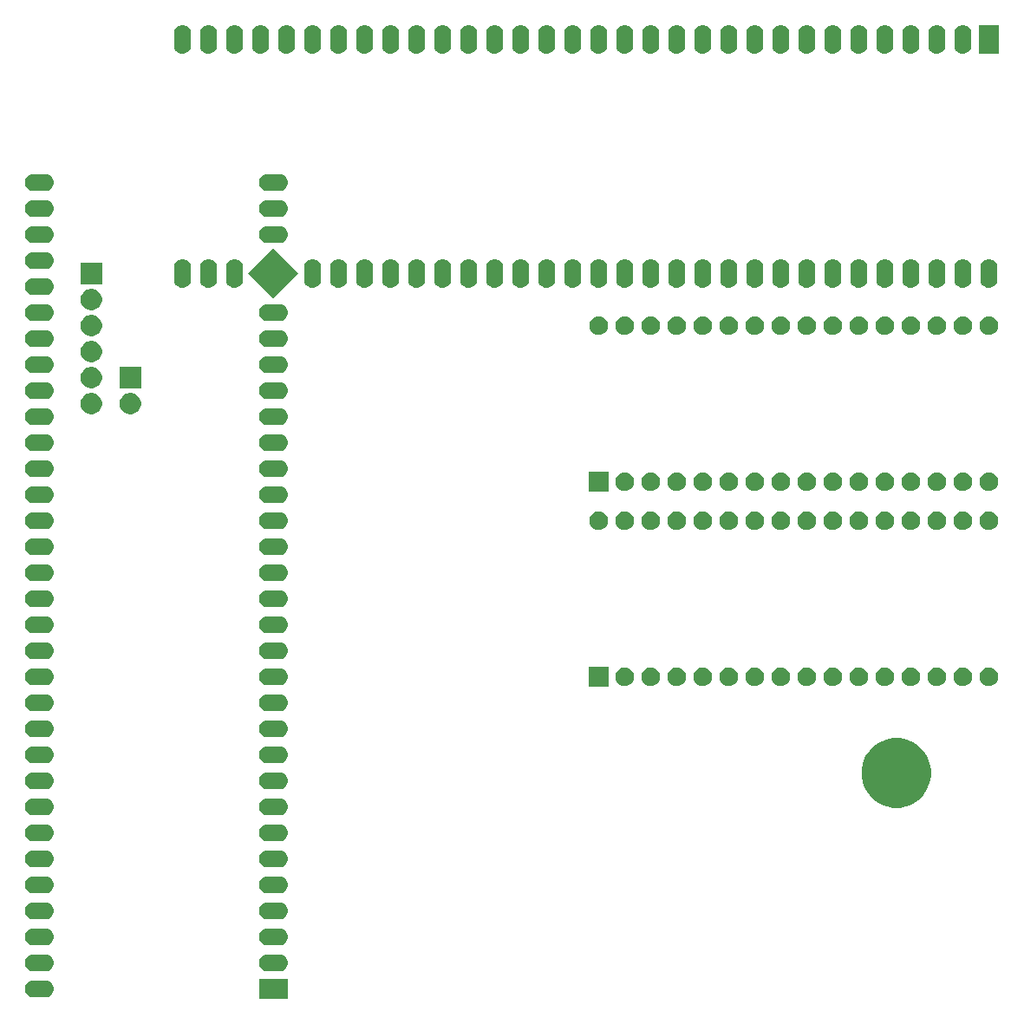
<source format=gbs>
G04 #@! TF.GenerationSoftware,KiCad,Pcbnew,5.1.6+dfsg1-1*
G04 #@! TF.CreationDate,2020-12-28T17:31:15+00:00*
G04 #@! TF.ProjectId,68000 Relocator FLASH Kickstart_Manual Route_DIP_Power Plan Split,36383030-3020-4526-956c-6f6361746f72,v1.0*
G04 #@! TF.SameCoordinates,Original*
G04 #@! TF.FileFunction,Soldermask,Bot*
G04 #@! TF.FilePolarity,Negative*
%FSLAX46Y46*%
G04 Gerber Fmt 4.6, Leading zero omitted, Abs format (unit mm)*
G04 Created by KiCad (PCBNEW 5.1.6+dfsg1-1) date 2020-12-28 17:31:15*
%MOMM*%
%LPD*%
G01*
G04 APERTURE LIST*
%ADD10C,0.100000*%
G04 APERTURE END LIST*
D10*
G36*
X129162000Y-153654000D02*
G01*
X126362000Y-153654000D01*
X126362000Y-151654000D01*
X129162000Y-151654000D01*
X129162000Y-153654000D01*
G37*
G36*
X105637185Y-151831081D02*
G01*
X105637188Y-151831082D01*
X105637189Y-151831082D01*
X105794587Y-151878828D01*
X105874031Y-151921292D01*
X105939641Y-151956361D01*
X105939642Y-151956362D01*
X105939646Y-151956364D01*
X106066791Y-152060709D01*
X106171136Y-152187854D01*
X106248672Y-152332913D01*
X106296418Y-152490311D01*
X106296419Y-152490315D01*
X106312540Y-152654000D01*
X106296419Y-152817685D01*
X106296418Y-152817688D01*
X106296418Y-152817689D01*
X106248672Y-152975087D01*
X106171136Y-153120146D01*
X106066791Y-153247291D01*
X105939646Y-153351636D01*
X105939642Y-153351638D01*
X105939641Y-153351639D01*
X105874031Y-153386708D01*
X105794587Y-153429172D01*
X105637189Y-153476918D01*
X105637188Y-153476918D01*
X105637185Y-153476919D01*
X105514522Y-153489000D01*
X104289478Y-153489000D01*
X104166815Y-153476919D01*
X104166812Y-153476918D01*
X104166811Y-153476918D01*
X104009413Y-153429172D01*
X103929969Y-153386708D01*
X103864359Y-153351639D01*
X103864358Y-153351638D01*
X103864354Y-153351636D01*
X103737209Y-153247291D01*
X103632864Y-153120146D01*
X103555328Y-152975087D01*
X103507582Y-152817689D01*
X103507582Y-152817688D01*
X103507581Y-152817685D01*
X103491460Y-152654000D01*
X103507581Y-152490315D01*
X103507582Y-152490311D01*
X103555328Y-152332913D01*
X103632864Y-152187854D01*
X103737209Y-152060709D01*
X103864354Y-151956364D01*
X103864358Y-151956362D01*
X103864359Y-151956361D01*
X103929969Y-151921292D01*
X104009413Y-151878828D01*
X104166811Y-151831082D01*
X104166812Y-151831082D01*
X104166815Y-151831081D01*
X104289478Y-151819000D01*
X105514522Y-151819000D01*
X105637185Y-151831081D01*
G37*
G36*
X128497185Y-149291081D02*
G01*
X128497188Y-149291082D01*
X128497189Y-149291082D01*
X128654587Y-149338828D01*
X128734031Y-149381292D01*
X128799641Y-149416361D01*
X128799642Y-149416362D01*
X128799646Y-149416364D01*
X128926791Y-149520709D01*
X129031136Y-149647854D01*
X129108672Y-149792913D01*
X129156418Y-149950311D01*
X129156419Y-149950315D01*
X129172540Y-150114000D01*
X129156419Y-150277685D01*
X129156418Y-150277688D01*
X129156418Y-150277689D01*
X129108672Y-150435087D01*
X129031136Y-150580146D01*
X128926791Y-150707291D01*
X128799646Y-150811636D01*
X128799642Y-150811638D01*
X128799641Y-150811639D01*
X128734031Y-150846708D01*
X128654587Y-150889172D01*
X128497189Y-150936918D01*
X128497188Y-150936918D01*
X128497185Y-150936919D01*
X128374522Y-150949000D01*
X127149478Y-150949000D01*
X127026815Y-150936919D01*
X127026812Y-150936918D01*
X127026811Y-150936918D01*
X126869413Y-150889172D01*
X126789969Y-150846708D01*
X126724359Y-150811639D01*
X126724358Y-150811638D01*
X126724354Y-150811636D01*
X126597209Y-150707291D01*
X126492864Y-150580146D01*
X126415328Y-150435087D01*
X126367582Y-150277689D01*
X126367582Y-150277688D01*
X126367581Y-150277685D01*
X126351460Y-150114000D01*
X126367581Y-149950315D01*
X126367582Y-149950311D01*
X126415328Y-149792913D01*
X126492864Y-149647854D01*
X126597209Y-149520709D01*
X126724354Y-149416364D01*
X126724358Y-149416362D01*
X126724359Y-149416361D01*
X126789969Y-149381292D01*
X126869413Y-149338828D01*
X127026811Y-149291082D01*
X127026812Y-149291082D01*
X127026815Y-149291081D01*
X127149478Y-149279000D01*
X128374522Y-149279000D01*
X128497185Y-149291081D01*
G37*
G36*
X105637185Y-149291081D02*
G01*
X105637188Y-149291082D01*
X105637189Y-149291082D01*
X105794587Y-149338828D01*
X105874031Y-149381292D01*
X105939641Y-149416361D01*
X105939642Y-149416362D01*
X105939646Y-149416364D01*
X106066791Y-149520709D01*
X106171136Y-149647854D01*
X106248672Y-149792913D01*
X106296418Y-149950311D01*
X106296419Y-149950315D01*
X106312540Y-150114000D01*
X106296419Y-150277685D01*
X106296418Y-150277688D01*
X106296418Y-150277689D01*
X106248672Y-150435087D01*
X106171136Y-150580146D01*
X106066791Y-150707291D01*
X105939646Y-150811636D01*
X105939642Y-150811638D01*
X105939641Y-150811639D01*
X105874031Y-150846708D01*
X105794587Y-150889172D01*
X105637189Y-150936918D01*
X105637188Y-150936918D01*
X105637185Y-150936919D01*
X105514522Y-150949000D01*
X104289478Y-150949000D01*
X104166815Y-150936919D01*
X104166812Y-150936918D01*
X104166811Y-150936918D01*
X104009413Y-150889172D01*
X103929969Y-150846708D01*
X103864359Y-150811639D01*
X103864358Y-150811638D01*
X103864354Y-150811636D01*
X103737209Y-150707291D01*
X103632864Y-150580146D01*
X103555328Y-150435087D01*
X103507582Y-150277689D01*
X103507582Y-150277688D01*
X103507581Y-150277685D01*
X103491460Y-150114000D01*
X103507581Y-149950315D01*
X103507582Y-149950311D01*
X103555328Y-149792913D01*
X103632864Y-149647854D01*
X103737209Y-149520709D01*
X103864354Y-149416364D01*
X103864358Y-149416362D01*
X103864359Y-149416361D01*
X103929969Y-149381292D01*
X104009413Y-149338828D01*
X104166811Y-149291082D01*
X104166812Y-149291082D01*
X104166815Y-149291081D01*
X104289478Y-149279000D01*
X105514522Y-149279000D01*
X105637185Y-149291081D01*
G37*
G36*
X128497185Y-146751081D02*
G01*
X128497188Y-146751082D01*
X128497189Y-146751082D01*
X128654587Y-146798828D01*
X128734031Y-146841292D01*
X128799641Y-146876361D01*
X128799642Y-146876362D01*
X128799646Y-146876364D01*
X128926791Y-146980709D01*
X129031136Y-147107854D01*
X129108672Y-147252913D01*
X129156418Y-147410311D01*
X129156419Y-147410315D01*
X129172540Y-147574000D01*
X129156419Y-147737685D01*
X129156418Y-147737688D01*
X129156418Y-147737689D01*
X129108672Y-147895087D01*
X129031136Y-148040146D01*
X128926791Y-148167291D01*
X128799646Y-148271636D01*
X128799642Y-148271638D01*
X128799641Y-148271639D01*
X128734031Y-148306708D01*
X128654587Y-148349172D01*
X128497189Y-148396918D01*
X128497188Y-148396918D01*
X128497185Y-148396919D01*
X128374522Y-148409000D01*
X127149478Y-148409000D01*
X127026815Y-148396919D01*
X127026812Y-148396918D01*
X127026811Y-148396918D01*
X126869413Y-148349172D01*
X126789969Y-148306708D01*
X126724359Y-148271639D01*
X126724358Y-148271638D01*
X126724354Y-148271636D01*
X126597209Y-148167291D01*
X126492864Y-148040146D01*
X126415328Y-147895087D01*
X126367582Y-147737689D01*
X126367582Y-147737688D01*
X126367581Y-147737685D01*
X126351460Y-147574000D01*
X126367581Y-147410315D01*
X126367582Y-147410311D01*
X126415328Y-147252913D01*
X126492864Y-147107854D01*
X126597209Y-146980709D01*
X126724354Y-146876364D01*
X126724358Y-146876362D01*
X126724359Y-146876361D01*
X126789969Y-146841292D01*
X126869413Y-146798828D01*
X127026811Y-146751082D01*
X127026812Y-146751082D01*
X127026815Y-146751081D01*
X127149478Y-146739000D01*
X128374522Y-146739000D01*
X128497185Y-146751081D01*
G37*
G36*
X105637185Y-146751081D02*
G01*
X105637188Y-146751082D01*
X105637189Y-146751082D01*
X105794587Y-146798828D01*
X105874031Y-146841292D01*
X105939641Y-146876361D01*
X105939642Y-146876362D01*
X105939646Y-146876364D01*
X106066791Y-146980709D01*
X106171136Y-147107854D01*
X106248672Y-147252913D01*
X106296418Y-147410311D01*
X106296419Y-147410315D01*
X106312540Y-147574000D01*
X106296419Y-147737685D01*
X106296418Y-147737688D01*
X106296418Y-147737689D01*
X106248672Y-147895087D01*
X106171136Y-148040146D01*
X106066791Y-148167291D01*
X105939646Y-148271636D01*
X105939642Y-148271638D01*
X105939641Y-148271639D01*
X105874031Y-148306708D01*
X105794587Y-148349172D01*
X105637189Y-148396918D01*
X105637188Y-148396918D01*
X105637185Y-148396919D01*
X105514522Y-148409000D01*
X104289478Y-148409000D01*
X104166815Y-148396919D01*
X104166812Y-148396918D01*
X104166811Y-148396918D01*
X104009413Y-148349172D01*
X103929969Y-148306708D01*
X103864359Y-148271639D01*
X103864358Y-148271638D01*
X103864354Y-148271636D01*
X103737209Y-148167291D01*
X103632864Y-148040146D01*
X103555328Y-147895087D01*
X103507582Y-147737689D01*
X103507582Y-147737688D01*
X103507581Y-147737685D01*
X103491460Y-147574000D01*
X103507581Y-147410315D01*
X103507582Y-147410311D01*
X103555328Y-147252913D01*
X103632864Y-147107854D01*
X103737209Y-146980709D01*
X103864354Y-146876364D01*
X103864358Y-146876362D01*
X103864359Y-146876361D01*
X103929969Y-146841292D01*
X104009413Y-146798828D01*
X104166811Y-146751082D01*
X104166812Y-146751082D01*
X104166815Y-146751081D01*
X104289478Y-146739000D01*
X105514522Y-146739000D01*
X105637185Y-146751081D01*
G37*
G36*
X105637185Y-144211081D02*
G01*
X105637188Y-144211082D01*
X105637189Y-144211082D01*
X105794587Y-144258828D01*
X105874031Y-144301292D01*
X105939641Y-144336361D01*
X105939642Y-144336362D01*
X105939646Y-144336364D01*
X106066791Y-144440709D01*
X106171136Y-144567854D01*
X106248672Y-144712913D01*
X106296418Y-144870311D01*
X106296419Y-144870315D01*
X106312540Y-145034000D01*
X106296419Y-145197685D01*
X106296418Y-145197688D01*
X106296418Y-145197689D01*
X106248672Y-145355087D01*
X106171136Y-145500146D01*
X106066791Y-145627291D01*
X105939646Y-145731636D01*
X105939642Y-145731638D01*
X105939641Y-145731639D01*
X105874031Y-145766708D01*
X105794587Y-145809172D01*
X105637189Y-145856918D01*
X105637188Y-145856918D01*
X105637185Y-145856919D01*
X105514522Y-145869000D01*
X104289478Y-145869000D01*
X104166815Y-145856919D01*
X104166812Y-145856918D01*
X104166811Y-145856918D01*
X104009413Y-145809172D01*
X103929969Y-145766708D01*
X103864359Y-145731639D01*
X103864358Y-145731638D01*
X103864354Y-145731636D01*
X103737209Y-145627291D01*
X103632864Y-145500146D01*
X103555328Y-145355087D01*
X103507582Y-145197689D01*
X103507582Y-145197688D01*
X103507581Y-145197685D01*
X103491460Y-145034000D01*
X103507581Y-144870315D01*
X103507582Y-144870311D01*
X103555328Y-144712913D01*
X103632864Y-144567854D01*
X103737209Y-144440709D01*
X103864354Y-144336364D01*
X103864358Y-144336362D01*
X103864359Y-144336361D01*
X103929969Y-144301292D01*
X104009413Y-144258828D01*
X104166811Y-144211082D01*
X104166812Y-144211082D01*
X104166815Y-144211081D01*
X104289478Y-144199000D01*
X105514522Y-144199000D01*
X105637185Y-144211081D01*
G37*
G36*
X128497185Y-144211081D02*
G01*
X128497188Y-144211082D01*
X128497189Y-144211082D01*
X128654587Y-144258828D01*
X128734031Y-144301292D01*
X128799641Y-144336361D01*
X128799642Y-144336362D01*
X128799646Y-144336364D01*
X128926791Y-144440709D01*
X129031136Y-144567854D01*
X129108672Y-144712913D01*
X129156418Y-144870311D01*
X129156419Y-144870315D01*
X129172540Y-145034000D01*
X129156419Y-145197685D01*
X129156418Y-145197688D01*
X129156418Y-145197689D01*
X129108672Y-145355087D01*
X129031136Y-145500146D01*
X128926791Y-145627291D01*
X128799646Y-145731636D01*
X128799642Y-145731638D01*
X128799641Y-145731639D01*
X128734031Y-145766708D01*
X128654587Y-145809172D01*
X128497189Y-145856918D01*
X128497188Y-145856918D01*
X128497185Y-145856919D01*
X128374522Y-145869000D01*
X127149478Y-145869000D01*
X127026815Y-145856919D01*
X127026812Y-145856918D01*
X127026811Y-145856918D01*
X126869413Y-145809172D01*
X126789969Y-145766708D01*
X126724359Y-145731639D01*
X126724358Y-145731638D01*
X126724354Y-145731636D01*
X126597209Y-145627291D01*
X126492864Y-145500146D01*
X126415328Y-145355087D01*
X126367582Y-145197689D01*
X126367582Y-145197688D01*
X126367581Y-145197685D01*
X126351460Y-145034000D01*
X126367581Y-144870315D01*
X126367582Y-144870311D01*
X126415328Y-144712913D01*
X126492864Y-144567854D01*
X126597209Y-144440709D01*
X126724354Y-144336364D01*
X126724358Y-144336362D01*
X126724359Y-144336361D01*
X126789969Y-144301292D01*
X126869413Y-144258828D01*
X127026811Y-144211082D01*
X127026812Y-144211082D01*
X127026815Y-144211081D01*
X127149478Y-144199000D01*
X128374522Y-144199000D01*
X128497185Y-144211081D01*
G37*
G36*
X105637185Y-141671081D02*
G01*
X105637188Y-141671082D01*
X105637189Y-141671082D01*
X105794587Y-141718828D01*
X105874031Y-141761292D01*
X105939641Y-141796361D01*
X105939642Y-141796362D01*
X105939646Y-141796364D01*
X106066791Y-141900709D01*
X106171136Y-142027854D01*
X106248672Y-142172913D01*
X106296418Y-142330311D01*
X106296419Y-142330315D01*
X106312540Y-142494000D01*
X106296419Y-142657685D01*
X106296418Y-142657688D01*
X106296418Y-142657689D01*
X106248672Y-142815087D01*
X106171136Y-142960146D01*
X106066791Y-143087291D01*
X105939646Y-143191636D01*
X105939642Y-143191638D01*
X105939641Y-143191639D01*
X105874031Y-143226708D01*
X105794587Y-143269172D01*
X105637189Y-143316918D01*
X105637188Y-143316918D01*
X105637185Y-143316919D01*
X105514522Y-143329000D01*
X104289478Y-143329000D01*
X104166815Y-143316919D01*
X104166812Y-143316918D01*
X104166811Y-143316918D01*
X104009413Y-143269172D01*
X103929969Y-143226708D01*
X103864359Y-143191639D01*
X103864358Y-143191638D01*
X103864354Y-143191636D01*
X103737209Y-143087291D01*
X103632864Y-142960146D01*
X103555328Y-142815087D01*
X103507582Y-142657689D01*
X103507582Y-142657688D01*
X103507581Y-142657685D01*
X103491460Y-142494000D01*
X103507581Y-142330315D01*
X103507582Y-142330311D01*
X103555328Y-142172913D01*
X103632864Y-142027854D01*
X103737209Y-141900709D01*
X103864354Y-141796364D01*
X103864358Y-141796362D01*
X103864359Y-141796361D01*
X103929969Y-141761292D01*
X104009413Y-141718828D01*
X104166811Y-141671082D01*
X104166812Y-141671082D01*
X104166815Y-141671081D01*
X104289478Y-141659000D01*
X105514522Y-141659000D01*
X105637185Y-141671081D01*
G37*
G36*
X128497185Y-141671081D02*
G01*
X128497188Y-141671082D01*
X128497189Y-141671082D01*
X128654587Y-141718828D01*
X128734031Y-141761292D01*
X128799641Y-141796361D01*
X128799642Y-141796362D01*
X128799646Y-141796364D01*
X128926791Y-141900709D01*
X129031136Y-142027854D01*
X129108672Y-142172913D01*
X129156418Y-142330311D01*
X129156419Y-142330315D01*
X129172540Y-142494000D01*
X129156419Y-142657685D01*
X129156418Y-142657688D01*
X129156418Y-142657689D01*
X129108672Y-142815087D01*
X129031136Y-142960146D01*
X128926791Y-143087291D01*
X128799646Y-143191636D01*
X128799642Y-143191638D01*
X128799641Y-143191639D01*
X128734031Y-143226708D01*
X128654587Y-143269172D01*
X128497189Y-143316918D01*
X128497188Y-143316918D01*
X128497185Y-143316919D01*
X128374522Y-143329000D01*
X127149478Y-143329000D01*
X127026815Y-143316919D01*
X127026812Y-143316918D01*
X127026811Y-143316918D01*
X126869413Y-143269172D01*
X126789969Y-143226708D01*
X126724359Y-143191639D01*
X126724358Y-143191638D01*
X126724354Y-143191636D01*
X126597209Y-143087291D01*
X126492864Y-142960146D01*
X126415328Y-142815087D01*
X126367582Y-142657689D01*
X126367582Y-142657688D01*
X126367581Y-142657685D01*
X126351460Y-142494000D01*
X126367581Y-142330315D01*
X126367582Y-142330311D01*
X126415328Y-142172913D01*
X126492864Y-142027854D01*
X126597209Y-141900709D01*
X126724354Y-141796364D01*
X126724358Y-141796362D01*
X126724359Y-141796361D01*
X126789969Y-141761292D01*
X126869413Y-141718828D01*
X127026811Y-141671082D01*
X127026812Y-141671082D01*
X127026815Y-141671081D01*
X127149478Y-141659000D01*
X128374522Y-141659000D01*
X128497185Y-141671081D01*
G37*
G36*
X128497185Y-139131081D02*
G01*
X128497188Y-139131082D01*
X128497189Y-139131082D01*
X128654587Y-139178828D01*
X128734031Y-139221292D01*
X128799641Y-139256361D01*
X128799642Y-139256362D01*
X128799646Y-139256364D01*
X128926791Y-139360709D01*
X129031136Y-139487854D01*
X129108672Y-139632913D01*
X129156418Y-139790311D01*
X129156419Y-139790315D01*
X129172540Y-139954000D01*
X129156419Y-140117685D01*
X129156418Y-140117688D01*
X129156418Y-140117689D01*
X129108672Y-140275087D01*
X129031136Y-140420146D01*
X128926791Y-140547291D01*
X128799646Y-140651636D01*
X128799642Y-140651638D01*
X128799641Y-140651639D01*
X128734031Y-140686708D01*
X128654587Y-140729172D01*
X128497189Y-140776918D01*
X128497188Y-140776918D01*
X128497185Y-140776919D01*
X128374522Y-140789000D01*
X127149478Y-140789000D01*
X127026815Y-140776919D01*
X127026812Y-140776918D01*
X127026811Y-140776918D01*
X126869413Y-140729172D01*
X126789969Y-140686708D01*
X126724359Y-140651639D01*
X126724358Y-140651638D01*
X126724354Y-140651636D01*
X126597209Y-140547291D01*
X126492864Y-140420146D01*
X126415328Y-140275087D01*
X126367582Y-140117689D01*
X126367582Y-140117688D01*
X126367581Y-140117685D01*
X126351460Y-139954000D01*
X126367581Y-139790315D01*
X126367582Y-139790311D01*
X126415328Y-139632913D01*
X126492864Y-139487854D01*
X126597209Y-139360709D01*
X126724354Y-139256364D01*
X126724358Y-139256362D01*
X126724359Y-139256361D01*
X126789969Y-139221292D01*
X126869413Y-139178828D01*
X127026811Y-139131082D01*
X127026812Y-139131082D01*
X127026815Y-139131081D01*
X127149478Y-139119000D01*
X128374522Y-139119000D01*
X128497185Y-139131081D01*
G37*
G36*
X105637185Y-139131081D02*
G01*
X105637188Y-139131082D01*
X105637189Y-139131082D01*
X105794587Y-139178828D01*
X105874031Y-139221292D01*
X105939641Y-139256361D01*
X105939642Y-139256362D01*
X105939646Y-139256364D01*
X106066791Y-139360709D01*
X106171136Y-139487854D01*
X106248672Y-139632913D01*
X106296418Y-139790311D01*
X106296419Y-139790315D01*
X106312540Y-139954000D01*
X106296419Y-140117685D01*
X106296418Y-140117688D01*
X106296418Y-140117689D01*
X106248672Y-140275087D01*
X106171136Y-140420146D01*
X106066791Y-140547291D01*
X105939646Y-140651636D01*
X105939642Y-140651638D01*
X105939641Y-140651639D01*
X105874031Y-140686708D01*
X105794587Y-140729172D01*
X105637189Y-140776918D01*
X105637188Y-140776918D01*
X105637185Y-140776919D01*
X105514522Y-140789000D01*
X104289478Y-140789000D01*
X104166815Y-140776919D01*
X104166812Y-140776918D01*
X104166811Y-140776918D01*
X104009413Y-140729172D01*
X103929969Y-140686708D01*
X103864359Y-140651639D01*
X103864358Y-140651638D01*
X103864354Y-140651636D01*
X103737209Y-140547291D01*
X103632864Y-140420146D01*
X103555328Y-140275087D01*
X103507582Y-140117689D01*
X103507582Y-140117688D01*
X103507581Y-140117685D01*
X103491460Y-139954000D01*
X103507581Y-139790315D01*
X103507582Y-139790311D01*
X103555328Y-139632913D01*
X103632864Y-139487854D01*
X103737209Y-139360709D01*
X103864354Y-139256364D01*
X103864358Y-139256362D01*
X103864359Y-139256361D01*
X103929969Y-139221292D01*
X104009413Y-139178828D01*
X104166811Y-139131082D01*
X104166812Y-139131082D01*
X104166815Y-139131081D01*
X104289478Y-139119000D01*
X105514522Y-139119000D01*
X105637185Y-139131081D01*
G37*
G36*
X105637185Y-136591081D02*
G01*
X105637188Y-136591082D01*
X105637189Y-136591082D01*
X105794587Y-136638828D01*
X105874031Y-136681292D01*
X105939641Y-136716361D01*
X105939642Y-136716362D01*
X105939646Y-136716364D01*
X106066791Y-136820709D01*
X106171136Y-136947854D01*
X106248672Y-137092913D01*
X106296418Y-137250311D01*
X106296419Y-137250315D01*
X106312540Y-137414000D01*
X106296419Y-137577685D01*
X106296418Y-137577688D01*
X106296418Y-137577689D01*
X106248672Y-137735087D01*
X106171136Y-137880146D01*
X106066791Y-138007291D01*
X105939646Y-138111636D01*
X105939642Y-138111638D01*
X105939641Y-138111639D01*
X105874031Y-138146708D01*
X105794587Y-138189172D01*
X105637189Y-138236918D01*
X105637188Y-138236918D01*
X105637185Y-138236919D01*
X105514522Y-138249000D01*
X104289478Y-138249000D01*
X104166815Y-138236919D01*
X104166812Y-138236918D01*
X104166811Y-138236918D01*
X104009413Y-138189172D01*
X103929969Y-138146708D01*
X103864359Y-138111639D01*
X103864358Y-138111638D01*
X103864354Y-138111636D01*
X103737209Y-138007291D01*
X103632864Y-137880146D01*
X103555328Y-137735087D01*
X103507582Y-137577689D01*
X103507582Y-137577688D01*
X103507581Y-137577685D01*
X103491460Y-137414000D01*
X103507581Y-137250315D01*
X103507582Y-137250311D01*
X103555328Y-137092913D01*
X103632864Y-136947854D01*
X103737209Y-136820709D01*
X103864354Y-136716364D01*
X103864358Y-136716362D01*
X103864359Y-136716361D01*
X103929969Y-136681292D01*
X104009413Y-136638828D01*
X104166811Y-136591082D01*
X104166812Y-136591082D01*
X104166815Y-136591081D01*
X104289478Y-136579000D01*
X105514522Y-136579000D01*
X105637185Y-136591081D01*
G37*
G36*
X128497185Y-136591081D02*
G01*
X128497188Y-136591082D01*
X128497189Y-136591082D01*
X128654587Y-136638828D01*
X128734031Y-136681292D01*
X128799641Y-136716361D01*
X128799642Y-136716362D01*
X128799646Y-136716364D01*
X128926791Y-136820709D01*
X129031136Y-136947854D01*
X129108672Y-137092913D01*
X129156418Y-137250311D01*
X129156419Y-137250315D01*
X129172540Y-137414000D01*
X129156419Y-137577685D01*
X129156418Y-137577688D01*
X129156418Y-137577689D01*
X129108672Y-137735087D01*
X129031136Y-137880146D01*
X128926791Y-138007291D01*
X128799646Y-138111636D01*
X128799642Y-138111638D01*
X128799641Y-138111639D01*
X128734031Y-138146708D01*
X128654587Y-138189172D01*
X128497189Y-138236918D01*
X128497188Y-138236918D01*
X128497185Y-138236919D01*
X128374522Y-138249000D01*
X127149478Y-138249000D01*
X127026815Y-138236919D01*
X127026812Y-138236918D01*
X127026811Y-138236918D01*
X126869413Y-138189172D01*
X126789969Y-138146708D01*
X126724359Y-138111639D01*
X126724358Y-138111638D01*
X126724354Y-138111636D01*
X126597209Y-138007291D01*
X126492864Y-137880146D01*
X126415328Y-137735087D01*
X126367582Y-137577689D01*
X126367582Y-137577688D01*
X126367581Y-137577685D01*
X126351460Y-137414000D01*
X126367581Y-137250315D01*
X126367582Y-137250311D01*
X126415328Y-137092913D01*
X126492864Y-136947854D01*
X126597209Y-136820709D01*
X126724354Y-136716364D01*
X126724358Y-136716362D01*
X126724359Y-136716361D01*
X126789969Y-136681292D01*
X126869413Y-136638828D01*
X127026811Y-136591082D01*
X127026812Y-136591082D01*
X127026815Y-136591081D01*
X127149478Y-136579000D01*
X128374522Y-136579000D01*
X128497185Y-136591081D01*
G37*
G36*
X105637185Y-134051081D02*
G01*
X105637188Y-134051082D01*
X105637189Y-134051082D01*
X105794587Y-134098828D01*
X105874031Y-134141292D01*
X105939641Y-134176361D01*
X105939642Y-134176362D01*
X105939646Y-134176364D01*
X106066791Y-134280709D01*
X106171136Y-134407854D01*
X106248672Y-134552913D01*
X106296418Y-134710311D01*
X106296419Y-134710315D01*
X106312540Y-134874000D01*
X106296419Y-135037685D01*
X106296418Y-135037688D01*
X106296418Y-135037689D01*
X106248672Y-135195087D01*
X106171136Y-135340146D01*
X106066791Y-135467291D01*
X105939646Y-135571636D01*
X105939642Y-135571638D01*
X105939641Y-135571639D01*
X105874031Y-135606708D01*
X105794587Y-135649172D01*
X105637189Y-135696918D01*
X105637188Y-135696918D01*
X105637185Y-135696919D01*
X105514522Y-135709000D01*
X104289478Y-135709000D01*
X104166815Y-135696919D01*
X104166812Y-135696918D01*
X104166811Y-135696918D01*
X104009413Y-135649172D01*
X103929969Y-135606708D01*
X103864359Y-135571639D01*
X103864358Y-135571638D01*
X103864354Y-135571636D01*
X103737209Y-135467291D01*
X103632864Y-135340146D01*
X103555328Y-135195087D01*
X103507582Y-135037689D01*
X103507582Y-135037688D01*
X103507581Y-135037685D01*
X103491460Y-134874000D01*
X103507581Y-134710315D01*
X103507582Y-134710311D01*
X103555328Y-134552913D01*
X103632864Y-134407854D01*
X103737209Y-134280709D01*
X103864354Y-134176364D01*
X103864358Y-134176362D01*
X103864359Y-134176361D01*
X103929969Y-134141292D01*
X104009413Y-134098828D01*
X104166811Y-134051082D01*
X104166812Y-134051082D01*
X104166815Y-134051081D01*
X104289478Y-134039000D01*
X105514522Y-134039000D01*
X105637185Y-134051081D01*
G37*
G36*
X128497185Y-134051081D02*
G01*
X128497188Y-134051082D01*
X128497189Y-134051082D01*
X128654587Y-134098828D01*
X128734031Y-134141292D01*
X128799641Y-134176361D01*
X128799642Y-134176362D01*
X128799646Y-134176364D01*
X128926791Y-134280709D01*
X129031136Y-134407854D01*
X129108672Y-134552913D01*
X129156418Y-134710311D01*
X129156419Y-134710315D01*
X129172540Y-134874000D01*
X129156419Y-135037685D01*
X129156418Y-135037688D01*
X129156418Y-135037689D01*
X129108672Y-135195087D01*
X129031136Y-135340146D01*
X128926791Y-135467291D01*
X128799646Y-135571636D01*
X128799642Y-135571638D01*
X128799641Y-135571639D01*
X128734031Y-135606708D01*
X128654587Y-135649172D01*
X128497189Y-135696918D01*
X128497188Y-135696918D01*
X128497185Y-135696919D01*
X128374522Y-135709000D01*
X127149478Y-135709000D01*
X127026815Y-135696919D01*
X127026812Y-135696918D01*
X127026811Y-135696918D01*
X126869413Y-135649172D01*
X126789969Y-135606708D01*
X126724359Y-135571639D01*
X126724358Y-135571638D01*
X126724354Y-135571636D01*
X126597209Y-135467291D01*
X126492864Y-135340146D01*
X126415328Y-135195087D01*
X126367582Y-135037689D01*
X126367582Y-135037688D01*
X126367581Y-135037685D01*
X126351460Y-134874000D01*
X126367581Y-134710315D01*
X126367582Y-134710311D01*
X126415328Y-134552913D01*
X126492864Y-134407854D01*
X126597209Y-134280709D01*
X126724354Y-134176364D01*
X126724358Y-134176362D01*
X126724359Y-134176361D01*
X126789969Y-134141292D01*
X126869413Y-134098828D01*
X127026811Y-134051082D01*
X127026812Y-134051082D01*
X127026815Y-134051081D01*
X127149478Y-134039000D01*
X128374522Y-134039000D01*
X128497185Y-134051081D01*
G37*
G36*
X189258307Y-128237330D02*
G01*
X189586743Y-128302660D01*
X190205504Y-128558959D01*
X190762374Y-128931048D01*
X191235952Y-129404626D01*
X191608041Y-129961496D01*
X191864340Y-130580257D01*
X191995000Y-131237129D01*
X191995000Y-131906871D01*
X191864340Y-132563743D01*
X191608041Y-133182504D01*
X191235952Y-133739374D01*
X190762374Y-134212952D01*
X190205504Y-134585041D01*
X189586743Y-134841340D01*
X189422550Y-134874000D01*
X188929872Y-134972000D01*
X188260128Y-134972000D01*
X187767450Y-134874000D01*
X187603257Y-134841340D01*
X186984496Y-134585041D01*
X186427626Y-134212952D01*
X185954048Y-133739374D01*
X185581959Y-133182504D01*
X185325660Y-132563743D01*
X185195000Y-131906871D01*
X185195000Y-131237129D01*
X185325660Y-130580257D01*
X185581959Y-129961496D01*
X185954048Y-129404626D01*
X186427626Y-128931048D01*
X186984496Y-128558959D01*
X187603257Y-128302660D01*
X187931693Y-128237330D01*
X188260128Y-128172000D01*
X188929872Y-128172000D01*
X189258307Y-128237330D01*
G37*
G36*
X128497185Y-131511081D02*
G01*
X128497188Y-131511082D01*
X128497189Y-131511082D01*
X128654587Y-131558828D01*
X128734031Y-131601292D01*
X128799641Y-131636361D01*
X128799642Y-131636362D01*
X128799646Y-131636364D01*
X128926791Y-131740709D01*
X129031136Y-131867854D01*
X129108672Y-132012913D01*
X129156418Y-132170311D01*
X129156419Y-132170315D01*
X129172540Y-132334000D01*
X129156419Y-132497685D01*
X129156418Y-132497688D01*
X129156418Y-132497689D01*
X129108672Y-132655087D01*
X129031136Y-132800146D01*
X128926791Y-132927291D01*
X128799646Y-133031636D01*
X128799642Y-133031638D01*
X128799641Y-133031639D01*
X128734031Y-133066708D01*
X128654587Y-133109172D01*
X128497189Y-133156918D01*
X128497188Y-133156918D01*
X128497185Y-133156919D01*
X128374522Y-133169000D01*
X127149478Y-133169000D01*
X127026815Y-133156919D01*
X127026812Y-133156918D01*
X127026811Y-133156918D01*
X126869413Y-133109172D01*
X126789969Y-133066708D01*
X126724359Y-133031639D01*
X126724358Y-133031638D01*
X126724354Y-133031636D01*
X126597209Y-132927291D01*
X126492864Y-132800146D01*
X126415328Y-132655087D01*
X126367582Y-132497689D01*
X126367582Y-132497688D01*
X126367581Y-132497685D01*
X126351460Y-132334000D01*
X126367581Y-132170315D01*
X126367582Y-132170311D01*
X126415328Y-132012913D01*
X126492864Y-131867854D01*
X126597209Y-131740709D01*
X126724354Y-131636364D01*
X126724358Y-131636362D01*
X126724359Y-131636361D01*
X126789969Y-131601292D01*
X126869413Y-131558828D01*
X127026811Y-131511082D01*
X127026812Y-131511082D01*
X127026815Y-131511081D01*
X127149478Y-131499000D01*
X128374522Y-131499000D01*
X128497185Y-131511081D01*
G37*
G36*
X105637185Y-131511081D02*
G01*
X105637188Y-131511082D01*
X105637189Y-131511082D01*
X105794587Y-131558828D01*
X105874031Y-131601292D01*
X105939641Y-131636361D01*
X105939642Y-131636362D01*
X105939646Y-131636364D01*
X106066791Y-131740709D01*
X106171136Y-131867854D01*
X106248672Y-132012913D01*
X106296418Y-132170311D01*
X106296419Y-132170315D01*
X106312540Y-132334000D01*
X106296419Y-132497685D01*
X106296418Y-132497688D01*
X106296418Y-132497689D01*
X106248672Y-132655087D01*
X106171136Y-132800146D01*
X106066791Y-132927291D01*
X105939646Y-133031636D01*
X105939642Y-133031638D01*
X105939641Y-133031639D01*
X105874031Y-133066708D01*
X105794587Y-133109172D01*
X105637189Y-133156918D01*
X105637188Y-133156918D01*
X105637185Y-133156919D01*
X105514522Y-133169000D01*
X104289478Y-133169000D01*
X104166815Y-133156919D01*
X104166812Y-133156918D01*
X104166811Y-133156918D01*
X104009413Y-133109172D01*
X103929969Y-133066708D01*
X103864359Y-133031639D01*
X103864358Y-133031638D01*
X103864354Y-133031636D01*
X103737209Y-132927291D01*
X103632864Y-132800146D01*
X103555328Y-132655087D01*
X103507582Y-132497689D01*
X103507582Y-132497688D01*
X103507581Y-132497685D01*
X103491460Y-132334000D01*
X103507581Y-132170315D01*
X103507582Y-132170311D01*
X103555328Y-132012913D01*
X103632864Y-131867854D01*
X103737209Y-131740709D01*
X103864354Y-131636364D01*
X103864358Y-131636362D01*
X103864359Y-131636361D01*
X103929969Y-131601292D01*
X104009413Y-131558828D01*
X104166811Y-131511082D01*
X104166812Y-131511082D01*
X104166815Y-131511081D01*
X104289478Y-131499000D01*
X105514522Y-131499000D01*
X105637185Y-131511081D01*
G37*
G36*
X105637185Y-128971081D02*
G01*
X105637188Y-128971082D01*
X105637189Y-128971082D01*
X105794587Y-129018828D01*
X105874031Y-129061292D01*
X105939641Y-129096361D01*
X105939642Y-129096362D01*
X105939646Y-129096364D01*
X106066791Y-129200709D01*
X106171136Y-129327854D01*
X106248672Y-129472913D01*
X106296418Y-129630311D01*
X106296419Y-129630315D01*
X106312540Y-129794000D01*
X106296419Y-129957685D01*
X106296418Y-129957688D01*
X106296418Y-129957689D01*
X106248672Y-130115087D01*
X106171136Y-130260146D01*
X106066791Y-130387291D01*
X105939646Y-130491636D01*
X105939642Y-130491638D01*
X105939641Y-130491639D01*
X105874031Y-130526708D01*
X105794587Y-130569172D01*
X105637189Y-130616918D01*
X105637188Y-130616918D01*
X105637185Y-130616919D01*
X105514522Y-130629000D01*
X104289478Y-130629000D01*
X104166815Y-130616919D01*
X104166812Y-130616918D01*
X104166811Y-130616918D01*
X104009413Y-130569172D01*
X103929969Y-130526708D01*
X103864359Y-130491639D01*
X103864358Y-130491638D01*
X103864354Y-130491636D01*
X103737209Y-130387291D01*
X103632864Y-130260146D01*
X103555328Y-130115087D01*
X103507582Y-129957689D01*
X103507582Y-129957688D01*
X103507581Y-129957685D01*
X103491460Y-129794000D01*
X103507581Y-129630315D01*
X103507582Y-129630311D01*
X103555328Y-129472913D01*
X103632864Y-129327854D01*
X103737209Y-129200709D01*
X103864354Y-129096364D01*
X103864358Y-129096362D01*
X103864359Y-129096361D01*
X103929969Y-129061292D01*
X104009413Y-129018828D01*
X104166811Y-128971082D01*
X104166812Y-128971082D01*
X104166815Y-128971081D01*
X104289478Y-128959000D01*
X105514522Y-128959000D01*
X105637185Y-128971081D01*
G37*
G36*
X128497185Y-128971081D02*
G01*
X128497188Y-128971082D01*
X128497189Y-128971082D01*
X128654587Y-129018828D01*
X128734031Y-129061292D01*
X128799641Y-129096361D01*
X128799642Y-129096362D01*
X128799646Y-129096364D01*
X128926791Y-129200709D01*
X129031136Y-129327854D01*
X129108672Y-129472913D01*
X129156418Y-129630311D01*
X129156419Y-129630315D01*
X129172540Y-129794000D01*
X129156419Y-129957685D01*
X129156418Y-129957688D01*
X129156418Y-129957689D01*
X129108672Y-130115087D01*
X129031136Y-130260146D01*
X128926791Y-130387291D01*
X128799646Y-130491636D01*
X128799642Y-130491638D01*
X128799641Y-130491639D01*
X128734031Y-130526708D01*
X128654587Y-130569172D01*
X128497189Y-130616918D01*
X128497188Y-130616918D01*
X128497185Y-130616919D01*
X128374522Y-130629000D01*
X127149478Y-130629000D01*
X127026815Y-130616919D01*
X127026812Y-130616918D01*
X127026811Y-130616918D01*
X126869413Y-130569172D01*
X126789969Y-130526708D01*
X126724359Y-130491639D01*
X126724358Y-130491638D01*
X126724354Y-130491636D01*
X126597209Y-130387291D01*
X126492864Y-130260146D01*
X126415328Y-130115087D01*
X126367582Y-129957689D01*
X126367582Y-129957688D01*
X126367581Y-129957685D01*
X126351460Y-129794000D01*
X126367581Y-129630315D01*
X126367582Y-129630311D01*
X126415328Y-129472913D01*
X126492864Y-129327854D01*
X126597209Y-129200709D01*
X126724354Y-129096364D01*
X126724358Y-129096362D01*
X126724359Y-129096361D01*
X126789969Y-129061292D01*
X126869413Y-129018828D01*
X127026811Y-128971082D01*
X127026812Y-128971082D01*
X127026815Y-128971081D01*
X127149478Y-128959000D01*
X128374522Y-128959000D01*
X128497185Y-128971081D01*
G37*
G36*
X105637185Y-126431081D02*
G01*
X105637188Y-126431082D01*
X105637189Y-126431082D01*
X105794587Y-126478828D01*
X105874031Y-126521292D01*
X105939641Y-126556361D01*
X105939642Y-126556362D01*
X105939646Y-126556364D01*
X106066791Y-126660709D01*
X106171136Y-126787854D01*
X106248672Y-126932913D01*
X106296418Y-127090311D01*
X106296419Y-127090315D01*
X106312540Y-127254000D01*
X106296419Y-127417685D01*
X106296418Y-127417688D01*
X106296418Y-127417689D01*
X106248672Y-127575087D01*
X106171136Y-127720146D01*
X106066791Y-127847291D01*
X105939646Y-127951636D01*
X105939642Y-127951638D01*
X105939641Y-127951639D01*
X105874031Y-127986708D01*
X105794587Y-128029172D01*
X105637189Y-128076918D01*
X105637188Y-128076918D01*
X105637185Y-128076919D01*
X105514522Y-128089000D01*
X104289478Y-128089000D01*
X104166815Y-128076919D01*
X104166812Y-128076918D01*
X104166811Y-128076918D01*
X104009413Y-128029172D01*
X103929969Y-127986708D01*
X103864359Y-127951639D01*
X103864358Y-127951638D01*
X103864354Y-127951636D01*
X103737209Y-127847291D01*
X103632864Y-127720146D01*
X103555328Y-127575087D01*
X103507582Y-127417689D01*
X103507582Y-127417688D01*
X103507581Y-127417685D01*
X103491460Y-127254000D01*
X103507581Y-127090315D01*
X103507582Y-127090311D01*
X103555328Y-126932913D01*
X103632864Y-126787854D01*
X103737209Y-126660709D01*
X103864354Y-126556364D01*
X103864358Y-126556362D01*
X103864359Y-126556361D01*
X103929969Y-126521292D01*
X104009413Y-126478828D01*
X104166811Y-126431082D01*
X104166812Y-126431082D01*
X104166815Y-126431081D01*
X104289478Y-126419000D01*
X105514522Y-126419000D01*
X105637185Y-126431081D01*
G37*
G36*
X128497185Y-126431081D02*
G01*
X128497188Y-126431082D01*
X128497189Y-126431082D01*
X128654587Y-126478828D01*
X128734031Y-126521292D01*
X128799641Y-126556361D01*
X128799642Y-126556362D01*
X128799646Y-126556364D01*
X128926791Y-126660709D01*
X129031136Y-126787854D01*
X129108672Y-126932913D01*
X129156418Y-127090311D01*
X129156419Y-127090315D01*
X129172540Y-127254000D01*
X129156419Y-127417685D01*
X129156418Y-127417688D01*
X129156418Y-127417689D01*
X129108672Y-127575087D01*
X129031136Y-127720146D01*
X128926791Y-127847291D01*
X128799646Y-127951636D01*
X128799642Y-127951638D01*
X128799641Y-127951639D01*
X128734031Y-127986708D01*
X128654587Y-128029172D01*
X128497189Y-128076918D01*
X128497188Y-128076918D01*
X128497185Y-128076919D01*
X128374522Y-128089000D01*
X127149478Y-128089000D01*
X127026815Y-128076919D01*
X127026812Y-128076918D01*
X127026811Y-128076918D01*
X126869413Y-128029172D01*
X126789969Y-127986708D01*
X126724359Y-127951639D01*
X126724358Y-127951638D01*
X126724354Y-127951636D01*
X126597209Y-127847291D01*
X126492864Y-127720146D01*
X126415328Y-127575087D01*
X126367582Y-127417689D01*
X126367582Y-127417688D01*
X126367581Y-127417685D01*
X126351460Y-127254000D01*
X126367581Y-127090315D01*
X126367582Y-127090311D01*
X126415328Y-126932913D01*
X126492864Y-126787854D01*
X126597209Y-126660709D01*
X126724354Y-126556364D01*
X126724358Y-126556362D01*
X126724359Y-126556361D01*
X126789969Y-126521292D01*
X126869413Y-126478828D01*
X127026811Y-126431082D01*
X127026812Y-126431082D01*
X127026815Y-126431081D01*
X127149478Y-126419000D01*
X128374522Y-126419000D01*
X128497185Y-126431081D01*
G37*
G36*
X105637185Y-123891081D02*
G01*
X105637188Y-123891082D01*
X105637189Y-123891082D01*
X105794587Y-123938828D01*
X105874031Y-123981292D01*
X105939641Y-124016361D01*
X105939642Y-124016362D01*
X105939646Y-124016364D01*
X106066791Y-124120709D01*
X106171136Y-124247854D01*
X106248672Y-124392913D01*
X106296418Y-124550311D01*
X106296419Y-124550315D01*
X106312540Y-124714000D01*
X106296419Y-124877685D01*
X106296418Y-124877688D01*
X106296418Y-124877689D01*
X106248672Y-125035087D01*
X106171136Y-125180146D01*
X106066791Y-125307291D01*
X105939646Y-125411636D01*
X105939642Y-125411638D01*
X105939641Y-125411639D01*
X105874031Y-125446708D01*
X105794587Y-125489172D01*
X105637189Y-125536918D01*
X105637188Y-125536918D01*
X105637185Y-125536919D01*
X105514522Y-125549000D01*
X104289478Y-125549000D01*
X104166815Y-125536919D01*
X104166812Y-125536918D01*
X104166811Y-125536918D01*
X104009413Y-125489172D01*
X103929969Y-125446708D01*
X103864359Y-125411639D01*
X103864358Y-125411638D01*
X103864354Y-125411636D01*
X103737209Y-125307291D01*
X103632864Y-125180146D01*
X103555328Y-125035087D01*
X103507582Y-124877689D01*
X103507582Y-124877688D01*
X103507581Y-124877685D01*
X103491460Y-124714000D01*
X103507581Y-124550315D01*
X103507582Y-124550311D01*
X103555328Y-124392913D01*
X103632864Y-124247854D01*
X103737209Y-124120709D01*
X103864354Y-124016364D01*
X103864358Y-124016362D01*
X103864359Y-124016361D01*
X103929969Y-123981292D01*
X104009413Y-123938828D01*
X104166811Y-123891082D01*
X104166812Y-123891082D01*
X104166815Y-123891081D01*
X104289478Y-123879000D01*
X105514522Y-123879000D01*
X105637185Y-123891081D01*
G37*
G36*
X128497185Y-123891081D02*
G01*
X128497188Y-123891082D01*
X128497189Y-123891082D01*
X128654587Y-123938828D01*
X128734031Y-123981292D01*
X128799641Y-124016361D01*
X128799642Y-124016362D01*
X128799646Y-124016364D01*
X128926791Y-124120709D01*
X129031136Y-124247854D01*
X129108672Y-124392913D01*
X129156418Y-124550311D01*
X129156419Y-124550315D01*
X129172540Y-124714000D01*
X129156419Y-124877685D01*
X129156418Y-124877688D01*
X129156418Y-124877689D01*
X129108672Y-125035087D01*
X129031136Y-125180146D01*
X128926791Y-125307291D01*
X128799646Y-125411636D01*
X128799642Y-125411638D01*
X128799641Y-125411639D01*
X128734031Y-125446708D01*
X128654587Y-125489172D01*
X128497189Y-125536918D01*
X128497188Y-125536918D01*
X128497185Y-125536919D01*
X128374522Y-125549000D01*
X127149478Y-125549000D01*
X127026815Y-125536919D01*
X127026812Y-125536918D01*
X127026811Y-125536918D01*
X126869413Y-125489172D01*
X126789969Y-125446708D01*
X126724359Y-125411639D01*
X126724358Y-125411638D01*
X126724354Y-125411636D01*
X126597209Y-125307291D01*
X126492864Y-125180146D01*
X126415328Y-125035087D01*
X126367582Y-124877689D01*
X126367582Y-124877688D01*
X126367581Y-124877685D01*
X126351460Y-124714000D01*
X126367581Y-124550315D01*
X126367582Y-124550311D01*
X126415328Y-124392913D01*
X126492864Y-124247854D01*
X126597209Y-124120709D01*
X126724354Y-124016364D01*
X126724358Y-124016362D01*
X126724359Y-124016361D01*
X126789969Y-123981292D01*
X126869413Y-123938828D01*
X127026811Y-123891082D01*
X127026812Y-123891082D01*
X127026815Y-123891081D01*
X127149478Y-123879000D01*
X128374522Y-123879000D01*
X128497185Y-123891081D01*
G37*
G36*
X160512000Y-123174000D02*
G01*
X158512000Y-123174000D01*
X158512000Y-121174000D01*
X160512000Y-121174000D01*
X160512000Y-123174000D01*
G37*
G36*
X174956220Y-121298519D02*
G01*
X175014083Y-121310029D01*
X175177599Y-121377760D01*
X175324760Y-121476090D01*
X175449910Y-121601240D01*
X175548240Y-121748401D01*
X175615971Y-121911917D01*
X175650500Y-122085506D01*
X175650500Y-122262494D01*
X175615971Y-122436083D01*
X175548240Y-122599599D01*
X175449910Y-122746760D01*
X175324760Y-122871910D01*
X175177599Y-122970240D01*
X175014083Y-123037971D01*
X174956220Y-123049481D01*
X174840496Y-123072500D01*
X174663504Y-123072500D01*
X174547780Y-123049481D01*
X174489917Y-123037971D01*
X174326401Y-122970240D01*
X174179240Y-122871910D01*
X174054090Y-122746760D01*
X173955760Y-122599599D01*
X173888029Y-122436083D01*
X173853500Y-122262494D01*
X173853500Y-122085506D01*
X173888029Y-121911917D01*
X173955760Y-121748401D01*
X174054090Y-121601240D01*
X174179240Y-121476090D01*
X174326401Y-121377760D01*
X174489917Y-121310029D01*
X174547780Y-121298519D01*
X174663504Y-121275500D01*
X174840496Y-121275500D01*
X174956220Y-121298519D01*
G37*
G36*
X172416220Y-121298519D02*
G01*
X172474083Y-121310029D01*
X172637599Y-121377760D01*
X172784760Y-121476090D01*
X172909910Y-121601240D01*
X173008240Y-121748401D01*
X173075971Y-121911917D01*
X173110500Y-122085506D01*
X173110500Y-122262494D01*
X173075971Y-122436083D01*
X173008240Y-122599599D01*
X172909910Y-122746760D01*
X172784760Y-122871910D01*
X172637599Y-122970240D01*
X172474083Y-123037971D01*
X172416220Y-123049481D01*
X172300496Y-123072500D01*
X172123504Y-123072500D01*
X172007780Y-123049481D01*
X171949917Y-123037971D01*
X171786401Y-122970240D01*
X171639240Y-122871910D01*
X171514090Y-122746760D01*
X171415760Y-122599599D01*
X171348029Y-122436083D01*
X171313500Y-122262494D01*
X171313500Y-122085506D01*
X171348029Y-121911917D01*
X171415760Y-121748401D01*
X171514090Y-121601240D01*
X171639240Y-121476090D01*
X171786401Y-121377760D01*
X171949917Y-121310029D01*
X172007780Y-121298519D01*
X172123504Y-121275500D01*
X172300496Y-121275500D01*
X172416220Y-121298519D01*
G37*
G36*
X182576220Y-121298519D02*
G01*
X182634083Y-121310029D01*
X182797599Y-121377760D01*
X182944760Y-121476090D01*
X183069910Y-121601240D01*
X183168240Y-121748401D01*
X183235971Y-121911917D01*
X183270500Y-122085506D01*
X183270500Y-122262494D01*
X183235971Y-122436083D01*
X183168240Y-122599599D01*
X183069910Y-122746760D01*
X182944760Y-122871910D01*
X182797599Y-122970240D01*
X182634083Y-123037971D01*
X182576220Y-123049481D01*
X182460496Y-123072500D01*
X182283504Y-123072500D01*
X182167780Y-123049481D01*
X182109917Y-123037971D01*
X181946401Y-122970240D01*
X181799240Y-122871910D01*
X181674090Y-122746760D01*
X181575760Y-122599599D01*
X181508029Y-122436083D01*
X181473500Y-122262494D01*
X181473500Y-122085506D01*
X181508029Y-121911917D01*
X181575760Y-121748401D01*
X181674090Y-121601240D01*
X181799240Y-121476090D01*
X181946401Y-121377760D01*
X182109917Y-121310029D01*
X182167780Y-121298519D01*
X182283504Y-121275500D01*
X182460496Y-121275500D01*
X182576220Y-121298519D01*
G37*
G36*
X169876220Y-121298519D02*
G01*
X169934083Y-121310029D01*
X170097599Y-121377760D01*
X170244760Y-121476090D01*
X170369910Y-121601240D01*
X170468240Y-121748401D01*
X170535971Y-121911917D01*
X170570500Y-122085506D01*
X170570500Y-122262494D01*
X170535971Y-122436083D01*
X170468240Y-122599599D01*
X170369910Y-122746760D01*
X170244760Y-122871910D01*
X170097599Y-122970240D01*
X169934083Y-123037971D01*
X169876220Y-123049481D01*
X169760496Y-123072500D01*
X169583504Y-123072500D01*
X169467780Y-123049481D01*
X169409917Y-123037971D01*
X169246401Y-122970240D01*
X169099240Y-122871910D01*
X168974090Y-122746760D01*
X168875760Y-122599599D01*
X168808029Y-122436083D01*
X168773500Y-122262494D01*
X168773500Y-122085506D01*
X168808029Y-121911917D01*
X168875760Y-121748401D01*
X168974090Y-121601240D01*
X169099240Y-121476090D01*
X169246401Y-121377760D01*
X169409917Y-121310029D01*
X169467780Y-121298519D01*
X169583504Y-121275500D01*
X169760496Y-121275500D01*
X169876220Y-121298519D01*
G37*
G36*
X167336220Y-121298519D02*
G01*
X167394083Y-121310029D01*
X167557599Y-121377760D01*
X167704760Y-121476090D01*
X167829910Y-121601240D01*
X167928240Y-121748401D01*
X167995971Y-121911917D01*
X168030500Y-122085506D01*
X168030500Y-122262494D01*
X167995971Y-122436083D01*
X167928240Y-122599599D01*
X167829910Y-122746760D01*
X167704760Y-122871910D01*
X167557599Y-122970240D01*
X167394083Y-123037971D01*
X167336220Y-123049481D01*
X167220496Y-123072500D01*
X167043504Y-123072500D01*
X166927780Y-123049481D01*
X166869917Y-123037971D01*
X166706401Y-122970240D01*
X166559240Y-122871910D01*
X166434090Y-122746760D01*
X166335760Y-122599599D01*
X166268029Y-122436083D01*
X166233500Y-122262494D01*
X166233500Y-122085506D01*
X166268029Y-121911917D01*
X166335760Y-121748401D01*
X166434090Y-121601240D01*
X166559240Y-121476090D01*
X166706401Y-121377760D01*
X166869917Y-121310029D01*
X166927780Y-121298519D01*
X167043504Y-121275500D01*
X167220496Y-121275500D01*
X167336220Y-121298519D01*
G37*
G36*
X164796220Y-121298519D02*
G01*
X164854083Y-121310029D01*
X165017599Y-121377760D01*
X165164760Y-121476090D01*
X165289910Y-121601240D01*
X165388240Y-121748401D01*
X165455971Y-121911917D01*
X165490500Y-122085506D01*
X165490500Y-122262494D01*
X165455971Y-122436083D01*
X165388240Y-122599599D01*
X165289910Y-122746760D01*
X165164760Y-122871910D01*
X165017599Y-122970240D01*
X164854083Y-123037971D01*
X164796220Y-123049481D01*
X164680496Y-123072500D01*
X164503504Y-123072500D01*
X164387780Y-123049481D01*
X164329917Y-123037971D01*
X164166401Y-122970240D01*
X164019240Y-122871910D01*
X163894090Y-122746760D01*
X163795760Y-122599599D01*
X163728029Y-122436083D01*
X163693500Y-122262494D01*
X163693500Y-122085506D01*
X163728029Y-121911917D01*
X163795760Y-121748401D01*
X163894090Y-121601240D01*
X164019240Y-121476090D01*
X164166401Y-121377760D01*
X164329917Y-121310029D01*
X164387780Y-121298519D01*
X164503504Y-121275500D01*
X164680496Y-121275500D01*
X164796220Y-121298519D01*
G37*
G36*
X162256220Y-121298519D02*
G01*
X162314083Y-121310029D01*
X162477599Y-121377760D01*
X162624760Y-121476090D01*
X162749910Y-121601240D01*
X162848240Y-121748401D01*
X162915971Y-121911917D01*
X162950500Y-122085506D01*
X162950500Y-122262494D01*
X162915971Y-122436083D01*
X162848240Y-122599599D01*
X162749910Y-122746760D01*
X162624760Y-122871910D01*
X162477599Y-122970240D01*
X162314083Y-123037971D01*
X162256220Y-123049481D01*
X162140496Y-123072500D01*
X161963504Y-123072500D01*
X161847780Y-123049481D01*
X161789917Y-123037971D01*
X161626401Y-122970240D01*
X161479240Y-122871910D01*
X161354090Y-122746760D01*
X161255760Y-122599599D01*
X161188029Y-122436083D01*
X161153500Y-122262494D01*
X161153500Y-122085506D01*
X161188029Y-121911917D01*
X161255760Y-121748401D01*
X161354090Y-121601240D01*
X161479240Y-121476090D01*
X161626401Y-121377760D01*
X161789917Y-121310029D01*
X161847780Y-121298519D01*
X161963504Y-121275500D01*
X162140496Y-121275500D01*
X162256220Y-121298519D01*
G37*
G36*
X177496220Y-121298519D02*
G01*
X177554083Y-121310029D01*
X177717599Y-121377760D01*
X177864760Y-121476090D01*
X177989910Y-121601240D01*
X178088240Y-121748401D01*
X178155971Y-121911917D01*
X178190500Y-122085506D01*
X178190500Y-122262494D01*
X178155971Y-122436083D01*
X178088240Y-122599599D01*
X177989910Y-122746760D01*
X177864760Y-122871910D01*
X177717599Y-122970240D01*
X177554083Y-123037971D01*
X177496220Y-123049481D01*
X177380496Y-123072500D01*
X177203504Y-123072500D01*
X177087780Y-123049481D01*
X177029917Y-123037971D01*
X176866401Y-122970240D01*
X176719240Y-122871910D01*
X176594090Y-122746760D01*
X176495760Y-122599599D01*
X176428029Y-122436083D01*
X176393500Y-122262494D01*
X176393500Y-122085506D01*
X176428029Y-121911917D01*
X176495760Y-121748401D01*
X176594090Y-121601240D01*
X176719240Y-121476090D01*
X176866401Y-121377760D01*
X177029917Y-121310029D01*
X177087780Y-121298519D01*
X177203504Y-121275500D01*
X177380496Y-121275500D01*
X177496220Y-121298519D01*
G37*
G36*
X185116220Y-121298519D02*
G01*
X185174083Y-121310029D01*
X185337599Y-121377760D01*
X185484760Y-121476090D01*
X185609910Y-121601240D01*
X185708240Y-121748401D01*
X185775971Y-121911917D01*
X185810500Y-122085506D01*
X185810500Y-122262494D01*
X185775971Y-122436083D01*
X185708240Y-122599599D01*
X185609910Y-122746760D01*
X185484760Y-122871910D01*
X185337599Y-122970240D01*
X185174083Y-123037971D01*
X185116220Y-123049481D01*
X185000496Y-123072500D01*
X184823504Y-123072500D01*
X184707780Y-123049481D01*
X184649917Y-123037971D01*
X184486401Y-122970240D01*
X184339240Y-122871910D01*
X184214090Y-122746760D01*
X184115760Y-122599599D01*
X184048029Y-122436083D01*
X184013500Y-122262494D01*
X184013500Y-122085506D01*
X184048029Y-121911917D01*
X184115760Y-121748401D01*
X184214090Y-121601240D01*
X184339240Y-121476090D01*
X184486401Y-121377760D01*
X184649917Y-121310029D01*
X184707780Y-121298519D01*
X184823504Y-121275500D01*
X185000496Y-121275500D01*
X185116220Y-121298519D01*
G37*
G36*
X187656220Y-121298519D02*
G01*
X187714083Y-121310029D01*
X187877599Y-121377760D01*
X188024760Y-121476090D01*
X188149910Y-121601240D01*
X188248240Y-121748401D01*
X188315971Y-121911917D01*
X188350500Y-122085506D01*
X188350500Y-122262494D01*
X188315971Y-122436083D01*
X188248240Y-122599599D01*
X188149910Y-122746760D01*
X188024760Y-122871910D01*
X187877599Y-122970240D01*
X187714083Y-123037971D01*
X187656220Y-123049481D01*
X187540496Y-123072500D01*
X187363504Y-123072500D01*
X187247780Y-123049481D01*
X187189917Y-123037971D01*
X187026401Y-122970240D01*
X186879240Y-122871910D01*
X186754090Y-122746760D01*
X186655760Y-122599599D01*
X186588029Y-122436083D01*
X186553500Y-122262494D01*
X186553500Y-122085506D01*
X186588029Y-121911917D01*
X186655760Y-121748401D01*
X186754090Y-121601240D01*
X186879240Y-121476090D01*
X187026401Y-121377760D01*
X187189917Y-121310029D01*
X187247780Y-121298519D01*
X187363504Y-121275500D01*
X187540496Y-121275500D01*
X187656220Y-121298519D01*
G37*
G36*
X190196220Y-121298519D02*
G01*
X190254083Y-121310029D01*
X190417599Y-121377760D01*
X190564760Y-121476090D01*
X190689910Y-121601240D01*
X190788240Y-121748401D01*
X190855971Y-121911917D01*
X190890500Y-122085506D01*
X190890500Y-122262494D01*
X190855971Y-122436083D01*
X190788240Y-122599599D01*
X190689910Y-122746760D01*
X190564760Y-122871910D01*
X190417599Y-122970240D01*
X190254083Y-123037971D01*
X190196220Y-123049481D01*
X190080496Y-123072500D01*
X189903504Y-123072500D01*
X189787780Y-123049481D01*
X189729917Y-123037971D01*
X189566401Y-122970240D01*
X189419240Y-122871910D01*
X189294090Y-122746760D01*
X189195760Y-122599599D01*
X189128029Y-122436083D01*
X189093500Y-122262494D01*
X189093500Y-122085506D01*
X189128029Y-121911917D01*
X189195760Y-121748401D01*
X189294090Y-121601240D01*
X189419240Y-121476090D01*
X189566401Y-121377760D01*
X189729917Y-121310029D01*
X189787780Y-121298519D01*
X189903504Y-121275500D01*
X190080496Y-121275500D01*
X190196220Y-121298519D01*
G37*
G36*
X192736220Y-121298519D02*
G01*
X192794083Y-121310029D01*
X192957599Y-121377760D01*
X193104760Y-121476090D01*
X193229910Y-121601240D01*
X193328240Y-121748401D01*
X193395971Y-121911917D01*
X193430500Y-122085506D01*
X193430500Y-122262494D01*
X193395971Y-122436083D01*
X193328240Y-122599599D01*
X193229910Y-122746760D01*
X193104760Y-122871910D01*
X192957599Y-122970240D01*
X192794083Y-123037971D01*
X192736220Y-123049481D01*
X192620496Y-123072500D01*
X192443504Y-123072500D01*
X192327780Y-123049481D01*
X192269917Y-123037971D01*
X192106401Y-122970240D01*
X191959240Y-122871910D01*
X191834090Y-122746760D01*
X191735760Y-122599599D01*
X191668029Y-122436083D01*
X191633500Y-122262494D01*
X191633500Y-122085506D01*
X191668029Y-121911917D01*
X191735760Y-121748401D01*
X191834090Y-121601240D01*
X191959240Y-121476090D01*
X192106401Y-121377760D01*
X192269917Y-121310029D01*
X192327780Y-121298519D01*
X192443504Y-121275500D01*
X192620496Y-121275500D01*
X192736220Y-121298519D01*
G37*
G36*
X195276220Y-121298519D02*
G01*
X195334083Y-121310029D01*
X195497599Y-121377760D01*
X195644760Y-121476090D01*
X195769910Y-121601240D01*
X195868240Y-121748401D01*
X195935971Y-121911917D01*
X195970500Y-122085506D01*
X195970500Y-122262494D01*
X195935971Y-122436083D01*
X195868240Y-122599599D01*
X195769910Y-122746760D01*
X195644760Y-122871910D01*
X195497599Y-122970240D01*
X195334083Y-123037971D01*
X195276220Y-123049481D01*
X195160496Y-123072500D01*
X194983504Y-123072500D01*
X194867780Y-123049481D01*
X194809917Y-123037971D01*
X194646401Y-122970240D01*
X194499240Y-122871910D01*
X194374090Y-122746760D01*
X194275760Y-122599599D01*
X194208029Y-122436083D01*
X194173500Y-122262494D01*
X194173500Y-122085506D01*
X194208029Y-121911917D01*
X194275760Y-121748401D01*
X194374090Y-121601240D01*
X194499240Y-121476090D01*
X194646401Y-121377760D01*
X194809917Y-121310029D01*
X194867780Y-121298519D01*
X194983504Y-121275500D01*
X195160496Y-121275500D01*
X195276220Y-121298519D01*
G37*
G36*
X197816220Y-121298519D02*
G01*
X197874083Y-121310029D01*
X198037599Y-121377760D01*
X198184760Y-121476090D01*
X198309910Y-121601240D01*
X198408240Y-121748401D01*
X198475971Y-121911917D01*
X198510500Y-122085506D01*
X198510500Y-122262494D01*
X198475971Y-122436083D01*
X198408240Y-122599599D01*
X198309910Y-122746760D01*
X198184760Y-122871910D01*
X198037599Y-122970240D01*
X197874083Y-123037971D01*
X197816220Y-123049481D01*
X197700496Y-123072500D01*
X197523504Y-123072500D01*
X197407780Y-123049481D01*
X197349917Y-123037971D01*
X197186401Y-122970240D01*
X197039240Y-122871910D01*
X196914090Y-122746760D01*
X196815760Y-122599599D01*
X196748029Y-122436083D01*
X196713500Y-122262494D01*
X196713500Y-122085506D01*
X196748029Y-121911917D01*
X196815760Y-121748401D01*
X196914090Y-121601240D01*
X197039240Y-121476090D01*
X197186401Y-121377760D01*
X197349917Y-121310029D01*
X197407780Y-121298519D01*
X197523504Y-121275500D01*
X197700496Y-121275500D01*
X197816220Y-121298519D01*
G37*
G36*
X180036220Y-121298519D02*
G01*
X180094083Y-121310029D01*
X180257599Y-121377760D01*
X180404760Y-121476090D01*
X180529910Y-121601240D01*
X180628240Y-121748401D01*
X180695971Y-121911917D01*
X180730500Y-122085506D01*
X180730500Y-122262494D01*
X180695971Y-122436083D01*
X180628240Y-122599599D01*
X180529910Y-122746760D01*
X180404760Y-122871910D01*
X180257599Y-122970240D01*
X180094083Y-123037971D01*
X180036220Y-123049481D01*
X179920496Y-123072500D01*
X179743504Y-123072500D01*
X179627780Y-123049481D01*
X179569917Y-123037971D01*
X179406401Y-122970240D01*
X179259240Y-122871910D01*
X179134090Y-122746760D01*
X179035760Y-122599599D01*
X178968029Y-122436083D01*
X178933500Y-122262494D01*
X178933500Y-122085506D01*
X178968029Y-121911917D01*
X179035760Y-121748401D01*
X179134090Y-121601240D01*
X179259240Y-121476090D01*
X179406401Y-121377760D01*
X179569917Y-121310029D01*
X179627780Y-121298519D01*
X179743504Y-121275500D01*
X179920496Y-121275500D01*
X180036220Y-121298519D01*
G37*
G36*
X128497185Y-121351081D02*
G01*
X128497188Y-121351082D01*
X128497189Y-121351082D01*
X128654587Y-121398828D01*
X128734031Y-121441292D01*
X128799641Y-121476361D01*
X128799642Y-121476362D01*
X128799646Y-121476364D01*
X128926791Y-121580709D01*
X129031136Y-121707854D01*
X129108672Y-121852913D01*
X129156418Y-122010311D01*
X129156419Y-122010315D01*
X129172540Y-122174000D01*
X129156419Y-122337685D01*
X129156418Y-122337688D01*
X129156418Y-122337689D01*
X129108672Y-122495087D01*
X129031136Y-122640146D01*
X128926791Y-122767291D01*
X128799646Y-122871636D01*
X128799642Y-122871638D01*
X128799641Y-122871639D01*
X128799132Y-122871911D01*
X128654587Y-122949172D01*
X128497189Y-122996918D01*
X128497188Y-122996918D01*
X128497185Y-122996919D01*
X128374522Y-123009000D01*
X127149478Y-123009000D01*
X127026815Y-122996919D01*
X127026812Y-122996918D01*
X127026811Y-122996918D01*
X126869413Y-122949172D01*
X126724868Y-122871911D01*
X126724359Y-122871639D01*
X126724358Y-122871638D01*
X126724354Y-122871636D01*
X126597209Y-122767291D01*
X126492864Y-122640146D01*
X126415328Y-122495087D01*
X126367582Y-122337689D01*
X126367582Y-122337688D01*
X126367581Y-122337685D01*
X126351460Y-122174000D01*
X126367581Y-122010315D01*
X126367582Y-122010311D01*
X126415328Y-121852913D01*
X126492864Y-121707854D01*
X126597209Y-121580709D01*
X126724354Y-121476364D01*
X126724358Y-121476362D01*
X126724359Y-121476361D01*
X126789969Y-121441292D01*
X126869413Y-121398828D01*
X127026811Y-121351082D01*
X127026812Y-121351082D01*
X127026815Y-121351081D01*
X127149478Y-121339000D01*
X128374522Y-121339000D01*
X128497185Y-121351081D01*
G37*
G36*
X105637185Y-121351081D02*
G01*
X105637188Y-121351082D01*
X105637189Y-121351082D01*
X105794587Y-121398828D01*
X105874031Y-121441292D01*
X105939641Y-121476361D01*
X105939642Y-121476362D01*
X105939646Y-121476364D01*
X106066791Y-121580709D01*
X106171136Y-121707854D01*
X106248672Y-121852913D01*
X106296418Y-122010311D01*
X106296419Y-122010315D01*
X106312540Y-122174000D01*
X106296419Y-122337685D01*
X106296418Y-122337688D01*
X106296418Y-122337689D01*
X106248672Y-122495087D01*
X106171136Y-122640146D01*
X106066791Y-122767291D01*
X105939646Y-122871636D01*
X105939642Y-122871638D01*
X105939641Y-122871639D01*
X105939132Y-122871911D01*
X105794587Y-122949172D01*
X105637189Y-122996918D01*
X105637188Y-122996918D01*
X105637185Y-122996919D01*
X105514522Y-123009000D01*
X104289478Y-123009000D01*
X104166815Y-122996919D01*
X104166812Y-122996918D01*
X104166811Y-122996918D01*
X104009413Y-122949172D01*
X103864868Y-122871911D01*
X103864359Y-122871639D01*
X103864358Y-122871638D01*
X103864354Y-122871636D01*
X103737209Y-122767291D01*
X103632864Y-122640146D01*
X103555328Y-122495087D01*
X103507582Y-122337689D01*
X103507582Y-122337688D01*
X103507581Y-122337685D01*
X103491460Y-122174000D01*
X103507581Y-122010315D01*
X103507582Y-122010311D01*
X103555328Y-121852913D01*
X103632864Y-121707854D01*
X103737209Y-121580709D01*
X103864354Y-121476364D01*
X103864358Y-121476362D01*
X103864359Y-121476361D01*
X103929969Y-121441292D01*
X104009413Y-121398828D01*
X104166811Y-121351082D01*
X104166812Y-121351082D01*
X104166815Y-121351081D01*
X104289478Y-121339000D01*
X105514522Y-121339000D01*
X105637185Y-121351081D01*
G37*
G36*
X105637185Y-118811081D02*
G01*
X105637188Y-118811082D01*
X105637189Y-118811082D01*
X105794587Y-118858828D01*
X105874031Y-118901292D01*
X105939641Y-118936361D01*
X105939642Y-118936362D01*
X105939646Y-118936364D01*
X106066791Y-119040709D01*
X106171136Y-119167854D01*
X106248672Y-119312913D01*
X106296418Y-119470311D01*
X106296419Y-119470315D01*
X106312540Y-119634000D01*
X106296419Y-119797685D01*
X106296418Y-119797688D01*
X106296418Y-119797689D01*
X106248672Y-119955087D01*
X106171136Y-120100146D01*
X106066791Y-120227291D01*
X105939646Y-120331636D01*
X105939642Y-120331638D01*
X105939641Y-120331639D01*
X105874031Y-120366708D01*
X105794587Y-120409172D01*
X105637189Y-120456918D01*
X105637188Y-120456918D01*
X105637185Y-120456919D01*
X105514522Y-120469000D01*
X104289478Y-120469000D01*
X104166815Y-120456919D01*
X104166812Y-120456918D01*
X104166811Y-120456918D01*
X104009413Y-120409172D01*
X103929969Y-120366708D01*
X103864359Y-120331639D01*
X103864358Y-120331638D01*
X103864354Y-120331636D01*
X103737209Y-120227291D01*
X103632864Y-120100146D01*
X103555328Y-119955087D01*
X103507582Y-119797689D01*
X103507582Y-119797688D01*
X103507581Y-119797685D01*
X103491460Y-119634000D01*
X103507581Y-119470315D01*
X103507582Y-119470311D01*
X103555328Y-119312913D01*
X103632864Y-119167854D01*
X103737209Y-119040709D01*
X103864354Y-118936364D01*
X103864358Y-118936362D01*
X103864359Y-118936361D01*
X103929969Y-118901292D01*
X104009413Y-118858828D01*
X104166811Y-118811082D01*
X104166812Y-118811082D01*
X104166815Y-118811081D01*
X104289478Y-118799000D01*
X105514522Y-118799000D01*
X105637185Y-118811081D01*
G37*
G36*
X128497185Y-118811081D02*
G01*
X128497188Y-118811082D01*
X128497189Y-118811082D01*
X128654587Y-118858828D01*
X128734031Y-118901292D01*
X128799641Y-118936361D01*
X128799642Y-118936362D01*
X128799646Y-118936364D01*
X128926791Y-119040709D01*
X129031136Y-119167854D01*
X129108672Y-119312913D01*
X129156418Y-119470311D01*
X129156419Y-119470315D01*
X129172540Y-119634000D01*
X129156419Y-119797685D01*
X129156418Y-119797688D01*
X129156418Y-119797689D01*
X129108672Y-119955087D01*
X129031136Y-120100146D01*
X128926791Y-120227291D01*
X128799646Y-120331636D01*
X128799642Y-120331638D01*
X128799641Y-120331639D01*
X128734031Y-120366708D01*
X128654587Y-120409172D01*
X128497189Y-120456918D01*
X128497188Y-120456918D01*
X128497185Y-120456919D01*
X128374522Y-120469000D01*
X127149478Y-120469000D01*
X127026815Y-120456919D01*
X127026812Y-120456918D01*
X127026811Y-120456918D01*
X126869413Y-120409172D01*
X126789969Y-120366708D01*
X126724359Y-120331639D01*
X126724358Y-120331638D01*
X126724354Y-120331636D01*
X126597209Y-120227291D01*
X126492864Y-120100146D01*
X126415328Y-119955087D01*
X126367582Y-119797689D01*
X126367582Y-119797688D01*
X126367581Y-119797685D01*
X126351460Y-119634000D01*
X126367581Y-119470315D01*
X126367582Y-119470311D01*
X126415328Y-119312913D01*
X126492864Y-119167854D01*
X126597209Y-119040709D01*
X126724354Y-118936364D01*
X126724358Y-118936362D01*
X126724359Y-118936361D01*
X126789969Y-118901292D01*
X126869413Y-118858828D01*
X127026811Y-118811082D01*
X127026812Y-118811082D01*
X127026815Y-118811081D01*
X127149478Y-118799000D01*
X128374522Y-118799000D01*
X128497185Y-118811081D01*
G37*
G36*
X105637185Y-116271081D02*
G01*
X105637188Y-116271082D01*
X105637189Y-116271082D01*
X105794587Y-116318828D01*
X105874031Y-116361292D01*
X105939641Y-116396361D01*
X105939642Y-116396362D01*
X105939646Y-116396364D01*
X106066791Y-116500709D01*
X106171136Y-116627854D01*
X106248672Y-116772913D01*
X106296418Y-116930311D01*
X106296419Y-116930315D01*
X106312540Y-117094000D01*
X106296419Y-117257685D01*
X106296418Y-117257688D01*
X106296418Y-117257689D01*
X106248672Y-117415087D01*
X106171136Y-117560146D01*
X106066791Y-117687291D01*
X105939646Y-117791636D01*
X105939642Y-117791638D01*
X105939641Y-117791639D01*
X105874031Y-117826708D01*
X105794587Y-117869172D01*
X105637189Y-117916918D01*
X105637188Y-117916918D01*
X105637185Y-117916919D01*
X105514522Y-117929000D01*
X104289478Y-117929000D01*
X104166815Y-117916919D01*
X104166812Y-117916918D01*
X104166811Y-117916918D01*
X104009413Y-117869172D01*
X103929969Y-117826708D01*
X103864359Y-117791639D01*
X103864358Y-117791638D01*
X103864354Y-117791636D01*
X103737209Y-117687291D01*
X103632864Y-117560146D01*
X103555328Y-117415087D01*
X103507582Y-117257689D01*
X103507582Y-117257688D01*
X103507581Y-117257685D01*
X103491460Y-117094000D01*
X103507581Y-116930315D01*
X103507582Y-116930311D01*
X103555328Y-116772913D01*
X103632864Y-116627854D01*
X103737209Y-116500709D01*
X103864354Y-116396364D01*
X103864358Y-116396362D01*
X103864359Y-116396361D01*
X103929969Y-116361292D01*
X104009413Y-116318828D01*
X104166811Y-116271082D01*
X104166812Y-116271082D01*
X104166815Y-116271081D01*
X104289478Y-116259000D01*
X105514522Y-116259000D01*
X105637185Y-116271081D01*
G37*
G36*
X128497185Y-116271081D02*
G01*
X128497188Y-116271082D01*
X128497189Y-116271082D01*
X128654587Y-116318828D01*
X128734031Y-116361292D01*
X128799641Y-116396361D01*
X128799642Y-116396362D01*
X128799646Y-116396364D01*
X128926791Y-116500709D01*
X129031136Y-116627854D01*
X129108672Y-116772913D01*
X129156418Y-116930311D01*
X129156419Y-116930315D01*
X129172540Y-117094000D01*
X129156419Y-117257685D01*
X129156418Y-117257688D01*
X129156418Y-117257689D01*
X129108672Y-117415087D01*
X129031136Y-117560146D01*
X128926791Y-117687291D01*
X128799646Y-117791636D01*
X128799642Y-117791638D01*
X128799641Y-117791639D01*
X128734031Y-117826708D01*
X128654587Y-117869172D01*
X128497189Y-117916918D01*
X128497188Y-117916918D01*
X128497185Y-117916919D01*
X128374522Y-117929000D01*
X127149478Y-117929000D01*
X127026815Y-117916919D01*
X127026812Y-117916918D01*
X127026811Y-117916918D01*
X126869413Y-117869172D01*
X126789969Y-117826708D01*
X126724359Y-117791639D01*
X126724358Y-117791638D01*
X126724354Y-117791636D01*
X126597209Y-117687291D01*
X126492864Y-117560146D01*
X126415328Y-117415087D01*
X126367582Y-117257689D01*
X126367582Y-117257688D01*
X126367581Y-117257685D01*
X126351460Y-117094000D01*
X126367581Y-116930315D01*
X126367582Y-116930311D01*
X126415328Y-116772913D01*
X126492864Y-116627854D01*
X126597209Y-116500709D01*
X126724354Y-116396364D01*
X126724358Y-116396362D01*
X126724359Y-116396361D01*
X126789969Y-116361292D01*
X126869413Y-116318828D01*
X127026811Y-116271082D01*
X127026812Y-116271082D01*
X127026815Y-116271081D01*
X127149478Y-116259000D01*
X128374522Y-116259000D01*
X128497185Y-116271081D01*
G37*
G36*
X105637185Y-113731081D02*
G01*
X105637188Y-113731082D01*
X105637189Y-113731082D01*
X105794587Y-113778828D01*
X105874031Y-113821292D01*
X105939641Y-113856361D01*
X105939642Y-113856362D01*
X105939646Y-113856364D01*
X106066791Y-113960709D01*
X106171136Y-114087854D01*
X106248672Y-114232913D01*
X106296418Y-114390311D01*
X106296419Y-114390315D01*
X106312540Y-114554000D01*
X106296419Y-114717685D01*
X106296418Y-114717688D01*
X106296418Y-114717689D01*
X106248672Y-114875087D01*
X106171136Y-115020146D01*
X106066791Y-115147291D01*
X105939646Y-115251636D01*
X105939642Y-115251638D01*
X105939641Y-115251639D01*
X105874031Y-115286708D01*
X105794587Y-115329172D01*
X105637189Y-115376918D01*
X105637188Y-115376918D01*
X105637185Y-115376919D01*
X105514522Y-115389000D01*
X104289478Y-115389000D01*
X104166815Y-115376919D01*
X104166812Y-115376918D01*
X104166811Y-115376918D01*
X104009413Y-115329172D01*
X103929969Y-115286708D01*
X103864359Y-115251639D01*
X103864358Y-115251638D01*
X103864354Y-115251636D01*
X103737209Y-115147291D01*
X103632864Y-115020146D01*
X103555328Y-114875087D01*
X103507582Y-114717689D01*
X103507582Y-114717688D01*
X103507581Y-114717685D01*
X103491460Y-114554000D01*
X103507581Y-114390315D01*
X103507582Y-114390311D01*
X103555328Y-114232913D01*
X103632864Y-114087854D01*
X103737209Y-113960709D01*
X103864354Y-113856364D01*
X103864358Y-113856362D01*
X103864359Y-113856361D01*
X103929969Y-113821292D01*
X104009413Y-113778828D01*
X104166811Y-113731082D01*
X104166812Y-113731082D01*
X104166815Y-113731081D01*
X104289478Y-113719000D01*
X105514522Y-113719000D01*
X105637185Y-113731081D01*
G37*
G36*
X128497185Y-113731081D02*
G01*
X128497188Y-113731082D01*
X128497189Y-113731082D01*
X128654587Y-113778828D01*
X128734031Y-113821292D01*
X128799641Y-113856361D01*
X128799642Y-113856362D01*
X128799646Y-113856364D01*
X128926791Y-113960709D01*
X129031136Y-114087854D01*
X129108672Y-114232913D01*
X129156418Y-114390311D01*
X129156419Y-114390315D01*
X129172540Y-114554000D01*
X129156419Y-114717685D01*
X129156418Y-114717688D01*
X129156418Y-114717689D01*
X129108672Y-114875087D01*
X129031136Y-115020146D01*
X128926791Y-115147291D01*
X128799646Y-115251636D01*
X128799642Y-115251638D01*
X128799641Y-115251639D01*
X128734031Y-115286708D01*
X128654587Y-115329172D01*
X128497189Y-115376918D01*
X128497188Y-115376918D01*
X128497185Y-115376919D01*
X128374522Y-115389000D01*
X127149478Y-115389000D01*
X127026815Y-115376919D01*
X127026812Y-115376918D01*
X127026811Y-115376918D01*
X126869413Y-115329172D01*
X126789969Y-115286708D01*
X126724359Y-115251639D01*
X126724358Y-115251638D01*
X126724354Y-115251636D01*
X126597209Y-115147291D01*
X126492864Y-115020146D01*
X126415328Y-114875087D01*
X126367582Y-114717689D01*
X126367582Y-114717688D01*
X126367581Y-114717685D01*
X126351460Y-114554000D01*
X126367581Y-114390315D01*
X126367582Y-114390311D01*
X126415328Y-114232913D01*
X126492864Y-114087854D01*
X126597209Y-113960709D01*
X126724354Y-113856364D01*
X126724358Y-113856362D01*
X126724359Y-113856361D01*
X126789969Y-113821292D01*
X126869413Y-113778828D01*
X127026811Y-113731082D01*
X127026812Y-113731082D01*
X127026815Y-113731081D01*
X127149478Y-113719000D01*
X128374522Y-113719000D01*
X128497185Y-113731081D01*
G37*
G36*
X128497185Y-111191081D02*
G01*
X128497188Y-111191082D01*
X128497189Y-111191082D01*
X128654587Y-111238828D01*
X128734031Y-111281292D01*
X128799641Y-111316361D01*
X128799642Y-111316362D01*
X128799646Y-111316364D01*
X128926791Y-111420709D01*
X129031136Y-111547854D01*
X129108672Y-111692913D01*
X129156418Y-111850311D01*
X129156419Y-111850315D01*
X129172540Y-112014000D01*
X129156419Y-112177685D01*
X129156418Y-112177688D01*
X129156418Y-112177689D01*
X129108672Y-112335087D01*
X129031136Y-112480146D01*
X128926791Y-112607291D01*
X128799646Y-112711636D01*
X128799642Y-112711638D01*
X128799641Y-112711639D01*
X128734031Y-112746708D01*
X128654587Y-112789172D01*
X128497189Y-112836918D01*
X128497188Y-112836918D01*
X128497185Y-112836919D01*
X128374522Y-112849000D01*
X127149478Y-112849000D01*
X127026815Y-112836919D01*
X127026812Y-112836918D01*
X127026811Y-112836918D01*
X126869413Y-112789172D01*
X126789969Y-112746708D01*
X126724359Y-112711639D01*
X126724358Y-112711638D01*
X126724354Y-112711636D01*
X126597209Y-112607291D01*
X126492864Y-112480146D01*
X126415328Y-112335087D01*
X126367582Y-112177689D01*
X126367582Y-112177688D01*
X126367581Y-112177685D01*
X126351460Y-112014000D01*
X126367581Y-111850315D01*
X126367582Y-111850311D01*
X126415328Y-111692913D01*
X126492864Y-111547854D01*
X126597209Y-111420709D01*
X126724354Y-111316364D01*
X126724358Y-111316362D01*
X126724359Y-111316361D01*
X126789969Y-111281292D01*
X126869413Y-111238828D01*
X127026811Y-111191082D01*
X127026812Y-111191082D01*
X127026815Y-111191081D01*
X127149478Y-111179000D01*
X128374522Y-111179000D01*
X128497185Y-111191081D01*
G37*
G36*
X105637185Y-111191081D02*
G01*
X105637188Y-111191082D01*
X105637189Y-111191082D01*
X105794587Y-111238828D01*
X105874031Y-111281292D01*
X105939641Y-111316361D01*
X105939642Y-111316362D01*
X105939646Y-111316364D01*
X106066791Y-111420709D01*
X106171136Y-111547854D01*
X106248672Y-111692913D01*
X106296418Y-111850311D01*
X106296419Y-111850315D01*
X106312540Y-112014000D01*
X106296419Y-112177685D01*
X106296418Y-112177688D01*
X106296418Y-112177689D01*
X106248672Y-112335087D01*
X106171136Y-112480146D01*
X106066791Y-112607291D01*
X105939646Y-112711636D01*
X105939642Y-112711638D01*
X105939641Y-112711639D01*
X105874031Y-112746708D01*
X105794587Y-112789172D01*
X105637189Y-112836918D01*
X105637188Y-112836918D01*
X105637185Y-112836919D01*
X105514522Y-112849000D01*
X104289478Y-112849000D01*
X104166815Y-112836919D01*
X104166812Y-112836918D01*
X104166811Y-112836918D01*
X104009413Y-112789172D01*
X103929969Y-112746708D01*
X103864359Y-112711639D01*
X103864358Y-112711638D01*
X103864354Y-112711636D01*
X103737209Y-112607291D01*
X103632864Y-112480146D01*
X103555328Y-112335087D01*
X103507582Y-112177689D01*
X103507582Y-112177688D01*
X103507581Y-112177685D01*
X103491460Y-112014000D01*
X103507581Y-111850315D01*
X103507582Y-111850311D01*
X103555328Y-111692913D01*
X103632864Y-111547854D01*
X103737209Y-111420709D01*
X103864354Y-111316364D01*
X103864358Y-111316362D01*
X103864359Y-111316361D01*
X103929969Y-111281292D01*
X104009413Y-111238828D01*
X104166811Y-111191082D01*
X104166812Y-111191082D01*
X104166815Y-111191081D01*
X104289478Y-111179000D01*
X105514522Y-111179000D01*
X105637185Y-111191081D01*
G37*
G36*
X105637185Y-108651081D02*
G01*
X105637188Y-108651082D01*
X105637189Y-108651082D01*
X105794587Y-108698828D01*
X105874031Y-108741292D01*
X105939641Y-108776361D01*
X105939642Y-108776362D01*
X105939646Y-108776364D01*
X106066791Y-108880709D01*
X106171136Y-109007854D01*
X106248672Y-109152913D01*
X106296418Y-109310311D01*
X106296419Y-109310315D01*
X106312540Y-109474000D01*
X106296419Y-109637685D01*
X106296418Y-109637688D01*
X106296418Y-109637689D01*
X106248672Y-109795087D01*
X106171136Y-109940146D01*
X106066791Y-110067291D01*
X105939646Y-110171636D01*
X105939642Y-110171638D01*
X105939641Y-110171639D01*
X105874031Y-110206708D01*
X105794587Y-110249172D01*
X105637189Y-110296918D01*
X105637188Y-110296918D01*
X105637185Y-110296919D01*
X105514522Y-110309000D01*
X104289478Y-110309000D01*
X104166815Y-110296919D01*
X104166812Y-110296918D01*
X104166811Y-110296918D01*
X104009413Y-110249172D01*
X103929969Y-110206708D01*
X103864359Y-110171639D01*
X103864358Y-110171638D01*
X103864354Y-110171636D01*
X103737209Y-110067291D01*
X103632864Y-109940146D01*
X103555328Y-109795087D01*
X103507582Y-109637689D01*
X103507582Y-109637688D01*
X103507581Y-109637685D01*
X103491460Y-109474000D01*
X103507581Y-109310315D01*
X103507582Y-109310311D01*
X103555328Y-109152913D01*
X103632864Y-109007854D01*
X103737209Y-108880709D01*
X103864354Y-108776364D01*
X103864358Y-108776362D01*
X103864359Y-108776361D01*
X103929969Y-108741292D01*
X104009413Y-108698828D01*
X104166811Y-108651082D01*
X104166812Y-108651082D01*
X104166815Y-108651081D01*
X104289478Y-108639000D01*
X105514522Y-108639000D01*
X105637185Y-108651081D01*
G37*
G36*
X128497185Y-108651081D02*
G01*
X128497188Y-108651082D01*
X128497189Y-108651082D01*
X128654587Y-108698828D01*
X128734031Y-108741292D01*
X128799641Y-108776361D01*
X128799642Y-108776362D01*
X128799646Y-108776364D01*
X128926791Y-108880709D01*
X129031136Y-109007854D01*
X129108672Y-109152913D01*
X129156418Y-109310311D01*
X129156419Y-109310315D01*
X129172540Y-109474000D01*
X129156419Y-109637685D01*
X129156418Y-109637688D01*
X129156418Y-109637689D01*
X129108672Y-109795087D01*
X129031136Y-109940146D01*
X128926791Y-110067291D01*
X128799646Y-110171636D01*
X128799642Y-110171638D01*
X128799641Y-110171639D01*
X128734031Y-110206708D01*
X128654587Y-110249172D01*
X128497189Y-110296918D01*
X128497188Y-110296918D01*
X128497185Y-110296919D01*
X128374522Y-110309000D01*
X127149478Y-110309000D01*
X127026815Y-110296919D01*
X127026812Y-110296918D01*
X127026811Y-110296918D01*
X126869413Y-110249172D01*
X126789969Y-110206708D01*
X126724359Y-110171639D01*
X126724358Y-110171638D01*
X126724354Y-110171636D01*
X126597209Y-110067291D01*
X126492864Y-109940146D01*
X126415328Y-109795087D01*
X126367582Y-109637689D01*
X126367582Y-109637688D01*
X126367581Y-109637685D01*
X126351460Y-109474000D01*
X126367581Y-109310315D01*
X126367582Y-109310311D01*
X126415328Y-109152913D01*
X126492864Y-109007854D01*
X126597209Y-108880709D01*
X126724354Y-108776364D01*
X126724358Y-108776362D01*
X126724359Y-108776361D01*
X126789969Y-108741292D01*
X126869413Y-108698828D01*
X127026811Y-108651082D01*
X127026812Y-108651082D01*
X127026815Y-108651081D01*
X127149478Y-108639000D01*
X128374522Y-108639000D01*
X128497185Y-108651081D01*
G37*
G36*
X174956220Y-106058519D02*
G01*
X175014083Y-106070029D01*
X175177599Y-106137760D01*
X175324760Y-106236090D01*
X175449910Y-106361240D01*
X175548240Y-106508401D01*
X175615971Y-106671917D01*
X175650500Y-106845506D01*
X175650500Y-107022494D01*
X175615971Y-107196083D01*
X175548240Y-107359599D01*
X175449910Y-107506760D01*
X175324760Y-107631910D01*
X175177599Y-107730240D01*
X175014083Y-107797971D01*
X174956220Y-107809481D01*
X174840496Y-107832500D01*
X174663504Y-107832500D01*
X174547780Y-107809481D01*
X174489917Y-107797971D01*
X174326401Y-107730240D01*
X174179240Y-107631910D01*
X174054090Y-107506760D01*
X173955760Y-107359599D01*
X173888029Y-107196083D01*
X173853500Y-107022494D01*
X173853500Y-106845506D01*
X173888029Y-106671917D01*
X173955760Y-106508401D01*
X174054090Y-106361240D01*
X174179240Y-106236090D01*
X174326401Y-106137760D01*
X174489917Y-106070029D01*
X174547780Y-106058519D01*
X174663504Y-106035500D01*
X174840496Y-106035500D01*
X174956220Y-106058519D01*
G37*
G36*
X197816220Y-106058519D02*
G01*
X197874083Y-106070029D01*
X198037599Y-106137760D01*
X198184760Y-106236090D01*
X198309910Y-106361240D01*
X198408240Y-106508401D01*
X198475971Y-106671917D01*
X198510500Y-106845506D01*
X198510500Y-107022494D01*
X198475971Y-107196083D01*
X198408240Y-107359599D01*
X198309910Y-107506760D01*
X198184760Y-107631910D01*
X198037599Y-107730240D01*
X197874083Y-107797971D01*
X197816220Y-107809481D01*
X197700496Y-107832500D01*
X197523504Y-107832500D01*
X197407780Y-107809481D01*
X197349917Y-107797971D01*
X197186401Y-107730240D01*
X197039240Y-107631910D01*
X196914090Y-107506760D01*
X196815760Y-107359599D01*
X196748029Y-107196083D01*
X196713500Y-107022494D01*
X196713500Y-106845506D01*
X196748029Y-106671917D01*
X196815760Y-106508401D01*
X196914090Y-106361240D01*
X197039240Y-106236090D01*
X197186401Y-106137760D01*
X197349917Y-106070029D01*
X197407780Y-106058519D01*
X197523504Y-106035500D01*
X197700496Y-106035500D01*
X197816220Y-106058519D01*
G37*
G36*
X195276220Y-106058519D02*
G01*
X195334083Y-106070029D01*
X195497599Y-106137760D01*
X195644760Y-106236090D01*
X195769910Y-106361240D01*
X195868240Y-106508401D01*
X195935971Y-106671917D01*
X195970500Y-106845506D01*
X195970500Y-107022494D01*
X195935971Y-107196083D01*
X195868240Y-107359599D01*
X195769910Y-107506760D01*
X195644760Y-107631910D01*
X195497599Y-107730240D01*
X195334083Y-107797971D01*
X195276220Y-107809481D01*
X195160496Y-107832500D01*
X194983504Y-107832500D01*
X194867780Y-107809481D01*
X194809917Y-107797971D01*
X194646401Y-107730240D01*
X194499240Y-107631910D01*
X194374090Y-107506760D01*
X194275760Y-107359599D01*
X194208029Y-107196083D01*
X194173500Y-107022494D01*
X194173500Y-106845506D01*
X194208029Y-106671917D01*
X194275760Y-106508401D01*
X194374090Y-106361240D01*
X194499240Y-106236090D01*
X194646401Y-106137760D01*
X194809917Y-106070029D01*
X194867780Y-106058519D01*
X194983504Y-106035500D01*
X195160496Y-106035500D01*
X195276220Y-106058519D01*
G37*
G36*
X190196220Y-106058519D02*
G01*
X190254083Y-106070029D01*
X190417599Y-106137760D01*
X190564760Y-106236090D01*
X190689910Y-106361240D01*
X190788240Y-106508401D01*
X190855971Y-106671917D01*
X190890500Y-106845506D01*
X190890500Y-107022494D01*
X190855971Y-107196083D01*
X190788240Y-107359599D01*
X190689910Y-107506760D01*
X190564760Y-107631910D01*
X190417599Y-107730240D01*
X190254083Y-107797971D01*
X190196220Y-107809481D01*
X190080496Y-107832500D01*
X189903504Y-107832500D01*
X189787780Y-107809481D01*
X189729917Y-107797971D01*
X189566401Y-107730240D01*
X189419240Y-107631910D01*
X189294090Y-107506760D01*
X189195760Y-107359599D01*
X189128029Y-107196083D01*
X189093500Y-107022494D01*
X189093500Y-106845506D01*
X189128029Y-106671917D01*
X189195760Y-106508401D01*
X189294090Y-106361240D01*
X189419240Y-106236090D01*
X189566401Y-106137760D01*
X189729917Y-106070029D01*
X189787780Y-106058519D01*
X189903504Y-106035500D01*
X190080496Y-106035500D01*
X190196220Y-106058519D01*
G37*
G36*
X192736220Y-106058519D02*
G01*
X192794083Y-106070029D01*
X192957599Y-106137760D01*
X193104760Y-106236090D01*
X193229910Y-106361240D01*
X193328240Y-106508401D01*
X193395971Y-106671917D01*
X193430500Y-106845506D01*
X193430500Y-107022494D01*
X193395971Y-107196083D01*
X193328240Y-107359599D01*
X193229910Y-107506760D01*
X193104760Y-107631910D01*
X192957599Y-107730240D01*
X192794083Y-107797971D01*
X192736220Y-107809481D01*
X192620496Y-107832500D01*
X192443504Y-107832500D01*
X192327780Y-107809481D01*
X192269917Y-107797971D01*
X192106401Y-107730240D01*
X191959240Y-107631910D01*
X191834090Y-107506760D01*
X191735760Y-107359599D01*
X191668029Y-107196083D01*
X191633500Y-107022494D01*
X191633500Y-106845506D01*
X191668029Y-106671917D01*
X191735760Y-106508401D01*
X191834090Y-106361240D01*
X191959240Y-106236090D01*
X192106401Y-106137760D01*
X192269917Y-106070029D01*
X192327780Y-106058519D01*
X192443504Y-106035500D01*
X192620496Y-106035500D01*
X192736220Y-106058519D01*
G37*
G36*
X185116220Y-106058519D02*
G01*
X185174083Y-106070029D01*
X185337599Y-106137760D01*
X185484760Y-106236090D01*
X185609910Y-106361240D01*
X185708240Y-106508401D01*
X185775971Y-106671917D01*
X185810500Y-106845506D01*
X185810500Y-107022494D01*
X185775971Y-107196083D01*
X185708240Y-107359599D01*
X185609910Y-107506760D01*
X185484760Y-107631910D01*
X185337599Y-107730240D01*
X185174083Y-107797971D01*
X185116220Y-107809481D01*
X185000496Y-107832500D01*
X184823504Y-107832500D01*
X184707780Y-107809481D01*
X184649917Y-107797971D01*
X184486401Y-107730240D01*
X184339240Y-107631910D01*
X184214090Y-107506760D01*
X184115760Y-107359599D01*
X184048029Y-107196083D01*
X184013500Y-107022494D01*
X184013500Y-106845506D01*
X184048029Y-106671917D01*
X184115760Y-106508401D01*
X184214090Y-106361240D01*
X184339240Y-106236090D01*
X184486401Y-106137760D01*
X184649917Y-106070029D01*
X184707780Y-106058519D01*
X184823504Y-106035500D01*
X185000496Y-106035500D01*
X185116220Y-106058519D01*
G37*
G36*
X187656220Y-106058519D02*
G01*
X187714083Y-106070029D01*
X187877599Y-106137760D01*
X188024760Y-106236090D01*
X188149910Y-106361240D01*
X188248240Y-106508401D01*
X188315971Y-106671917D01*
X188350500Y-106845506D01*
X188350500Y-107022494D01*
X188315971Y-107196083D01*
X188248240Y-107359599D01*
X188149910Y-107506760D01*
X188024760Y-107631910D01*
X187877599Y-107730240D01*
X187714083Y-107797971D01*
X187656220Y-107809481D01*
X187540496Y-107832500D01*
X187363504Y-107832500D01*
X187247780Y-107809481D01*
X187189917Y-107797971D01*
X187026401Y-107730240D01*
X186879240Y-107631910D01*
X186754090Y-107506760D01*
X186655760Y-107359599D01*
X186588029Y-107196083D01*
X186553500Y-107022494D01*
X186553500Y-106845506D01*
X186588029Y-106671917D01*
X186655760Y-106508401D01*
X186754090Y-106361240D01*
X186879240Y-106236090D01*
X187026401Y-106137760D01*
X187189917Y-106070029D01*
X187247780Y-106058519D01*
X187363504Y-106035500D01*
X187540496Y-106035500D01*
X187656220Y-106058519D01*
G37*
G36*
X182576220Y-106058519D02*
G01*
X182634083Y-106070029D01*
X182797599Y-106137760D01*
X182944760Y-106236090D01*
X183069910Y-106361240D01*
X183168240Y-106508401D01*
X183235971Y-106671917D01*
X183270500Y-106845506D01*
X183270500Y-107022494D01*
X183235971Y-107196083D01*
X183168240Y-107359599D01*
X183069910Y-107506760D01*
X182944760Y-107631910D01*
X182797599Y-107730240D01*
X182634083Y-107797971D01*
X182576220Y-107809481D01*
X182460496Y-107832500D01*
X182283504Y-107832500D01*
X182167780Y-107809481D01*
X182109917Y-107797971D01*
X181946401Y-107730240D01*
X181799240Y-107631910D01*
X181674090Y-107506760D01*
X181575760Y-107359599D01*
X181508029Y-107196083D01*
X181473500Y-107022494D01*
X181473500Y-106845506D01*
X181508029Y-106671917D01*
X181575760Y-106508401D01*
X181674090Y-106361240D01*
X181799240Y-106236090D01*
X181946401Y-106137760D01*
X182109917Y-106070029D01*
X182167780Y-106058519D01*
X182283504Y-106035500D01*
X182460496Y-106035500D01*
X182576220Y-106058519D01*
G37*
G36*
X177496220Y-106058519D02*
G01*
X177554083Y-106070029D01*
X177717599Y-106137760D01*
X177864760Y-106236090D01*
X177989910Y-106361240D01*
X178088240Y-106508401D01*
X178155971Y-106671917D01*
X178190500Y-106845506D01*
X178190500Y-107022494D01*
X178155971Y-107196083D01*
X178088240Y-107359599D01*
X177989910Y-107506760D01*
X177864760Y-107631910D01*
X177717599Y-107730240D01*
X177554083Y-107797971D01*
X177496220Y-107809481D01*
X177380496Y-107832500D01*
X177203504Y-107832500D01*
X177087780Y-107809481D01*
X177029917Y-107797971D01*
X176866401Y-107730240D01*
X176719240Y-107631910D01*
X176594090Y-107506760D01*
X176495760Y-107359599D01*
X176428029Y-107196083D01*
X176393500Y-107022494D01*
X176393500Y-106845506D01*
X176428029Y-106671917D01*
X176495760Y-106508401D01*
X176594090Y-106361240D01*
X176719240Y-106236090D01*
X176866401Y-106137760D01*
X177029917Y-106070029D01*
X177087780Y-106058519D01*
X177203504Y-106035500D01*
X177380496Y-106035500D01*
X177496220Y-106058519D01*
G37*
G36*
X159716220Y-106058519D02*
G01*
X159774083Y-106070029D01*
X159937599Y-106137760D01*
X160084760Y-106236090D01*
X160209910Y-106361240D01*
X160308240Y-106508401D01*
X160375971Y-106671917D01*
X160410500Y-106845506D01*
X160410500Y-107022494D01*
X160375971Y-107196083D01*
X160308240Y-107359599D01*
X160209910Y-107506760D01*
X160084760Y-107631910D01*
X159937599Y-107730240D01*
X159774083Y-107797971D01*
X159716220Y-107809481D01*
X159600496Y-107832500D01*
X159423504Y-107832500D01*
X159307780Y-107809481D01*
X159249917Y-107797971D01*
X159086401Y-107730240D01*
X158939240Y-107631910D01*
X158814090Y-107506760D01*
X158715760Y-107359599D01*
X158648029Y-107196083D01*
X158613500Y-107022494D01*
X158613500Y-106845506D01*
X158648029Y-106671917D01*
X158715760Y-106508401D01*
X158814090Y-106361240D01*
X158939240Y-106236090D01*
X159086401Y-106137760D01*
X159249917Y-106070029D01*
X159307780Y-106058519D01*
X159423504Y-106035500D01*
X159600496Y-106035500D01*
X159716220Y-106058519D01*
G37*
G36*
X162256220Y-106058519D02*
G01*
X162314083Y-106070029D01*
X162477599Y-106137760D01*
X162624760Y-106236090D01*
X162749910Y-106361240D01*
X162848240Y-106508401D01*
X162915971Y-106671917D01*
X162950500Y-106845506D01*
X162950500Y-107022494D01*
X162915971Y-107196083D01*
X162848240Y-107359599D01*
X162749910Y-107506760D01*
X162624760Y-107631910D01*
X162477599Y-107730240D01*
X162314083Y-107797971D01*
X162256220Y-107809481D01*
X162140496Y-107832500D01*
X161963504Y-107832500D01*
X161847780Y-107809481D01*
X161789917Y-107797971D01*
X161626401Y-107730240D01*
X161479240Y-107631910D01*
X161354090Y-107506760D01*
X161255760Y-107359599D01*
X161188029Y-107196083D01*
X161153500Y-107022494D01*
X161153500Y-106845506D01*
X161188029Y-106671917D01*
X161255760Y-106508401D01*
X161354090Y-106361240D01*
X161479240Y-106236090D01*
X161626401Y-106137760D01*
X161789917Y-106070029D01*
X161847780Y-106058519D01*
X161963504Y-106035500D01*
X162140496Y-106035500D01*
X162256220Y-106058519D01*
G37*
G36*
X164796220Y-106058519D02*
G01*
X164854083Y-106070029D01*
X165017599Y-106137760D01*
X165164760Y-106236090D01*
X165289910Y-106361240D01*
X165388240Y-106508401D01*
X165455971Y-106671917D01*
X165490500Y-106845506D01*
X165490500Y-107022494D01*
X165455971Y-107196083D01*
X165388240Y-107359599D01*
X165289910Y-107506760D01*
X165164760Y-107631910D01*
X165017599Y-107730240D01*
X164854083Y-107797971D01*
X164796220Y-107809481D01*
X164680496Y-107832500D01*
X164503504Y-107832500D01*
X164387780Y-107809481D01*
X164329917Y-107797971D01*
X164166401Y-107730240D01*
X164019240Y-107631910D01*
X163894090Y-107506760D01*
X163795760Y-107359599D01*
X163728029Y-107196083D01*
X163693500Y-107022494D01*
X163693500Y-106845506D01*
X163728029Y-106671917D01*
X163795760Y-106508401D01*
X163894090Y-106361240D01*
X164019240Y-106236090D01*
X164166401Y-106137760D01*
X164329917Y-106070029D01*
X164387780Y-106058519D01*
X164503504Y-106035500D01*
X164680496Y-106035500D01*
X164796220Y-106058519D01*
G37*
G36*
X167336220Y-106058519D02*
G01*
X167394083Y-106070029D01*
X167557599Y-106137760D01*
X167704760Y-106236090D01*
X167829910Y-106361240D01*
X167928240Y-106508401D01*
X167995971Y-106671917D01*
X168030500Y-106845506D01*
X168030500Y-107022494D01*
X167995971Y-107196083D01*
X167928240Y-107359599D01*
X167829910Y-107506760D01*
X167704760Y-107631910D01*
X167557599Y-107730240D01*
X167394083Y-107797971D01*
X167336220Y-107809481D01*
X167220496Y-107832500D01*
X167043504Y-107832500D01*
X166927780Y-107809481D01*
X166869917Y-107797971D01*
X166706401Y-107730240D01*
X166559240Y-107631910D01*
X166434090Y-107506760D01*
X166335760Y-107359599D01*
X166268029Y-107196083D01*
X166233500Y-107022494D01*
X166233500Y-106845506D01*
X166268029Y-106671917D01*
X166335760Y-106508401D01*
X166434090Y-106361240D01*
X166559240Y-106236090D01*
X166706401Y-106137760D01*
X166869917Y-106070029D01*
X166927780Y-106058519D01*
X167043504Y-106035500D01*
X167220496Y-106035500D01*
X167336220Y-106058519D01*
G37*
G36*
X169876220Y-106058519D02*
G01*
X169934083Y-106070029D01*
X170097599Y-106137760D01*
X170244760Y-106236090D01*
X170369910Y-106361240D01*
X170468240Y-106508401D01*
X170535971Y-106671917D01*
X170570500Y-106845506D01*
X170570500Y-107022494D01*
X170535971Y-107196083D01*
X170468240Y-107359599D01*
X170369910Y-107506760D01*
X170244760Y-107631910D01*
X170097599Y-107730240D01*
X169934083Y-107797971D01*
X169876220Y-107809481D01*
X169760496Y-107832500D01*
X169583504Y-107832500D01*
X169467780Y-107809481D01*
X169409917Y-107797971D01*
X169246401Y-107730240D01*
X169099240Y-107631910D01*
X168974090Y-107506760D01*
X168875760Y-107359599D01*
X168808029Y-107196083D01*
X168773500Y-107022494D01*
X168773500Y-106845506D01*
X168808029Y-106671917D01*
X168875760Y-106508401D01*
X168974090Y-106361240D01*
X169099240Y-106236090D01*
X169246401Y-106137760D01*
X169409917Y-106070029D01*
X169467780Y-106058519D01*
X169583504Y-106035500D01*
X169760496Y-106035500D01*
X169876220Y-106058519D01*
G37*
G36*
X172416220Y-106058519D02*
G01*
X172474083Y-106070029D01*
X172637599Y-106137760D01*
X172784760Y-106236090D01*
X172909910Y-106361240D01*
X173008240Y-106508401D01*
X173075971Y-106671917D01*
X173110500Y-106845506D01*
X173110500Y-107022494D01*
X173075971Y-107196083D01*
X173008240Y-107359599D01*
X172909910Y-107506760D01*
X172784760Y-107631910D01*
X172637599Y-107730240D01*
X172474083Y-107797971D01*
X172416220Y-107809481D01*
X172300496Y-107832500D01*
X172123504Y-107832500D01*
X172007780Y-107809481D01*
X171949917Y-107797971D01*
X171786401Y-107730240D01*
X171639240Y-107631910D01*
X171514090Y-107506760D01*
X171415760Y-107359599D01*
X171348029Y-107196083D01*
X171313500Y-107022494D01*
X171313500Y-106845506D01*
X171348029Y-106671917D01*
X171415760Y-106508401D01*
X171514090Y-106361240D01*
X171639240Y-106236090D01*
X171786401Y-106137760D01*
X171949917Y-106070029D01*
X172007780Y-106058519D01*
X172123504Y-106035500D01*
X172300496Y-106035500D01*
X172416220Y-106058519D01*
G37*
G36*
X180036220Y-106058519D02*
G01*
X180094083Y-106070029D01*
X180257599Y-106137760D01*
X180404760Y-106236090D01*
X180529910Y-106361240D01*
X180628240Y-106508401D01*
X180695971Y-106671917D01*
X180730500Y-106845506D01*
X180730500Y-107022494D01*
X180695971Y-107196083D01*
X180628240Y-107359599D01*
X180529910Y-107506760D01*
X180404760Y-107631910D01*
X180257599Y-107730240D01*
X180094083Y-107797971D01*
X180036220Y-107809481D01*
X179920496Y-107832500D01*
X179743504Y-107832500D01*
X179627780Y-107809481D01*
X179569917Y-107797971D01*
X179406401Y-107730240D01*
X179259240Y-107631910D01*
X179134090Y-107506760D01*
X179035760Y-107359599D01*
X178968029Y-107196083D01*
X178933500Y-107022494D01*
X178933500Y-106845506D01*
X178968029Y-106671917D01*
X179035760Y-106508401D01*
X179134090Y-106361240D01*
X179259240Y-106236090D01*
X179406401Y-106137760D01*
X179569917Y-106070029D01*
X179627780Y-106058519D01*
X179743504Y-106035500D01*
X179920496Y-106035500D01*
X180036220Y-106058519D01*
G37*
G36*
X128497185Y-106111081D02*
G01*
X128497188Y-106111082D01*
X128497189Y-106111082D01*
X128654587Y-106158828D01*
X128734031Y-106201292D01*
X128799641Y-106236361D01*
X128799642Y-106236362D01*
X128799646Y-106236364D01*
X128926791Y-106340709D01*
X129031136Y-106467854D01*
X129108672Y-106612913D01*
X129156418Y-106770311D01*
X129156419Y-106770315D01*
X129172540Y-106934000D01*
X129156419Y-107097685D01*
X129156418Y-107097688D01*
X129156418Y-107097689D01*
X129108672Y-107255087D01*
X129031136Y-107400146D01*
X128926791Y-107527291D01*
X128799646Y-107631636D01*
X128799642Y-107631638D01*
X128799641Y-107631639D01*
X128799132Y-107631911D01*
X128654587Y-107709172D01*
X128497189Y-107756918D01*
X128497188Y-107756918D01*
X128497185Y-107756919D01*
X128374522Y-107769000D01*
X127149478Y-107769000D01*
X127026815Y-107756919D01*
X127026812Y-107756918D01*
X127026811Y-107756918D01*
X126869413Y-107709172D01*
X126724868Y-107631911D01*
X126724359Y-107631639D01*
X126724358Y-107631638D01*
X126724354Y-107631636D01*
X126597209Y-107527291D01*
X126492864Y-107400146D01*
X126415328Y-107255087D01*
X126367582Y-107097689D01*
X126367582Y-107097688D01*
X126367581Y-107097685D01*
X126351460Y-106934000D01*
X126367581Y-106770315D01*
X126367582Y-106770311D01*
X126415328Y-106612913D01*
X126492864Y-106467854D01*
X126597209Y-106340709D01*
X126724354Y-106236364D01*
X126724358Y-106236362D01*
X126724359Y-106236361D01*
X126789969Y-106201292D01*
X126869413Y-106158828D01*
X127026811Y-106111082D01*
X127026812Y-106111082D01*
X127026815Y-106111081D01*
X127149478Y-106099000D01*
X128374522Y-106099000D01*
X128497185Y-106111081D01*
G37*
G36*
X105637185Y-106111081D02*
G01*
X105637188Y-106111082D01*
X105637189Y-106111082D01*
X105794587Y-106158828D01*
X105874031Y-106201292D01*
X105939641Y-106236361D01*
X105939642Y-106236362D01*
X105939646Y-106236364D01*
X106066791Y-106340709D01*
X106171136Y-106467854D01*
X106248672Y-106612913D01*
X106296418Y-106770311D01*
X106296419Y-106770315D01*
X106312540Y-106934000D01*
X106296419Y-107097685D01*
X106296418Y-107097688D01*
X106296418Y-107097689D01*
X106248672Y-107255087D01*
X106171136Y-107400146D01*
X106066791Y-107527291D01*
X105939646Y-107631636D01*
X105939642Y-107631638D01*
X105939641Y-107631639D01*
X105939132Y-107631911D01*
X105794587Y-107709172D01*
X105637189Y-107756918D01*
X105637188Y-107756918D01*
X105637185Y-107756919D01*
X105514522Y-107769000D01*
X104289478Y-107769000D01*
X104166815Y-107756919D01*
X104166812Y-107756918D01*
X104166811Y-107756918D01*
X104009413Y-107709172D01*
X103864868Y-107631911D01*
X103864359Y-107631639D01*
X103864358Y-107631638D01*
X103864354Y-107631636D01*
X103737209Y-107527291D01*
X103632864Y-107400146D01*
X103555328Y-107255087D01*
X103507582Y-107097689D01*
X103507582Y-107097688D01*
X103507581Y-107097685D01*
X103491460Y-106934000D01*
X103507581Y-106770315D01*
X103507582Y-106770311D01*
X103555328Y-106612913D01*
X103632864Y-106467854D01*
X103737209Y-106340709D01*
X103864354Y-106236364D01*
X103864358Y-106236362D01*
X103864359Y-106236361D01*
X103929969Y-106201292D01*
X104009413Y-106158828D01*
X104166811Y-106111082D01*
X104166812Y-106111082D01*
X104166815Y-106111081D01*
X104289478Y-106099000D01*
X105514522Y-106099000D01*
X105637185Y-106111081D01*
G37*
G36*
X105637185Y-103571081D02*
G01*
X105637188Y-103571082D01*
X105637189Y-103571082D01*
X105794587Y-103618828D01*
X105874031Y-103661292D01*
X105939641Y-103696361D01*
X105939642Y-103696362D01*
X105939646Y-103696364D01*
X106066791Y-103800709D01*
X106171136Y-103927854D01*
X106248672Y-104072913D01*
X106296418Y-104230311D01*
X106296419Y-104230315D01*
X106312540Y-104394000D01*
X106296419Y-104557685D01*
X106296418Y-104557688D01*
X106296418Y-104557689D01*
X106248672Y-104715087D01*
X106171136Y-104860146D01*
X106066791Y-104987291D01*
X105939646Y-105091636D01*
X105939642Y-105091638D01*
X105939641Y-105091639D01*
X105874031Y-105126708D01*
X105794587Y-105169172D01*
X105637189Y-105216918D01*
X105637188Y-105216918D01*
X105637185Y-105216919D01*
X105514522Y-105229000D01*
X104289478Y-105229000D01*
X104166815Y-105216919D01*
X104166812Y-105216918D01*
X104166811Y-105216918D01*
X104009413Y-105169172D01*
X103929969Y-105126708D01*
X103864359Y-105091639D01*
X103864358Y-105091638D01*
X103864354Y-105091636D01*
X103737209Y-104987291D01*
X103632864Y-104860146D01*
X103555328Y-104715087D01*
X103507582Y-104557689D01*
X103507582Y-104557688D01*
X103507581Y-104557685D01*
X103491460Y-104394000D01*
X103507581Y-104230315D01*
X103507582Y-104230311D01*
X103555328Y-104072913D01*
X103632864Y-103927854D01*
X103737209Y-103800709D01*
X103864354Y-103696364D01*
X103864358Y-103696362D01*
X103864359Y-103696361D01*
X103929969Y-103661292D01*
X104009413Y-103618828D01*
X104166811Y-103571082D01*
X104166812Y-103571082D01*
X104166815Y-103571081D01*
X104289478Y-103559000D01*
X105514522Y-103559000D01*
X105637185Y-103571081D01*
G37*
G36*
X128497185Y-103571081D02*
G01*
X128497188Y-103571082D01*
X128497189Y-103571082D01*
X128654587Y-103618828D01*
X128734031Y-103661292D01*
X128799641Y-103696361D01*
X128799642Y-103696362D01*
X128799646Y-103696364D01*
X128926791Y-103800709D01*
X129031136Y-103927854D01*
X129108672Y-104072913D01*
X129156418Y-104230311D01*
X129156419Y-104230315D01*
X129172540Y-104394000D01*
X129156419Y-104557685D01*
X129156418Y-104557688D01*
X129156418Y-104557689D01*
X129108672Y-104715087D01*
X129031136Y-104860146D01*
X128926791Y-104987291D01*
X128799646Y-105091636D01*
X128799642Y-105091638D01*
X128799641Y-105091639D01*
X128734031Y-105126708D01*
X128654587Y-105169172D01*
X128497189Y-105216918D01*
X128497188Y-105216918D01*
X128497185Y-105216919D01*
X128374522Y-105229000D01*
X127149478Y-105229000D01*
X127026815Y-105216919D01*
X127026812Y-105216918D01*
X127026811Y-105216918D01*
X126869413Y-105169172D01*
X126789969Y-105126708D01*
X126724359Y-105091639D01*
X126724358Y-105091638D01*
X126724354Y-105091636D01*
X126597209Y-104987291D01*
X126492864Y-104860146D01*
X126415328Y-104715087D01*
X126367582Y-104557689D01*
X126367582Y-104557688D01*
X126367581Y-104557685D01*
X126351460Y-104394000D01*
X126367581Y-104230315D01*
X126367582Y-104230311D01*
X126415328Y-104072913D01*
X126492864Y-103927854D01*
X126597209Y-103800709D01*
X126724354Y-103696364D01*
X126724358Y-103696362D01*
X126724359Y-103696361D01*
X126789969Y-103661292D01*
X126869413Y-103618828D01*
X127026811Y-103571082D01*
X127026812Y-103571082D01*
X127026815Y-103571081D01*
X127149478Y-103559000D01*
X128374522Y-103559000D01*
X128497185Y-103571081D01*
G37*
G36*
X160512000Y-104124000D02*
G01*
X158512000Y-104124000D01*
X158512000Y-102124000D01*
X160512000Y-102124000D01*
X160512000Y-104124000D01*
G37*
G36*
X197816220Y-102248519D02*
G01*
X197874083Y-102260029D01*
X197989706Y-102307922D01*
X198019218Y-102320146D01*
X198037599Y-102327760D01*
X198184760Y-102426090D01*
X198309910Y-102551240D01*
X198408240Y-102698401D01*
X198475971Y-102861917D01*
X198510500Y-103035506D01*
X198510500Y-103212494D01*
X198475971Y-103386083D01*
X198408240Y-103549599D01*
X198309910Y-103696760D01*
X198184760Y-103821910D01*
X198037599Y-103920240D01*
X198037598Y-103920241D01*
X198037597Y-103920241D01*
X198019205Y-103927859D01*
X197874083Y-103987971D01*
X197816220Y-103999481D01*
X197700496Y-104022500D01*
X197523504Y-104022500D01*
X197407780Y-103999481D01*
X197349917Y-103987971D01*
X197204795Y-103927859D01*
X197186403Y-103920241D01*
X197186402Y-103920241D01*
X197186401Y-103920240D01*
X197039240Y-103821910D01*
X196914090Y-103696760D01*
X196815760Y-103549599D01*
X196748029Y-103386083D01*
X196713500Y-103212494D01*
X196713500Y-103035506D01*
X196748029Y-102861917D01*
X196815760Y-102698401D01*
X196914090Y-102551240D01*
X197039240Y-102426090D01*
X197186401Y-102327760D01*
X197204783Y-102320146D01*
X197234294Y-102307922D01*
X197349917Y-102260029D01*
X197407780Y-102248519D01*
X197523504Y-102225500D01*
X197700496Y-102225500D01*
X197816220Y-102248519D01*
G37*
G36*
X195276220Y-102248519D02*
G01*
X195334083Y-102260029D01*
X195449706Y-102307922D01*
X195479218Y-102320146D01*
X195497599Y-102327760D01*
X195644760Y-102426090D01*
X195769910Y-102551240D01*
X195868240Y-102698401D01*
X195935971Y-102861917D01*
X195970500Y-103035506D01*
X195970500Y-103212494D01*
X195935971Y-103386083D01*
X195868240Y-103549599D01*
X195769910Y-103696760D01*
X195644760Y-103821910D01*
X195497599Y-103920240D01*
X195497598Y-103920241D01*
X195497597Y-103920241D01*
X195479205Y-103927859D01*
X195334083Y-103987971D01*
X195276220Y-103999481D01*
X195160496Y-104022500D01*
X194983504Y-104022500D01*
X194867780Y-103999481D01*
X194809917Y-103987971D01*
X194664795Y-103927859D01*
X194646403Y-103920241D01*
X194646402Y-103920241D01*
X194646401Y-103920240D01*
X194499240Y-103821910D01*
X194374090Y-103696760D01*
X194275760Y-103549599D01*
X194208029Y-103386083D01*
X194173500Y-103212494D01*
X194173500Y-103035506D01*
X194208029Y-102861917D01*
X194275760Y-102698401D01*
X194374090Y-102551240D01*
X194499240Y-102426090D01*
X194646401Y-102327760D01*
X194664783Y-102320146D01*
X194694294Y-102307922D01*
X194809917Y-102260029D01*
X194867780Y-102248519D01*
X194983504Y-102225500D01*
X195160496Y-102225500D01*
X195276220Y-102248519D01*
G37*
G36*
X162256220Y-102248519D02*
G01*
X162314083Y-102260029D01*
X162429706Y-102307922D01*
X162459218Y-102320146D01*
X162477599Y-102327760D01*
X162624760Y-102426090D01*
X162749910Y-102551240D01*
X162848240Y-102698401D01*
X162915971Y-102861917D01*
X162950500Y-103035506D01*
X162950500Y-103212494D01*
X162915971Y-103386083D01*
X162848240Y-103549599D01*
X162749910Y-103696760D01*
X162624760Y-103821910D01*
X162477599Y-103920240D01*
X162477598Y-103920241D01*
X162477597Y-103920241D01*
X162459205Y-103927859D01*
X162314083Y-103987971D01*
X162256220Y-103999481D01*
X162140496Y-104022500D01*
X161963504Y-104022500D01*
X161847780Y-103999481D01*
X161789917Y-103987971D01*
X161644795Y-103927859D01*
X161626403Y-103920241D01*
X161626402Y-103920241D01*
X161626401Y-103920240D01*
X161479240Y-103821910D01*
X161354090Y-103696760D01*
X161255760Y-103549599D01*
X161188029Y-103386083D01*
X161153500Y-103212494D01*
X161153500Y-103035506D01*
X161188029Y-102861917D01*
X161255760Y-102698401D01*
X161354090Y-102551240D01*
X161479240Y-102426090D01*
X161626401Y-102327760D01*
X161644783Y-102320146D01*
X161674294Y-102307922D01*
X161789917Y-102260029D01*
X161847780Y-102248519D01*
X161963504Y-102225500D01*
X162140496Y-102225500D01*
X162256220Y-102248519D01*
G37*
G36*
X190196220Y-102248519D02*
G01*
X190254083Y-102260029D01*
X190369706Y-102307922D01*
X190399218Y-102320146D01*
X190417599Y-102327760D01*
X190564760Y-102426090D01*
X190689910Y-102551240D01*
X190788240Y-102698401D01*
X190855971Y-102861917D01*
X190890500Y-103035506D01*
X190890500Y-103212494D01*
X190855971Y-103386083D01*
X190788240Y-103549599D01*
X190689910Y-103696760D01*
X190564760Y-103821910D01*
X190417599Y-103920240D01*
X190417598Y-103920241D01*
X190417597Y-103920241D01*
X190399205Y-103927859D01*
X190254083Y-103987971D01*
X190196220Y-103999481D01*
X190080496Y-104022500D01*
X189903504Y-104022500D01*
X189787780Y-103999481D01*
X189729917Y-103987971D01*
X189584795Y-103927859D01*
X189566403Y-103920241D01*
X189566402Y-103920241D01*
X189566401Y-103920240D01*
X189419240Y-103821910D01*
X189294090Y-103696760D01*
X189195760Y-103549599D01*
X189128029Y-103386083D01*
X189093500Y-103212494D01*
X189093500Y-103035506D01*
X189128029Y-102861917D01*
X189195760Y-102698401D01*
X189294090Y-102551240D01*
X189419240Y-102426090D01*
X189566401Y-102327760D01*
X189584783Y-102320146D01*
X189614294Y-102307922D01*
X189729917Y-102260029D01*
X189787780Y-102248519D01*
X189903504Y-102225500D01*
X190080496Y-102225500D01*
X190196220Y-102248519D01*
G37*
G36*
X187656220Y-102248519D02*
G01*
X187714083Y-102260029D01*
X187829706Y-102307922D01*
X187859218Y-102320146D01*
X187877599Y-102327760D01*
X188024760Y-102426090D01*
X188149910Y-102551240D01*
X188248240Y-102698401D01*
X188315971Y-102861917D01*
X188350500Y-103035506D01*
X188350500Y-103212494D01*
X188315971Y-103386083D01*
X188248240Y-103549599D01*
X188149910Y-103696760D01*
X188024760Y-103821910D01*
X187877599Y-103920240D01*
X187877598Y-103920241D01*
X187877597Y-103920241D01*
X187859205Y-103927859D01*
X187714083Y-103987971D01*
X187656220Y-103999481D01*
X187540496Y-104022500D01*
X187363504Y-104022500D01*
X187247780Y-103999481D01*
X187189917Y-103987971D01*
X187044795Y-103927859D01*
X187026403Y-103920241D01*
X187026402Y-103920241D01*
X187026401Y-103920240D01*
X186879240Y-103821910D01*
X186754090Y-103696760D01*
X186655760Y-103549599D01*
X186588029Y-103386083D01*
X186553500Y-103212494D01*
X186553500Y-103035506D01*
X186588029Y-102861917D01*
X186655760Y-102698401D01*
X186754090Y-102551240D01*
X186879240Y-102426090D01*
X187026401Y-102327760D01*
X187044783Y-102320146D01*
X187074294Y-102307922D01*
X187189917Y-102260029D01*
X187247780Y-102248519D01*
X187363504Y-102225500D01*
X187540496Y-102225500D01*
X187656220Y-102248519D01*
G37*
G36*
X185116220Y-102248519D02*
G01*
X185174083Y-102260029D01*
X185289706Y-102307922D01*
X185319218Y-102320146D01*
X185337599Y-102327760D01*
X185484760Y-102426090D01*
X185609910Y-102551240D01*
X185708240Y-102698401D01*
X185775971Y-102861917D01*
X185810500Y-103035506D01*
X185810500Y-103212494D01*
X185775971Y-103386083D01*
X185708240Y-103549599D01*
X185609910Y-103696760D01*
X185484760Y-103821910D01*
X185337599Y-103920240D01*
X185337598Y-103920241D01*
X185337597Y-103920241D01*
X185319205Y-103927859D01*
X185174083Y-103987971D01*
X185116220Y-103999481D01*
X185000496Y-104022500D01*
X184823504Y-104022500D01*
X184707780Y-103999481D01*
X184649917Y-103987971D01*
X184504795Y-103927859D01*
X184486403Y-103920241D01*
X184486402Y-103920241D01*
X184486401Y-103920240D01*
X184339240Y-103821910D01*
X184214090Y-103696760D01*
X184115760Y-103549599D01*
X184048029Y-103386083D01*
X184013500Y-103212494D01*
X184013500Y-103035506D01*
X184048029Y-102861917D01*
X184115760Y-102698401D01*
X184214090Y-102551240D01*
X184339240Y-102426090D01*
X184486401Y-102327760D01*
X184504783Y-102320146D01*
X184534294Y-102307922D01*
X184649917Y-102260029D01*
X184707780Y-102248519D01*
X184823504Y-102225500D01*
X185000496Y-102225500D01*
X185116220Y-102248519D01*
G37*
G36*
X182576220Y-102248519D02*
G01*
X182634083Y-102260029D01*
X182749706Y-102307922D01*
X182779218Y-102320146D01*
X182797599Y-102327760D01*
X182944760Y-102426090D01*
X183069910Y-102551240D01*
X183168240Y-102698401D01*
X183235971Y-102861917D01*
X183270500Y-103035506D01*
X183270500Y-103212494D01*
X183235971Y-103386083D01*
X183168240Y-103549599D01*
X183069910Y-103696760D01*
X182944760Y-103821910D01*
X182797599Y-103920240D01*
X182797598Y-103920241D01*
X182797597Y-103920241D01*
X182779205Y-103927859D01*
X182634083Y-103987971D01*
X182576220Y-103999481D01*
X182460496Y-104022500D01*
X182283504Y-104022500D01*
X182167780Y-103999481D01*
X182109917Y-103987971D01*
X181964795Y-103927859D01*
X181946403Y-103920241D01*
X181946402Y-103920241D01*
X181946401Y-103920240D01*
X181799240Y-103821910D01*
X181674090Y-103696760D01*
X181575760Y-103549599D01*
X181508029Y-103386083D01*
X181473500Y-103212494D01*
X181473500Y-103035506D01*
X181508029Y-102861917D01*
X181575760Y-102698401D01*
X181674090Y-102551240D01*
X181799240Y-102426090D01*
X181946401Y-102327760D01*
X181964783Y-102320146D01*
X181994294Y-102307922D01*
X182109917Y-102260029D01*
X182167780Y-102248519D01*
X182283504Y-102225500D01*
X182460496Y-102225500D01*
X182576220Y-102248519D01*
G37*
G36*
X177496220Y-102248519D02*
G01*
X177554083Y-102260029D01*
X177669706Y-102307922D01*
X177699218Y-102320146D01*
X177717599Y-102327760D01*
X177864760Y-102426090D01*
X177989910Y-102551240D01*
X178088240Y-102698401D01*
X178155971Y-102861917D01*
X178190500Y-103035506D01*
X178190500Y-103212494D01*
X178155971Y-103386083D01*
X178088240Y-103549599D01*
X177989910Y-103696760D01*
X177864760Y-103821910D01*
X177717599Y-103920240D01*
X177717598Y-103920241D01*
X177717597Y-103920241D01*
X177699205Y-103927859D01*
X177554083Y-103987971D01*
X177496220Y-103999481D01*
X177380496Y-104022500D01*
X177203504Y-104022500D01*
X177087780Y-103999481D01*
X177029917Y-103987971D01*
X176884795Y-103927859D01*
X176866403Y-103920241D01*
X176866402Y-103920241D01*
X176866401Y-103920240D01*
X176719240Y-103821910D01*
X176594090Y-103696760D01*
X176495760Y-103549599D01*
X176428029Y-103386083D01*
X176393500Y-103212494D01*
X176393500Y-103035506D01*
X176428029Y-102861917D01*
X176495760Y-102698401D01*
X176594090Y-102551240D01*
X176719240Y-102426090D01*
X176866401Y-102327760D01*
X176884783Y-102320146D01*
X176914294Y-102307922D01*
X177029917Y-102260029D01*
X177087780Y-102248519D01*
X177203504Y-102225500D01*
X177380496Y-102225500D01*
X177496220Y-102248519D01*
G37*
G36*
X172416220Y-102248519D02*
G01*
X172474083Y-102260029D01*
X172589706Y-102307922D01*
X172619218Y-102320146D01*
X172637599Y-102327760D01*
X172784760Y-102426090D01*
X172909910Y-102551240D01*
X173008240Y-102698401D01*
X173075971Y-102861917D01*
X173110500Y-103035506D01*
X173110500Y-103212494D01*
X173075971Y-103386083D01*
X173008240Y-103549599D01*
X172909910Y-103696760D01*
X172784760Y-103821910D01*
X172637599Y-103920240D01*
X172637598Y-103920241D01*
X172637597Y-103920241D01*
X172619205Y-103927859D01*
X172474083Y-103987971D01*
X172416220Y-103999481D01*
X172300496Y-104022500D01*
X172123504Y-104022500D01*
X172007780Y-103999481D01*
X171949917Y-103987971D01*
X171804795Y-103927859D01*
X171786403Y-103920241D01*
X171786402Y-103920241D01*
X171786401Y-103920240D01*
X171639240Y-103821910D01*
X171514090Y-103696760D01*
X171415760Y-103549599D01*
X171348029Y-103386083D01*
X171313500Y-103212494D01*
X171313500Y-103035506D01*
X171348029Y-102861917D01*
X171415760Y-102698401D01*
X171514090Y-102551240D01*
X171639240Y-102426090D01*
X171786401Y-102327760D01*
X171804783Y-102320146D01*
X171834294Y-102307922D01*
X171949917Y-102260029D01*
X172007780Y-102248519D01*
X172123504Y-102225500D01*
X172300496Y-102225500D01*
X172416220Y-102248519D01*
G37*
G36*
X169876220Y-102248519D02*
G01*
X169934083Y-102260029D01*
X170049706Y-102307922D01*
X170079218Y-102320146D01*
X170097599Y-102327760D01*
X170244760Y-102426090D01*
X170369910Y-102551240D01*
X170468240Y-102698401D01*
X170535971Y-102861917D01*
X170570500Y-103035506D01*
X170570500Y-103212494D01*
X170535971Y-103386083D01*
X170468240Y-103549599D01*
X170369910Y-103696760D01*
X170244760Y-103821910D01*
X170097599Y-103920240D01*
X170097598Y-103920241D01*
X170097597Y-103920241D01*
X170079205Y-103927859D01*
X169934083Y-103987971D01*
X169876220Y-103999481D01*
X169760496Y-104022500D01*
X169583504Y-104022500D01*
X169467780Y-103999481D01*
X169409917Y-103987971D01*
X169264795Y-103927859D01*
X169246403Y-103920241D01*
X169246402Y-103920241D01*
X169246401Y-103920240D01*
X169099240Y-103821910D01*
X168974090Y-103696760D01*
X168875760Y-103549599D01*
X168808029Y-103386083D01*
X168773500Y-103212494D01*
X168773500Y-103035506D01*
X168808029Y-102861917D01*
X168875760Y-102698401D01*
X168974090Y-102551240D01*
X169099240Y-102426090D01*
X169246401Y-102327760D01*
X169264783Y-102320146D01*
X169294294Y-102307922D01*
X169409917Y-102260029D01*
X169467780Y-102248519D01*
X169583504Y-102225500D01*
X169760496Y-102225500D01*
X169876220Y-102248519D01*
G37*
G36*
X167336220Y-102248519D02*
G01*
X167394083Y-102260029D01*
X167509706Y-102307922D01*
X167539218Y-102320146D01*
X167557599Y-102327760D01*
X167704760Y-102426090D01*
X167829910Y-102551240D01*
X167928240Y-102698401D01*
X167995971Y-102861917D01*
X168030500Y-103035506D01*
X168030500Y-103212494D01*
X167995971Y-103386083D01*
X167928240Y-103549599D01*
X167829910Y-103696760D01*
X167704760Y-103821910D01*
X167557599Y-103920240D01*
X167557598Y-103920241D01*
X167557597Y-103920241D01*
X167539205Y-103927859D01*
X167394083Y-103987971D01*
X167336220Y-103999481D01*
X167220496Y-104022500D01*
X167043504Y-104022500D01*
X166927780Y-103999481D01*
X166869917Y-103987971D01*
X166724795Y-103927859D01*
X166706403Y-103920241D01*
X166706402Y-103920241D01*
X166706401Y-103920240D01*
X166559240Y-103821910D01*
X166434090Y-103696760D01*
X166335760Y-103549599D01*
X166268029Y-103386083D01*
X166233500Y-103212494D01*
X166233500Y-103035506D01*
X166268029Y-102861917D01*
X166335760Y-102698401D01*
X166434090Y-102551240D01*
X166559240Y-102426090D01*
X166706401Y-102327760D01*
X166724783Y-102320146D01*
X166754294Y-102307922D01*
X166869917Y-102260029D01*
X166927780Y-102248519D01*
X167043504Y-102225500D01*
X167220496Y-102225500D01*
X167336220Y-102248519D01*
G37*
G36*
X164796220Y-102248519D02*
G01*
X164854083Y-102260029D01*
X164969706Y-102307922D01*
X164999218Y-102320146D01*
X165017599Y-102327760D01*
X165164760Y-102426090D01*
X165289910Y-102551240D01*
X165388240Y-102698401D01*
X165455971Y-102861917D01*
X165490500Y-103035506D01*
X165490500Y-103212494D01*
X165455971Y-103386083D01*
X165388240Y-103549599D01*
X165289910Y-103696760D01*
X165164760Y-103821910D01*
X165017599Y-103920240D01*
X165017598Y-103920241D01*
X165017597Y-103920241D01*
X164999205Y-103927859D01*
X164854083Y-103987971D01*
X164796220Y-103999481D01*
X164680496Y-104022500D01*
X164503504Y-104022500D01*
X164387780Y-103999481D01*
X164329917Y-103987971D01*
X164184795Y-103927859D01*
X164166403Y-103920241D01*
X164166402Y-103920241D01*
X164166401Y-103920240D01*
X164019240Y-103821910D01*
X163894090Y-103696760D01*
X163795760Y-103549599D01*
X163728029Y-103386083D01*
X163693500Y-103212494D01*
X163693500Y-103035506D01*
X163728029Y-102861917D01*
X163795760Y-102698401D01*
X163894090Y-102551240D01*
X164019240Y-102426090D01*
X164166401Y-102327760D01*
X164184783Y-102320146D01*
X164214294Y-102307922D01*
X164329917Y-102260029D01*
X164387780Y-102248519D01*
X164503504Y-102225500D01*
X164680496Y-102225500D01*
X164796220Y-102248519D01*
G37*
G36*
X192736220Y-102248519D02*
G01*
X192794083Y-102260029D01*
X192909706Y-102307922D01*
X192939218Y-102320146D01*
X192957599Y-102327760D01*
X193104760Y-102426090D01*
X193229910Y-102551240D01*
X193328240Y-102698401D01*
X193395971Y-102861917D01*
X193430500Y-103035506D01*
X193430500Y-103212494D01*
X193395971Y-103386083D01*
X193328240Y-103549599D01*
X193229910Y-103696760D01*
X193104760Y-103821910D01*
X192957599Y-103920240D01*
X192957598Y-103920241D01*
X192957597Y-103920241D01*
X192939205Y-103927859D01*
X192794083Y-103987971D01*
X192736220Y-103999481D01*
X192620496Y-104022500D01*
X192443504Y-104022500D01*
X192327780Y-103999481D01*
X192269917Y-103987971D01*
X192124795Y-103927859D01*
X192106403Y-103920241D01*
X192106402Y-103920241D01*
X192106401Y-103920240D01*
X191959240Y-103821910D01*
X191834090Y-103696760D01*
X191735760Y-103549599D01*
X191668029Y-103386083D01*
X191633500Y-103212494D01*
X191633500Y-103035506D01*
X191668029Y-102861917D01*
X191735760Y-102698401D01*
X191834090Y-102551240D01*
X191959240Y-102426090D01*
X192106401Y-102327760D01*
X192124783Y-102320146D01*
X192154294Y-102307922D01*
X192269917Y-102260029D01*
X192327780Y-102248519D01*
X192443504Y-102225500D01*
X192620496Y-102225500D01*
X192736220Y-102248519D01*
G37*
G36*
X180036220Y-102248519D02*
G01*
X180094083Y-102260029D01*
X180209706Y-102307922D01*
X180239218Y-102320146D01*
X180257599Y-102327760D01*
X180404760Y-102426090D01*
X180529910Y-102551240D01*
X180628240Y-102698401D01*
X180695971Y-102861917D01*
X180730500Y-103035506D01*
X180730500Y-103212494D01*
X180695971Y-103386083D01*
X180628240Y-103549599D01*
X180529910Y-103696760D01*
X180404760Y-103821910D01*
X180257599Y-103920240D01*
X180257598Y-103920241D01*
X180257597Y-103920241D01*
X180239205Y-103927859D01*
X180094083Y-103987971D01*
X180036220Y-103999481D01*
X179920496Y-104022500D01*
X179743504Y-104022500D01*
X179627780Y-103999481D01*
X179569917Y-103987971D01*
X179424795Y-103927859D01*
X179406403Y-103920241D01*
X179406402Y-103920241D01*
X179406401Y-103920240D01*
X179259240Y-103821910D01*
X179134090Y-103696760D01*
X179035760Y-103549599D01*
X178968029Y-103386083D01*
X178933500Y-103212494D01*
X178933500Y-103035506D01*
X178968029Y-102861917D01*
X179035760Y-102698401D01*
X179134090Y-102551240D01*
X179259240Y-102426090D01*
X179406401Y-102327760D01*
X179424783Y-102320146D01*
X179454294Y-102307922D01*
X179569917Y-102260029D01*
X179627780Y-102248519D01*
X179743504Y-102225500D01*
X179920496Y-102225500D01*
X180036220Y-102248519D01*
G37*
G36*
X174956220Y-102248519D02*
G01*
X175014083Y-102260029D01*
X175129706Y-102307922D01*
X175159218Y-102320146D01*
X175177599Y-102327760D01*
X175324760Y-102426090D01*
X175449910Y-102551240D01*
X175548240Y-102698401D01*
X175615971Y-102861917D01*
X175650500Y-103035506D01*
X175650500Y-103212494D01*
X175615971Y-103386083D01*
X175548240Y-103549599D01*
X175449910Y-103696760D01*
X175324760Y-103821910D01*
X175177599Y-103920240D01*
X175177598Y-103920241D01*
X175177597Y-103920241D01*
X175159205Y-103927859D01*
X175014083Y-103987971D01*
X174956220Y-103999481D01*
X174840496Y-104022500D01*
X174663504Y-104022500D01*
X174547780Y-103999481D01*
X174489917Y-103987971D01*
X174344795Y-103927859D01*
X174326403Y-103920241D01*
X174326402Y-103920241D01*
X174326401Y-103920240D01*
X174179240Y-103821910D01*
X174054090Y-103696760D01*
X173955760Y-103549599D01*
X173888029Y-103386083D01*
X173853500Y-103212494D01*
X173853500Y-103035506D01*
X173888029Y-102861917D01*
X173955760Y-102698401D01*
X174054090Y-102551240D01*
X174179240Y-102426090D01*
X174326401Y-102327760D01*
X174344783Y-102320146D01*
X174374294Y-102307922D01*
X174489917Y-102260029D01*
X174547780Y-102248519D01*
X174663504Y-102225500D01*
X174840496Y-102225500D01*
X174956220Y-102248519D01*
G37*
G36*
X128497185Y-101031081D02*
G01*
X128497188Y-101031082D01*
X128497189Y-101031082D01*
X128654587Y-101078828D01*
X128734031Y-101121292D01*
X128799641Y-101156361D01*
X128799642Y-101156362D01*
X128799646Y-101156364D01*
X128926791Y-101260709D01*
X129031136Y-101387854D01*
X129108672Y-101532913D01*
X129156418Y-101690311D01*
X129156419Y-101690315D01*
X129172540Y-101854000D01*
X129156419Y-102017685D01*
X129156418Y-102017688D01*
X129156418Y-102017689D01*
X129108672Y-102175087D01*
X129031136Y-102320146D01*
X128926791Y-102447291D01*
X128799646Y-102551636D01*
X128799642Y-102551638D01*
X128799641Y-102551639D01*
X128734031Y-102586708D01*
X128654587Y-102629172D01*
X128497189Y-102676918D01*
X128497188Y-102676918D01*
X128497185Y-102676919D01*
X128374522Y-102689000D01*
X127149478Y-102689000D01*
X127026815Y-102676919D01*
X127026812Y-102676918D01*
X127026811Y-102676918D01*
X126869413Y-102629172D01*
X126789969Y-102586708D01*
X126724359Y-102551639D01*
X126724358Y-102551638D01*
X126724354Y-102551636D01*
X126597209Y-102447291D01*
X126492864Y-102320146D01*
X126415328Y-102175087D01*
X126367582Y-102017689D01*
X126367582Y-102017688D01*
X126367581Y-102017685D01*
X126351460Y-101854000D01*
X126367581Y-101690315D01*
X126367582Y-101690311D01*
X126415328Y-101532913D01*
X126492864Y-101387854D01*
X126597209Y-101260709D01*
X126724354Y-101156364D01*
X126724358Y-101156362D01*
X126724359Y-101156361D01*
X126789969Y-101121292D01*
X126869413Y-101078828D01*
X127026811Y-101031082D01*
X127026812Y-101031082D01*
X127026815Y-101031081D01*
X127149478Y-101019000D01*
X128374522Y-101019000D01*
X128497185Y-101031081D01*
G37*
G36*
X105637185Y-101031081D02*
G01*
X105637188Y-101031082D01*
X105637189Y-101031082D01*
X105794587Y-101078828D01*
X105874031Y-101121292D01*
X105939641Y-101156361D01*
X105939642Y-101156362D01*
X105939646Y-101156364D01*
X106066791Y-101260709D01*
X106171136Y-101387854D01*
X106248672Y-101532913D01*
X106296418Y-101690311D01*
X106296419Y-101690315D01*
X106312540Y-101854000D01*
X106296419Y-102017685D01*
X106296418Y-102017688D01*
X106296418Y-102017689D01*
X106248672Y-102175087D01*
X106171136Y-102320146D01*
X106066791Y-102447291D01*
X105939646Y-102551636D01*
X105939642Y-102551638D01*
X105939641Y-102551639D01*
X105874031Y-102586708D01*
X105794587Y-102629172D01*
X105637189Y-102676918D01*
X105637188Y-102676918D01*
X105637185Y-102676919D01*
X105514522Y-102689000D01*
X104289478Y-102689000D01*
X104166815Y-102676919D01*
X104166812Y-102676918D01*
X104166811Y-102676918D01*
X104009413Y-102629172D01*
X103929969Y-102586708D01*
X103864359Y-102551639D01*
X103864358Y-102551638D01*
X103864354Y-102551636D01*
X103737209Y-102447291D01*
X103632864Y-102320146D01*
X103555328Y-102175087D01*
X103507582Y-102017689D01*
X103507582Y-102017688D01*
X103507581Y-102017685D01*
X103491460Y-101854000D01*
X103507581Y-101690315D01*
X103507582Y-101690311D01*
X103555328Y-101532913D01*
X103632864Y-101387854D01*
X103737209Y-101260709D01*
X103864354Y-101156364D01*
X103864358Y-101156362D01*
X103864359Y-101156361D01*
X103929969Y-101121292D01*
X104009413Y-101078828D01*
X104166811Y-101031082D01*
X104166812Y-101031082D01*
X104166815Y-101031081D01*
X104289478Y-101019000D01*
X105514522Y-101019000D01*
X105637185Y-101031081D01*
G37*
G36*
X128497185Y-98491081D02*
G01*
X128497188Y-98491082D01*
X128497189Y-98491082D01*
X128654587Y-98538828D01*
X128734031Y-98581292D01*
X128799641Y-98616361D01*
X128799642Y-98616362D01*
X128799646Y-98616364D01*
X128926791Y-98720709D01*
X129031136Y-98847854D01*
X129108672Y-98992913D01*
X129156418Y-99150311D01*
X129156419Y-99150315D01*
X129172540Y-99314000D01*
X129156419Y-99477685D01*
X129156418Y-99477688D01*
X129156418Y-99477689D01*
X129108672Y-99635087D01*
X129031136Y-99780146D01*
X128926791Y-99907291D01*
X128799646Y-100011636D01*
X128799642Y-100011638D01*
X128799641Y-100011639D01*
X128734031Y-100046708D01*
X128654587Y-100089172D01*
X128497189Y-100136918D01*
X128497188Y-100136918D01*
X128497185Y-100136919D01*
X128374522Y-100149000D01*
X127149478Y-100149000D01*
X127026815Y-100136919D01*
X127026812Y-100136918D01*
X127026811Y-100136918D01*
X126869413Y-100089172D01*
X126789969Y-100046708D01*
X126724359Y-100011639D01*
X126724358Y-100011638D01*
X126724354Y-100011636D01*
X126597209Y-99907291D01*
X126492864Y-99780146D01*
X126415328Y-99635087D01*
X126367582Y-99477689D01*
X126367582Y-99477688D01*
X126367581Y-99477685D01*
X126351460Y-99314000D01*
X126367581Y-99150315D01*
X126367582Y-99150311D01*
X126415328Y-98992913D01*
X126492864Y-98847854D01*
X126597209Y-98720709D01*
X126724354Y-98616364D01*
X126724358Y-98616362D01*
X126724359Y-98616361D01*
X126789969Y-98581292D01*
X126869413Y-98538828D01*
X127026811Y-98491082D01*
X127026812Y-98491082D01*
X127026815Y-98491081D01*
X127149478Y-98479000D01*
X128374522Y-98479000D01*
X128497185Y-98491081D01*
G37*
G36*
X105637185Y-98491081D02*
G01*
X105637188Y-98491082D01*
X105637189Y-98491082D01*
X105794587Y-98538828D01*
X105874031Y-98581292D01*
X105939641Y-98616361D01*
X105939642Y-98616362D01*
X105939646Y-98616364D01*
X106066791Y-98720709D01*
X106171136Y-98847854D01*
X106248672Y-98992913D01*
X106296418Y-99150311D01*
X106296419Y-99150315D01*
X106312540Y-99314000D01*
X106296419Y-99477685D01*
X106296418Y-99477688D01*
X106296418Y-99477689D01*
X106248672Y-99635087D01*
X106171136Y-99780146D01*
X106066791Y-99907291D01*
X105939646Y-100011636D01*
X105939642Y-100011638D01*
X105939641Y-100011639D01*
X105874031Y-100046708D01*
X105794587Y-100089172D01*
X105637189Y-100136918D01*
X105637188Y-100136918D01*
X105637185Y-100136919D01*
X105514522Y-100149000D01*
X104289478Y-100149000D01*
X104166815Y-100136919D01*
X104166812Y-100136918D01*
X104166811Y-100136918D01*
X104009413Y-100089172D01*
X103929969Y-100046708D01*
X103864359Y-100011639D01*
X103864358Y-100011638D01*
X103864354Y-100011636D01*
X103737209Y-99907291D01*
X103632864Y-99780146D01*
X103555328Y-99635087D01*
X103507582Y-99477689D01*
X103507582Y-99477688D01*
X103507581Y-99477685D01*
X103491460Y-99314000D01*
X103507581Y-99150315D01*
X103507582Y-99150311D01*
X103555328Y-98992913D01*
X103632864Y-98847854D01*
X103737209Y-98720709D01*
X103864354Y-98616364D01*
X103864358Y-98616362D01*
X103864359Y-98616361D01*
X103929969Y-98581292D01*
X104009413Y-98538828D01*
X104166811Y-98491082D01*
X104166812Y-98491082D01*
X104166815Y-98491081D01*
X104289478Y-98479000D01*
X105514522Y-98479000D01*
X105637185Y-98491081D01*
G37*
G36*
X105637185Y-95951081D02*
G01*
X105637188Y-95951082D01*
X105637189Y-95951082D01*
X105794587Y-95998828D01*
X105874031Y-96041292D01*
X105939641Y-96076361D01*
X105939642Y-96076362D01*
X105939646Y-96076364D01*
X106066791Y-96180709D01*
X106171136Y-96307854D01*
X106248672Y-96452913D01*
X106267096Y-96513650D01*
X106296419Y-96610315D01*
X106312540Y-96774000D01*
X106296419Y-96937685D01*
X106296418Y-96937688D01*
X106296418Y-96937689D01*
X106248672Y-97095087D01*
X106171136Y-97240146D01*
X106066791Y-97367291D01*
X105939646Y-97471636D01*
X105939642Y-97471638D01*
X105939641Y-97471639D01*
X105874031Y-97506708D01*
X105794587Y-97549172D01*
X105637189Y-97596918D01*
X105637188Y-97596918D01*
X105637185Y-97596919D01*
X105514522Y-97609000D01*
X104289478Y-97609000D01*
X104166815Y-97596919D01*
X104166812Y-97596918D01*
X104166811Y-97596918D01*
X104009413Y-97549172D01*
X103929969Y-97506708D01*
X103864359Y-97471639D01*
X103864358Y-97471638D01*
X103864354Y-97471636D01*
X103737209Y-97367291D01*
X103632864Y-97240146D01*
X103555328Y-97095087D01*
X103507582Y-96937689D01*
X103507582Y-96937688D01*
X103507581Y-96937685D01*
X103491460Y-96774000D01*
X103507581Y-96610315D01*
X103536904Y-96513650D01*
X103555328Y-96452913D01*
X103632864Y-96307854D01*
X103737209Y-96180709D01*
X103864354Y-96076364D01*
X103864358Y-96076362D01*
X103864359Y-96076361D01*
X103929969Y-96041292D01*
X104009413Y-95998828D01*
X104166811Y-95951082D01*
X104166812Y-95951082D01*
X104166815Y-95951081D01*
X104289478Y-95939000D01*
X105514522Y-95939000D01*
X105637185Y-95951081D01*
G37*
G36*
X128497185Y-95951081D02*
G01*
X128497188Y-95951082D01*
X128497189Y-95951082D01*
X128654587Y-95998828D01*
X128734031Y-96041292D01*
X128799641Y-96076361D01*
X128799642Y-96076362D01*
X128799646Y-96076364D01*
X128926791Y-96180709D01*
X129031136Y-96307854D01*
X129108672Y-96452913D01*
X129127096Y-96513650D01*
X129156419Y-96610315D01*
X129172540Y-96774000D01*
X129156419Y-96937685D01*
X129156418Y-96937688D01*
X129156418Y-96937689D01*
X129108672Y-97095087D01*
X129031136Y-97240146D01*
X128926791Y-97367291D01*
X128799646Y-97471636D01*
X128799642Y-97471638D01*
X128799641Y-97471639D01*
X128734031Y-97506708D01*
X128654587Y-97549172D01*
X128497189Y-97596918D01*
X128497188Y-97596918D01*
X128497185Y-97596919D01*
X128374522Y-97609000D01*
X127149478Y-97609000D01*
X127026815Y-97596919D01*
X127026812Y-97596918D01*
X127026811Y-97596918D01*
X126869413Y-97549172D01*
X126789969Y-97506708D01*
X126724359Y-97471639D01*
X126724358Y-97471638D01*
X126724354Y-97471636D01*
X126597209Y-97367291D01*
X126492864Y-97240146D01*
X126415328Y-97095087D01*
X126367582Y-96937689D01*
X126367582Y-96937688D01*
X126367581Y-96937685D01*
X126351460Y-96774000D01*
X126367581Y-96610315D01*
X126396904Y-96513650D01*
X126415328Y-96452913D01*
X126492864Y-96307854D01*
X126597209Y-96180709D01*
X126724354Y-96076364D01*
X126724358Y-96076362D01*
X126724359Y-96076361D01*
X126789969Y-96041292D01*
X126869413Y-95998828D01*
X127026811Y-95951082D01*
X127026812Y-95951082D01*
X127026815Y-95951081D01*
X127149478Y-95939000D01*
X128374522Y-95939000D01*
X128497185Y-95951081D01*
G37*
G36*
X110110687Y-94459027D02*
G01*
X110288274Y-94494350D01*
X110479362Y-94573502D01*
X110651336Y-94688411D01*
X110797589Y-94834664D01*
X110912498Y-95006638D01*
X110991650Y-95197726D01*
X111032000Y-95400584D01*
X111032000Y-95607416D01*
X110991650Y-95810274D01*
X110912498Y-96001362D01*
X110797589Y-96173336D01*
X110651336Y-96319589D01*
X110479362Y-96434498D01*
X110288274Y-96513650D01*
X110110687Y-96548973D01*
X110085417Y-96554000D01*
X109878583Y-96554000D01*
X109853313Y-96548973D01*
X109675726Y-96513650D01*
X109484638Y-96434498D01*
X109312664Y-96319589D01*
X109166411Y-96173336D01*
X109051502Y-96001362D01*
X108972350Y-95810274D01*
X108932000Y-95607416D01*
X108932000Y-95400584D01*
X108972350Y-95197726D01*
X109051502Y-95006638D01*
X109166411Y-94834664D01*
X109312664Y-94688411D01*
X109484638Y-94573502D01*
X109675726Y-94494350D01*
X109853313Y-94459027D01*
X109878583Y-94454000D01*
X110085417Y-94454000D01*
X110110687Y-94459027D01*
G37*
G36*
X113920687Y-94459027D02*
G01*
X114098274Y-94494350D01*
X114289362Y-94573502D01*
X114461336Y-94688411D01*
X114607589Y-94834664D01*
X114722498Y-95006638D01*
X114801650Y-95197726D01*
X114842000Y-95400584D01*
X114842000Y-95607416D01*
X114801650Y-95810274D01*
X114722498Y-96001362D01*
X114607589Y-96173336D01*
X114461336Y-96319589D01*
X114289362Y-96434498D01*
X114098274Y-96513650D01*
X113920687Y-96548973D01*
X113895417Y-96554000D01*
X113688583Y-96554000D01*
X113663313Y-96548973D01*
X113485726Y-96513650D01*
X113294638Y-96434498D01*
X113122664Y-96319589D01*
X112976411Y-96173336D01*
X112861502Y-96001362D01*
X112782350Y-95810274D01*
X112742000Y-95607416D01*
X112742000Y-95400584D01*
X112782350Y-95197726D01*
X112861502Y-95006638D01*
X112976411Y-94834664D01*
X113122664Y-94688411D01*
X113294638Y-94573502D01*
X113485726Y-94494350D01*
X113663313Y-94459027D01*
X113688583Y-94454000D01*
X113895417Y-94454000D01*
X113920687Y-94459027D01*
G37*
G36*
X128497185Y-93411081D02*
G01*
X128497188Y-93411082D01*
X128497189Y-93411082D01*
X128654587Y-93458828D01*
X128734031Y-93501292D01*
X128799641Y-93536361D01*
X128799642Y-93536362D01*
X128799646Y-93536364D01*
X128926791Y-93640709D01*
X129031136Y-93767854D01*
X129108672Y-93912913D01*
X129127096Y-93973650D01*
X129156419Y-94070315D01*
X129172540Y-94234000D01*
X129156419Y-94397685D01*
X129156418Y-94397688D01*
X129156418Y-94397689D01*
X129108672Y-94555087D01*
X129031136Y-94700146D01*
X128926791Y-94827291D01*
X128799646Y-94931636D01*
X128799642Y-94931638D01*
X128799641Y-94931639D01*
X128734031Y-94966708D01*
X128654587Y-95009172D01*
X128497189Y-95056918D01*
X128497188Y-95056918D01*
X128497185Y-95056919D01*
X128374522Y-95069000D01*
X127149478Y-95069000D01*
X127026815Y-95056919D01*
X127026812Y-95056918D01*
X127026811Y-95056918D01*
X126869413Y-95009172D01*
X126789969Y-94966708D01*
X126724359Y-94931639D01*
X126724358Y-94931638D01*
X126724354Y-94931636D01*
X126597209Y-94827291D01*
X126492864Y-94700146D01*
X126415328Y-94555087D01*
X126367582Y-94397689D01*
X126367582Y-94397688D01*
X126367581Y-94397685D01*
X126351460Y-94234000D01*
X126367581Y-94070315D01*
X126396904Y-93973650D01*
X126415328Y-93912913D01*
X126492864Y-93767854D01*
X126597209Y-93640709D01*
X126724354Y-93536364D01*
X126724358Y-93536362D01*
X126724359Y-93536361D01*
X126789969Y-93501292D01*
X126869413Y-93458828D01*
X127026811Y-93411082D01*
X127026812Y-93411082D01*
X127026815Y-93411081D01*
X127149478Y-93399000D01*
X128374522Y-93399000D01*
X128497185Y-93411081D01*
G37*
G36*
X105637185Y-93411081D02*
G01*
X105637188Y-93411082D01*
X105637189Y-93411082D01*
X105794587Y-93458828D01*
X105874031Y-93501292D01*
X105939641Y-93536361D01*
X105939642Y-93536362D01*
X105939646Y-93536364D01*
X106066791Y-93640709D01*
X106171136Y-93767854D01*
X106248672Y-93912913D01*
X106267096Y-93973650D01*
X106296419Y-94070315D01*
X106312540Y-94234000D01*
X106296419Y-94397685D01*
X106296418Y-94397688D01*
X106296418Y-94397689D01*
X106248672Y-94555087D01*
X106171136Y-94700146D01*
X106066791Y-94827291D01*
X105939646Y-94931636D01*
X105939642Y-94931638D01*
X105939641Y-94931639D01*
X105874031Y-94966708D01*
X105794587Y-95009172D01*
X105637189Y-95056918D01*
X105637188Y-95056918D01*
X105637185Y-95056919D01*
X105514522Y-95069000D01*
X104289478Y-95069000D01*
X104166815Y-95056919D01*
X104166812Y-95056918D01*
X104166811Y-95056918D01*
X104009413Y-95009172D01*
X103929969Y-94966708D01*
X103864359Y-94931639D01*
X103864358Y-94931638D01*
X103864354Y-94931636D01*
X103737209Y-94827291D01*
X103632864Y-94700146D01*
X103555328Y-94555087D01*
X103507582Y-94397689D01*
X103507582Y-94397688D01*
X103507581Y-94397685D01*
X103491460Y-94234000D01*
X103507581Y-94070315D01*
X103536904Y-93973650D01*
X103555328Y-93912913D01*
X103632864Y-93767854D01*
X103737209Y-93640709D01*
X103864354Y-93536364D01*
X103864358Y-93536362D01*
X103864359Y-93536361D01*
X103929969Y-93501292D01*
X104009413Y-93458828D01*
X104166811Y-93411082D01*
X104166812Y-93411082D01*
X104166815Y-93411081D01*
X104289478Y-93399000D01*
X105514522Y-93399000D01*
X105637185Y-93411081D01*
G37*
G36*
X110110687Y-91919027D02*
G01*
X110288274Y-91954350D01*
X110479362Y-92033502D01*
X110651336Y-92148411D01*
X110797589Y-92294664D01*
X110912498Y-92466638D01*
X110991650Y-92657726D01*
X111032000Y-92860584D01*
X111032000Y-93067416D01*
X110991650Y-93270274D01*
X110912498Y-93461362D01*
X110797589Y-93633336D01*
X110651336Y-93779589D01*
X110479362Y-93894498D01*
X110288274Y-93973650D01*
X110110687Y-94008973D01*
X110085417Y-94014000D01*
X109878583Y-94014000D01*
X109853313Y-94008973D01*
X109675726Y-93973650D01*
X109484638Y-93894498D01*
X109312664Y-93779589D01*
X109166411Y-93633336D01*
X109051502Y-93461362D01*
X108972350Y-93270274D01*
X108932000Y-93067416D01*
X108932000Y-92860584D01*
X108972350Y-92657726D01*
X109051502Y-92466638D01*
X109166411Y-92294664D01*
X109312664Y-92148411D01*
X109484638Y-92033502D01*
X109675726Y-91954350D01*
X109853313Y-91919027D01*
X109878583Y-91914000D01*
X110085417Y-91914000D01*
X110110687Y-91919027D01*
G37*
G36*
X114842000Y-94014000D02*
G01*
X112742000Y-94014000D01*
X112742000Y-91914000D01*
X114842000Y-91914000D01*
X114842000Y-94014000D01*
G37*
G36*
X105637185Y-90871081D02*
G01*
X105637188Y-90871082D01*
X105637189Y-90871082D01*
X105794587Y-90918828D01*
X105874031Y-90961292D01*
X105939641Y-90996361D01*
X105939642Y-90996362D01*
X105939646Y-90996364D01*
X106066791Y-91100709D01*
X106171136Y-91227854D01*
X106248672Y-91372913D01*
X106267096Y-91433650D01*
X106296419Y-91530315D01*
X106312540Y-91694000D01*
X106296419Y-91857685D01*
X106296418Y-91857688D01*
X106296418Y-91857689D01*
X106248672Y-92015087D01*
X106171136Y-92160146D01*
X106066791Y-92287291D01*
X105939646Y-92391636D01*
X105939642Y-92391638D01*
X105939641Y-92391639D01*
X105874031Y-92426708D01*
X105794587Y-92469172D01*
X105637189Y-92516918D01*
X105637188Y-92516918D01*
X105637185Y-92516919D01*
X105514522Y-92529000D01*
X104289478Y-92529000D01*
X104166815Y-92516919D01*
X104166812Y-92516918D01*
X104166811Y-92516918D01*
X104009413Y-92469172D01*
X103929969Y-92426708D01*
X103864359Y-92391639D01*
X103864358Y-92391638D01*
X103864354Y-92391636D01*
X103737209Y-92287291D01*
X103632864Y-92160146D01*
X103555328Y-92015087D01*
X103507582Y-91857689D01*
X103507582Y-91857688D01*
X103507581Y-91857685D01*
X103491460Y-91694000D01*
X103507581Y-91530315D01*
X103536904Y-91433650D01*
X103555328Y-91372913D01*
X103632864Y-91227854D01*
X103737209Y-91100709D01*
X103864354Y-90996364D01*
X103864358Y-90996362D01*
X103864359Y-90996361D01*
X103929969Y-90961292D01*
X104009413Y-90918828D01*
X104166811Y-90871082D01*
X104166812Y-90871082D01*
X104166815Y-90871081D01*
X104289478Y-90859000D01*
X105514522Y-90859000D01*
X105637185Y-90871081D01*
G37*
G36*
X128497185Y-90871081D02*
G01*
X128497188Y-90871082D01*
X128497189Y-90871082D01*
X128654587Y-90918828D01*
X128734031Y-90961292D01*
X128799641Y-90996361D01*
X128799642Y-90996362D01*
X128799646Y-90996364D01*
X128926791Y-91100709D01*
X129031136Y-91227854D01*
X129108672Y-91372913D01*
X129127096Y-91433650D01*
X129156419Y-91530315D01*
X129172540Y-91694000D01*
X129156419Y-91857685D01*
X129156418Y-91857688D01*
X129156418Y-91857689D01*
X129108672Y-92015087D01*
X129031136Y-92160146D01*
X128926791Y-92287291D01*
X128799646Y-92391636D01*
X128799642Y-92391638D01*
X128799641Y-92391639D01*
X128734031Y-92426708D01*
X128654587Y-92469172D01*
X128497189Y-92516918D01*
X128497188Y-92516918D01*
X128497185Y-92516919D01*
X128374522Y-92529000D01*
X127149478Y-92529000D01*
X127026815Y-92516919D01*
X127026812Y-92516918D01*
X127026811Y-92516918D01*
X126869413Y-92469172D01*
X126789969Y-92426708D01*
X126724359Y-92391639D01*
X126724358Y-92391638D01*
X126724354Y-92391636D01*
X126597209Y-92287291D01*
X126492864Y-92160146D01*
X126415328Y-92015087D01*
X126367582Y-91857689D01*
X126367582Y-91857688D01*
X126367581Y-91857685D01*
X126351460Y-91694000D01*
X126367581Y-91530315D01*
X126396904Y-91433650D01*
X126415328Y-91372913D01*
X126492864Y-91227854D01*
X126597209Y-91100709D01*
X126724354Y-90996364D01*
X126724358Y-90996362D01*
X126724359Y-90996361D01*
X126789969Y-90961292D01*
X126869413Y-90918828D01*
X127026811Y-90871082D01*
X127026812Y-90871082D01*
X127026815Y-90871081D01*
X127149478Y-90859000D01*
X128374522Y-90859000D01*
X128497185Y-90871081D01*
G37*
G36*
X110110687Y-89379027D02*
G01*
X110288274Y-89414350D01*
X110479362Y-89493502D01*
X110651336Y-89608411D01*
X110797589Y-89754664D01*
X110912498Y-89926638D01*
X110991650Y-90117726D01*
X111032000Y-90320584D01*
X111032000Y-90527416D01*
X110991650Y-90730274D01*
X110912498Y-90921362D01*
X110797589Y-91093336D01*
X110651336Y-91239589D01*
X110479362Y-91354498D01*
X110288274Y-91433650D01*
X110110687Y-91468973D01*
X110085417Y-91474000D01*
X109878583Y-91474000D01*
X109853313Y-91468973D01*
X109675726Y-91433650D01*
X109484638Y-91354498D01*
X109312664Y-91239589D01*
X109166411Y-91093336D01*
X109051502Y-90921362D01*
X108972350Y-90730274D01*
X108932000Y-90527416D01*
X108932000Y-90320584D01*
X108972350Y-90117726D01*
X109051502Y-89926638D01*
X109166411Y-89754664D01*
X109312664Y-89608411D01*
X109484638Y-89493502D01*
X109675726Y-89414350D01*
X109853313Y-89379027D01*
X109878583Y-89374000D01*
X110085417Y-89374000D01*
X110110687Y-89379027D01*
G37*
G36*
X128497185Y-88331081D02*
G01*
X128497188Y-88331082D01*
X128497189Y-88331082D01*
X128654587Y-88378828D01*
X128734031Y-88421292D01*
X128799641Y-88456361D01*
X128799642Y-88456362D01*
X128799646Y-88456364D01*
X128926791Y-88560709D01*
X129031136Y-88687854D01*
X129108672Y-88832913D01*
X129127096Y-88893650D01*
X129156419Y-88990315D01*
X129172540Y-89154000D01*
X129156419Y-89317685D01*
X129156418Y-89317688D01*
X129156418Y-89317689D01*
X129108672Y-89475087D01*
X129031136Y-89620146D01*
X128926791Y-89747291D01*
X128799646Y-89851636D01*
X128799642Y-89851638D01*
X128799641Y-89851639D01*
X128734031Y-89886708D01*
X128654587Y-89929172D01*
X128497189Y-89976918D01*
X128497188Y-89976918D01*
X128497185Y-89976919D01*
X128374522Y-89989000D01*
X127149478Y-89989000D01*
X127026815Y-89976919D01*
X127026812Y-89976918D01*
X127026811Y-89976918D01*
X126869413Y-89929172D01*
X126789969Y-89886708D01*
X126724359Y-89851639D01*
X126724358Y-89851638D01*
X126724354Y-89851636D01*
X126597209Y-89747291D01*
X126492864Y-89620146D01*
X126415328Y-89475087D01*
X126367582Y-89317689D01*
X126367582Y-89317688D01*
X126367581Y-89317685D01*
X126351460Y-89154000D01*
X126367581Y-88990315D01*
X126396904Y-88893650D01*
X126415328Y-88832913D01*
X126492864Y-88687854D01*
X126597209Y-88560709D01*
X126724354Y-88456364D01*
X126724358Y-88456362D01*
X126724359Y-88456361D01*
X126789969Y-88421292D01*
X126869413Y-88378828D01*
X127026811Y-88331082D01*
X127026812Y-88331082D01*
X127026815Y-88331081D01*
X127149478Y-88319000D01*
X128374522Y-88319000D01*
X128497185Y-88331081D01*
G37*
G36*
X105637185Y-88331081D02*
G01*
X105637188Y-88331082D01*
X105637189Y-88331082D01*
X105794587Y-88378828D01*
X105874031Y-88421292D01*
X105939641Y-88456361D01*
X105939642Y-88456362D01*
X105939646Y-88456364D01*
X106066791Y-88560709D01*
X106171136Y-88687854D01*
X106248672Y-88832913D01*
X106267096Y-88893650D01*
X106296419Y-88990315D01*
X106312540Y-89154000D01*
X106296419Y-89317685D01*
X106296418Y-89317688D01*
X106296418Y-89317689D01*
X106248672Y-89475087D01*
X106171136Y-89620146D01*
X106066791Y-89747291D01*
X105939646Y-89851636D01*
X105939642Y-89851638D01*
X105939641Y-89851639D01*
X105874031Y-89886708D01*
X105794587Y-89929172D01*
X105637189Y-89976918D01*
X105637188Y-89976918D01*
X105637185Y-89976919D01*
X105514522Y-89989000D01*
X104289478Y-89989000D01*
X104166815Y-89976919D01*
X104166812Y-89976918D01*
X104166811Y-89976918D01*
X104009413Y-89929172D01*
X103929969Y-89886708D01*
X103864359Y-89851639D01*
X103864358Y-89851638D01*
X103864354Y-89851636D01*
X103737209Y-89747291D01*
X103632864Y-89620146D01*
X103555328Y-89475087D01*
X103507582Y-89317689D01*
X103507582Y-89317688D01*
X103507581Y-89317685D01*
X103491460Y-89154000D01*
X103507581Y-88990315D01*
X103536904Y-88893650D01*
X103555328Y-88832913D01*
X103632864Y-88687854D01*
X103737209Y-88560709D01*
X103864354Y-88456364D01*
X103864358Y-88456362D01*
X103864359Y-88456361D01*
X103929969Y-88421292D01*
X104009413Y-88378828D01*
X104166811Y-88331082D01*
X104166812Y-88331082D01*
X104166815Y-88331081D01*
X104289478Y-88319000D01*
X105514522Y-88319000D01*
X105637185Y-88331081D01*
G37*
G36*
X110110687Y-86839027D02*
G01*
X110288274Y-86874350D01*
X110479362Y-86953502D01*
X110651336Y-87068411D01*
X110797589Y-87214664D01*
X110912498Y-87386638D01*
X110991650Y-87577726D01*
X111032000Y-87780584D01*
X111032000Y-87987416D01*
X110991650Y-88190274D01*
X110912498Y-88381362D01*
X110797589Y-88553336D01*
X110651336Y-88699589D01*
X110479362Y-88814498D01*
X110288274Y-88893650D01*
X110110687Y-88928973D01*
X110085417Y-88934000D01*
X109878583Y-88934000D01*
X109853313Y-88928973D01*
X109675726Y-88893650D01*
X109484638Y-88814498D01*
X109312664Y-88699589D01*
X109166411Y-88553336D01*
X109051502Y-88381362D01*
X108972350Y-88190274D01*
X108932000Y-87987416D01*
X108932000Y-87780584D01*
X108972350Y-87577726D01*
X109051502Y-87386638D01*
X109166411Y-87214664D01*
X109312664Y-87068411D01*
X109484638Y-86953502D01*
X109675726Y-86874350D01*
X109853313Y-86839027D01*
X109878583Y-86834000D01*
X110085417Y-86834000D01*
X110110687Y-86839027D01*
G37*
G36*
X180036220Y-87008519D02*
G01*
X180094083Y-87020029D01*
X180209706Y-87067922D01*
X180239218Y-87080146D01*
X180257599Y-87087760D01*
X180404760Y-87186090D01*
X180529910Y-87311240D01*
X180628240Y-87458401D01*
X180695971Y-87621917D01*
X180730500Y-87795506D01*
X180730500Y-87972494D01*
X180695971Y-88146083D01*
X180628240Y-88309599D01*
X180529910Y-88456760D01*
X180404760Y-88581910D01*
X180257599Y-88680240D01*
X180257598Y-88680241D01*
X180257597Y-88680241D01*
X180239205Y-88687859D01*
X180094083Y-88747971D01*
X180036220Y-88759481D01*
X179920496Y-88782500D01*
X179743504Y-88782500D01*
X179627780Y-88759481D01*
X179569917Y-88747971D01*
X179424795Y-88687859D01*
X179406403Y-88680241D01*
X179406402Y-88680241D01*
X179406401Y-88680240D01*
X179259240Y-88581910D01*
X179134090Y-88456760D01*
X179035760Y-88309599D01*
X178968029Y-88146083D01*
X178933500Y-87972494D01*
X178933500Y-87795506D01*
X178968029Y-87621917D01*
X179035760Y-87458401D01*
X179134090Y-87311240D01*
X179259240Y-87186090D01*
X179406401Y-87087760D01*
X179424783Y-87080146D01*
X179454294Y-87067922D01*
X179569917Y-87020029D01*
X179627780Y-87008519D01*
X179743504Y-86985500D01*
X179920496Y-86985500D01*
X180036220Y-87008519D01*
G37*
G36*
X177496220Y-87008519D02*
G01*
X177554083Y-87020029D01*
X177669706Y-87067922D01*
X177699218Y-87080146D01*
X177717599Y-87087760D01*
X177864760Y-87186090D01*
X177989910Y-87311240D01*
X178088240Y-87458401D01*
X178155971Y-87621917D01*
X178190500Y-87795506D01*
X178190500Y-87972494D01*
X178155971Y-88146083D01*
X178088240Y-88309599D01*
X177989910Y-88456760D01*
X177864760Y-88581910D01*
X177717599Y-88680240D01*
X177717598Y-88680241D01*
X177717597Y-88680241D01*
X177699205Y-88687859D01*
X177554083Y-88747971D01*
X177496220Y-88759481D01*
X177380496Y-88782500D01*
X177203504Y-88782500D01*
X177087780Y-88759481D01*
X177029917Y-88747971D01*
X176884795Y-88687859D01*
X176866403Y-88680241D01*
X176866402Y-88680241D01*
X176866401Y-88680240D01*
X176719240Y-88581910D01*
X176594090Y-88456760D01*
X176495760Y-88309599D01*
X176428029Y-88146083D01*
X176393500Y-87972494D01*
X176393500Y-87795506D01*
X176428029Y-87621917D01*
X176495760Y-87458401D01*
X176594090Y-87311240D01*
X176719240Y-87186090D01*
X176866401Y-87087760D01*
X176884783Y-87080146D01*
X176914294Y-87067922D01*
X177029917Y-87020029D01*
X177087780Y-87008519D01*
X177203504Y-86985500D01*
X177380496Y-86985500D01*
X177496220Y-87008519D01*
G37*
G36*
X182576220Y-87008519D02*
G01*
X182634083Y-87020029D01*
X182749706Y-87067922D01*
X182779218Y-87080146D01*
X182797599Y-87087760D01*
X182944760Y-87186090D01*
X183069910Y-87311240D01*
X183168240Y-87458401D01*
X183235971Y-87621917D01*
X183270500Y-87795506D01*
X183270500Y-87972494D01*
X183235971Y-88146083D01*
X183168240Y-88309599D01*
X183069910Y-88456760D01*
X182944760Y-88581910D01*
X182797599Y-88680240D01*
X182797598Y-88680241D01*
X182797597Y-88680241D01*
X182779205Y-88687859D01*
X182634083Y-88747971D01*
X182576220Y-88759481D01*
X182460496Y-88782500D01*
X182283504Y-88782500D01*
X182167780Y-88759481D01*
X182109917Y-88747971D01*
X181964795Y-88687859D01*
X181946403Y-88680241D01*
X181946402Y-88680241D01*
X181946401Y-88680240D01*
X181799240Y-88581910D01*
X181674090Y-88456760D01*
X181575760Y-88309599D01*
X181508029Y-88146083D01*
X181473500Y-87972494D01*
X181473500Y-87795506D01*
X181508029Y-87621917D01*
X181575760Y-87458401D01*
X181674090Y-87311240D01*
X181799240Y-87186090D01*
X181946401Y-87087760D01*
X181964783Y-87080146D01*
X181994294Y-87067922D01*
X182109917Y-87020029D01*
X182167780Y-87008519D01*
X182283504Y-86985500D01*
X182460496Y-86985500D01*
X182576220Y-87008519D01*
G37*
G36*
X185116220Y-87008519D02*
G01*
X185174083Y-87020029D01*
X185289706Y-87067922D01*
X185319218Y-87080146D01*
X185337599Y-87087760D01*
X185484760Y-87186090D01*
X185609910Y-87311240D01*
X185708240Y-87458401D01*
X185775971Y-87621917D01*
X185810500Y-87795506D01*
X185810500Y-87972494D01*
X185775971Y-88146083D01*
X185708240Y-88309599D01*
X185609910Y-88456760D01*
X185484760Y-88581910D01*
X185337599Y-88680240D01*
X185337598Y-88680241D01*
X185337597Y-88680241D01*
X185319205Y-88687859D01*
X185174083Y-88747971D01*
X185116220Y-88759481D01*
X185000496Y-88782500D01*
X184823504Y-88782500D01*
X184707780Y-88759481D01*
X184649917Y-88747971D01*
X184504795Y-88687859D01*
X184486403Y-88680241D01*
X184486402Y-88680241D01*
X184486401Y-88680240D01*
X184339240Y-88581910D01*
X184214090Y-88456760D01*
X184115760Y-88309599D01*
X184048029Y-88146083D01*
X184013500Y-87972494D01*
X184013500Y-87795506D01*
X184048029Y-87621917D01*
X184115760Y-87458401D01*
X184214090Y-87311240D01*
X184339240Y-87186090D01*
X184486401Y-87087760D01*
X184504783Y-87080146D01*
X184534294Y-87067922D01*
X184649917Y-87020029D01*
X184707780Y-87008519D01*
X184823504Y-86985500D01*
X185000496Y-86985500D01*
X185116220Y-87008519D01*
G37*
G36*
X187656220Y-87008519D02*
G01*
X187714083Y-87020029D01*
X187829706Y-87067922D01*
X187859218Y-87080146D01*
X187877599Y-87087760D01*
X188024760Y-87186090D01*
X188149910Y-87311240D01*
X188248240Y-87458401D01*
X188315971Y-87621917D01*
X188350500Y-87795506D01*
X188350500Y-87972494D01*
X188315971Y-88146083D01*
X188248240Y-88309599D01*
X188149910Y-88456760D01*
X188024760Y-88581910D01*
X187877599Y-88680240D01*
X187877598Y-88680241D01*
X187877597Y-88680241D01*
X187859205Y-88687859D01*
X187714083Y-88747971D01*
X187656220Y-88759481D01*
X187540496Y-88782500D01*
X187363504Y-88782500D01*
X187247780Y-88759481D01*
X187189917Y-88747971D01*
X187044795Y-88687859D01*
X187026403Y-88680241D01*
X187026402Y-88680241D01*
X187026401Y-88680240D01*
X186879240Y-88581910D01*
X186754090Y-88456760D01*
X186655760Y-88309599D01*
X186588029Y-88146083D01*
X186553500Y-87972494D01*
X186553500Y-87795506D01*
X186588029Y-87621917D01*
X186655760Y-87458401D01*
X186754090Y-87311240D01*
X186879240Y-87186090D01*
X187026401Y-87087760D01*
X187044783Y-87080146D01*
X187074294Y-87067922D01*
X187189917Y-87020029D01*
X187247780Y-87008519D01*
X187363504Y-86985500D01*
X187540496Y-86985500D01*
X187656220Y-87008519D01*
G37*
G36*
X190196220Y-87008519D02*
G01*
X190254083Y-87020029D01*
X190369706Y-87067922D01*
X190399218Y-87080146D01*
X190417599Y-87087760D01*
X190564760Y-87186090D01*
X190689910Y-87311240D01*
X190788240Y-87458401D01*
X190855971Y-87621917D01*
X190890500Y-87795506D01*
X190890500Y-87972494D01*
X190855971Y-88146083D01*
X190788240Y-88309599D01*
X190689910Y-88456760D01*
X190564760Y-88581910D01*
X190417599Y-88680240D01*
X190417598Y-88680241D01*
X190417597Y-88680241D01*
X190399205Y-88687859D01*
X190254083Y-88747971D01*
X190196220Y-88759481D01*
X190080496Y-88782500D01*
X189903504Y-88782500D01*
X189787780Y-88759481D01*
X189729917Y-88747971D01*
X189584795Y-88687859D01*
X189566403Y-88680241D01*
X189566402Y-88680241D01*
X189566401Y-88680240D01*
X189419240Y-88581910D01*
X189294090Y-88456760D01*
X189195760Y-88309599D01*
X189128029Y-88146083D01*
X189093500Y-87972494D01*
X189093500Y-87795506D01*
X189128029Y-87621917D01*
X189195760Y-87458401D01*
X189294090Y-87311240D01*
X189419240Y-87186090D01*
X189566401Y-87087760D01*
X189584783Y-87080146D01*
X189614294Y-87067922D01*
X189729917Y-87020029D01*
X189787780Y-87008519D01*
X189903504Y-86985500D01*
X190080496Y-86985500D01*
X190196220Y-87008519D01*
G37*
G36*
X192736220Y-87008519D02*
G01*
X192794083Y-87020029D01*
X192909706Y-87067922D01*
X192939218Y-87080146D01*
X192957599Y-87087760D01*
X193104760Y-87186090D01*
X193229910Y-87311240D01*
X193328240Y-87458401D01*
X193395971Y-87621917D01*
X193430500Y-87795506D01*
X193430500Y-87972494D01*
X193395971Y-88146083D01*
X193328240Y-88309599D01*
X193229910Y-88456760D01*
X193104760Y-88581910D01*
X192957599Y-88680240D01*
X192957598Y-88680241D01*
X192957597Y-88680241D01*
X192939205Y-88687859D01*
X192794083Y-88747971D01*
X192736220Y-88759481D01*
X192620496Y-88782500D01*
X192443504Y-88782500D01*
X192327780Y-88759481D01*
X192269917Y-88747971D01*
X192124795Y-88687859D01*
X192106403Y-88680241D01*
X192106402Y-88680241D01*
X192106401Y-88680240D01*
X191959240Y-88581910D01*
X191834090Y-88456760D01*
X191735760Y-88309599D01*
X191668029Y-88146083D01*
X191633500Y-87972494D01*
X191633500Y-87795506D01*
X191668029Y-87621917D01*
X191735760Y-87458401D01*
X191834090Y-87311240D01*
X191959240Y-87186090D01*
X192106401Y-87087760D01*
X192124783Y-87080146D01*
X192154294Y-87067922D01*
X192269917Y-87020029D01*
X192327780Y-87008519D01*
X192443504Y-86985500D01*
X192620496Y-86985500D01*
X192736220Y-87008519D01*
G37*
G36*
X195276220Y-87008519D02*
G01*
X195334083Y-87020029D01*
X195449706Y-87067922D01*
X195479218Y-87080146D01*
X195497599Y-87087760D01*
X195644760Y-87186090D01*
X195769910Y-87311240D01*
X195868240Y-87458401D01*
X195935971Y-87621917D01*
X195970500Y-87795506D01*
X195970500Y-87972494D01*
X195935971Y-88146083D01*
X195868240Y-88309599D01*
X195769910Y-88456760D01*
X195644760Y-88581910D01*
X195497599Y-88680240D01*
X195497598Y-88680241D01*
X195497597Y-88680241D01*
X195479205Y-88687859D01*
X195334083Y-88747971D01*
X195276220Y-88759481D01*
X195160496Y-88782500D01*
X194983504Y-88782500D01*
X194867780Y-88759481D01*
X194809917Y-88747971D01*
X194664795Y-88687859D01*
X194646403Y-88680241D01*
X194646402Y-88680241D01*
X194646401Y-88680240D01*
X194499240Y-88581910D01*
X194374090Y-88456760D01*
X194275760Y-88309599D01*
X194208029Y-88146083D01*
X194173500Y-87972494D01*
X194173500Y-87795506D01*
X194208029Y-87621917D01*
X194275760Y-87458401D01*
X194374090Y-87311240D01*
X194499240Y-87186090D01*
X194646401Y-87087760D01*
X194664783Y-87080146D01*
X194694294Y-87067922D01*
X194809917Y-87020029D01*
X194867780Y-87008519D01*
X194983504Y-86985500D01*
X195160496Y-86985500D01*
X195276220Y-87008519D01*
G37*
G36*
X174956220Y-87008519D02*
G01*
X175014083Y-87020029D01*
X175129706Y-87067922D01*
X175159218Y-87080146D01*
X175177599Y-87087760D01*
X175324760Y-87186090D01*
X175449910Y-87311240D01*
X175548240Y-87458401D01*
X175615971Y-87621917D01*
X175650500Y-87795506D01*
X175650500Y-87972494D01*
X175615971Y-88146083D01*
X175548240Y-88309599D01*
X175449910Y-88456760D01*
X175324760Y-88581910D01*
X175177599Y-88680240D01*
X175177598Y-88680241D01*
X175177597Y-88680241D01*
X175159205Y-88687859D01*
X175014083Y-88747971D01*
X174956220Y-88759481D01*
X174840496Y-88782500D01*
X174663504Y-88782500D01*
X174547780Y-88759481D01*
X174489917Y-88747971D01*
X174344795Y-88687859D01*
X174326403Y-88680241D01*
X174326402Y-88680241D01*
X174326401Y-88680240D01*
X174179240Y-88581910D01*
X174054090Y-88456760D01*
X173955760Y-88309599D01*
X173888029Y-88146083D01*
X173853500Y-87972494D01*
X173853500Y-87795506D01*
X173888029Y-87621917D01*
X173955760Y-87458401D01*
X174054090Y-87311240D01*
X174179240Y-87186090D01*
X174326401Y-87087760D01*
X174344783Y-87080146D01*
X174374294Y-87067922D01*
X174489917Y-87020029D01*
X174547780Y-87008519D01*
X174663504Y-86985500D01*
X174840496Y-86985500D01*
X174956220Y-87008519D01*
G37*
G36*
X159716220Y-87008519D02*
G01*
X159774083Y-87020029D01*
X159889706Y-87067922D01*
X159919218Y-87080146D01*
X159937599Y-87087760D01*
X160084760Y-87186090D01*
X160209910Y-87311240D01*
X160308240Y-87458401D01*
X160375971Y-87621917D01*
X160410500Y-87795506D01*
X160410500Y-87972494D01*
X160375971Y-88146083D01*
X160308240Y-88309599D01*
X160209910Y-88456760D01*
X160084760Y-88581910D01*
X159937599Y-88680240D01*
X159937598Y-88680241D01*
X159937597Y-88680241D01*
X159919205Y-88687859D01*
X159774083Y-88747971D01*
X159716220Y-88759481D01*
X159600496Y-88782500D01*
X159423504Y-88782500D01*
X159307780Y-88759481D01*
X159249917Y-88747971D01*
X159104795Y-88687859D01*
X159086403Y-88680241D01*
X159086402Y-88680241D01*
X159086401Y-88680240D01*
X158939240Y-88581910D01*
X158814090Y-88456760D01*
X158715760Y-88309599D01*
X158648029Y-88146083D01*
X158613500Y-87972494D01*
X158613500Y-87795506D01*
X158648029Y-87621917D01*
X158715760Y-87458401D01*
X158814090Y-87311240D01*
X158939240Y-87186090D01*
X159086401Y-87087760D01*
X159104783Y-87080146D01*
X159134294Y-87067922D01*
X159249917Y-87020029D01*
X159307780Y-87008519D01*
X159423504Y-86985500D01*
X159600496Y-86985500D01*
X159716220Y-87008519D01*
G37*
G36*
X172416220Y-87008519D02*
G01*
X172474083Y-87020029D01*
X172589706Y-87067922D01*
X172619218Y-87080146D01*
X172637599Y-87087760D01*
X172784760Y-87186090D01*
X172909910Y-87311240D01*
X173008240Y-87458401D01*
X173075971Y-87621917D01*
X173110500Y-87795506D01*
X173110500Y-87972494D01*
X173075971Y-88146083D01*
X173008240Y-88309599D01*
X172909910Y-88456760D01*
X172784760Y-88581910D01*
X172637599Y-88680240D01*
X172637598Y-88680241D01*
X172637597Y-88680241D01*
X172619205Y-88687859D01*
X172474083Y-88747971D01*
X172416220Y-88759481D01*
X172300496Y-88782500D01*
X172123504Y-88782500D01*
X172007780Y-88759481D01*
X171949917Y-88747971D01*
X171804795Y-88687859D01*
X171786403Y-88680241D01*
X171786402Y-88680241D01*
X171786401Y-88680240D01*
X171639240Y-88581910D01*
X171514090Y-88456760D01*
X171415760Y-88309599D01*
X171348029Y-88146083D01*
X171313500Y-87972494D01*
X171313500Y-87795506D01*
X171348029Y-87621917D01*
X171415760Y-87458401D01*
X171514090Y-87311240D01*
X171639240Y-87186090D01*
X171786401Y-87087760D01*
X171804783Y-87080146D01*
X171834294Y-87067922D01*
X171949917Y-87020029D01*
X172007780Y-87008519D01*
X172123504Y-86985500D01*
X172300496Y-86985500D01*
X172416220Y-87008519D01*
G37*
G36*
X162256220Y-87008519D02*
G01*
X162314083Y-87020029D01*
X162429706Y-87067922D01*
X162459218Y-87080146D01*
X162477599Y-87087760D01*
X162624760Y-87186090D01*
X162749910Y-87311240D01*
X162848240Y-87458401D01*
X162915971Y-87621917D01*
X162950500Y-87795506D01*
X162950500Y-87972494D01*
X162915971Y-88146083D01*
X162848240Y-88309599D01*
X162749910Y-88456760D01*
X162624760Y-88581910D01*
X162477599Y-88680240D01*
X162477598Y-88680241D01*
X162477597Y-88680241D01*
X162459205Y-88687859D01*
X162314083Y-88747971D01*
X162256220Y-88759481D01*
X162140496Y-88782500D01*
X161963504Y-88782500D01*
X161847780Y-88759481D01*
X161789917Y-88747971D01*
X161644795Y-88687859D01*
X161626403Y-88680241D01*
X161626402Y-88680241D01*
X161626401Y-88680240D01*
X161479240Y-88581910D01*
X161354090Y-88456760D01*
X161255760Y-88309599D01*
X161188029Y-88146083D01*
X161153500Y-87972494D01*
X161153500Y-87795506D01*
X161188029Y-87621917D01*
X161255760Y-87458401D01*
X161354090Y-87311240D01*
X161479240Y-87186090D01*
X161626401Y-87087760D01*
X161644783Y-87080146D01*
X161674294Y-87067922D01*
X161789917Y-87020029D01*
X161847780Y-87008519D01*
X161963504Y-86985500D01*
X162140496Y-86985500D01*
X162256220Y-87008519D01*
G37*
G36*
X169876220Y-87008519D02*
G01*
X169934083Y-87020029D01*
X170049706Y-87067922D01*
X170079218Y-87080146D01*
X170097599Y-87087760D01*
X170244760Y-87186090D01*
X170369910Y-87311240D01*
X170468240Y-87458401D01*
X170535971Y-87621917D01*
X170570500Y-87795506D01*
X170570500Y-87972494D01*
X170535971Y-88146083D01*
X170468240Y-88309599D01*
X170369910Y-88456760D01*
X170244760Y-88581910D01*
X170097599Y-88680240D01*
X170097598Y-88680241D01*
X170097597Y-88680241D01*
X170079205Y-88687859D01*
X169934083Y-88747971D01*
X169876220Y-88759481D01*
X169760496Y-88782500D01*
X169583504Y-88782500D01*
X169467780Y-88759481D01*
X169409917Y-88747971D01*
X169264795Y-88687859D01*
X169246403Y-88680241D01*
X169246402Y-88680241D01*
X169246401Y-88680240D01*
X169099240Y-88581910D01*
X168974090Y-88456760D01*
X168875760Y-88309599D01*
X168808029Y-88146083D01*
X168773500Y-87972494D01*
X168773500Y-87795506D01*
X168808029Y-87621917D01*
X168875760Y-87458401D01*
X168974090Y-87311240D01*
X169099240Y-87186090D01*
X169246401Y-87087760D01*
X169264783Y-87080146D01*
X169294294Y-87067922D01*
X169409917Y-87020029D01*
X169467780Y-87008519D01*
X169583504Y-86985500D01*
X169760496Y-86985500D01*
X169876220Y-87008519D01*
G37*
G36*
X197816220Y-87008519D02*
G01*
X197874083Y-87020029D01*
X197989706Y-87067922D01*
X198019218Y-87080146D01*
X198037599Y-87087760D01*
X198184760Y-87186090D01*
X198309910Y-87311240D01*
X198408240Y-87458401D01*
X198475971Y-87621917D01*
X198510500Y-87795506D01*
X198510500Y-87972494D01*
X198475971Y-88146083D01*
X198408240Y-88309599D01*
X198309910Y-88456760D01*
X198184760Y-88581910D01*
X198037599Y-88680240D01*
X198037598Y-88680241D01*
X198037597Y-88680241D01*
X198019205Y-88687859D01*
X197874083Y-88747971D01*
X197816220Y-88759481D01*
X197700496Y-88782500D01*
X197523504Y-88782500D01*
X197407780Y-88759481D01*
X197349917Y-88747971D01*
X197204795Y-88687859D01*
X197186403Y-88680241D01*
X197186402Y-88680241D01*
X197186401Y-88680240D01*
X197039240Y-88581910D01*
X196914090Y-88456760D01*
X196815760Y-88309599D01*
X196748029Y-88146083D01*
X196713500Y-87972494D01*
X196713500Y-87795506D01*
X196748029Y-87621917D01*
X196815760Y-87458401D01*
X196914090Y-87311240D01*
X197039240Y-87186090D01*
X197186401Y-87087760D01*
X197204783Y-87080146D01*
X197234294Y-87067922D01*
X197349917Y-87020029D01*
X197407780Y-87008519D01*
X197523504Y-86985500D01*
X197700496Y-86985500D01*
X197816220Y-87008519D01*
G37*
G36*
X164796220Y-87008519D02*
G01*
X164854083Y-87020029D01*
X164969706Y-87067922D01*
X164999218Y-87080146D01*
X165017599Y-87087760D01*
X165164760Y-87186090D01*
X165289910Y-87311240D01*
X165388240Y-87458401D01*
X165455971Y-87621917D01*
X165490500Y-87795506D01*
X165490500Y-87972494D01*
X165455971Y-88146083D01*
X165388240Y-88309599D01*
X165289910Y-88456760D01*
X165164760Y-88581910D01*
X165017599Y-88680240D01*
X165017598Y-88680241D01*
X165017597Y-88680241D01*
X164999205Y-88687859D01*
X164854083Y-88747971D01*
X164796220Y-88759481D01*
X164680496Y-88782500D01*
X164503504Y-88782500D01*
X164387780Y-88759481D01*
X164329917Y-88747971D01*
X164184795Y-88687859D01*
X164166403Y-88680241D01*
X164166402Y-88680241D01*
X164166401Y-88680240D01*
X164019240Y-88581910D01*
X163894090Y-88456760D01*
X163795760Y-88309599D01*
X163728029Y-88146083D01*
X163693500Y-87972494D01*
X163693500Y-87795506D01*
X163728029Y-87621917D01*
X163795760Y-87458401D01*
X163894090Y-87311240D01*
X164019240Y-87186090D01*
X164166401Y-87087760D01*
X164184783Y-87080146D01*
X164214294Y-87067922D01*
X164329917Y-87020029D01*
X164387780Y-87008519D01*
X164503504Y-86985500D01*
X164680496Y-86985500D01*
X164796220Y-87008519D01*
G37*
G36*
X167336220Y-87008519D02*
G01*
X167394083Y-87020029D01*
X167509706Y-87067922D01*
X167539218Y-87080146D01*
X167557599Y-87087760D01*
X167704760Y-87186090D01*
X167829910Y-87311240D01*
X167928240Y-87458401D01*
X167995971Y-87621917D01*
X168030500Y-87795506D01*
X168030500Y-87972494D01*
X167995971Y-88146083D01*
X167928240Y-88309599D01*
X167829910Y-88456760D01*
X167704760Y-88581910D01*
X167557599Y-88680240D01*
X167557598Y-88680241D01*
X167557597Y-88680241D01*
X167539205Y-88687859D01*
X167394083Y-88747971D01*
X167336220Y-88759481D01*
X167220496Y-88782500D01*
X167043504Y-88782500D01*
X166927780Y-88759481D01*
X166869917Y-88747971D01*
X166724795Y-88687859D01*
X166706403Y-88680241D01*
X166706402Y-88680241D01*
X166706401Y-88680240D01*
X166559240Y-88581910D01*
X166434090Y-88456760D01*
X166335760Y-88309599D01*
X166268029Y-88146083D01*
X166233500Y-87972494D01*
X166233500Y-87795506D01*
X166268029Y-87621917D01*
X166335760Y-87458401D01*
X166434090Y-87311240D01*
X166559240Y-87186090D01*
X166706401Y-87087760D01*
X166724783Y-87080146D01*
X166754294Y-87067922D01*
X166869917Y-87020029D01*
X166927780Y-87008519D01*
X167043504Y-86985500D01*
X167220496Y-86985500D01*
X167336220Y-87008519D01*
G37*
G36*
X128497185Y-85791081D02*
G01*
X128497188Y-85791082D01*
X128497189Y-85791082D01*
X128654587Y-85838828D01*
X128734031Y-85881292D01*
X128799641Y-85916361D01*
X128799642Y-85916362D01*
X128799646Y-85916364D01*
X128926791Y-86020709D01*
X129031136Y-86147854D01*
X129108672Y-86292913D01*
X129127096Y-86353650D01*
X129156419Y-86450315D01*
X129172540Y-86614000D01*
X129156419Y-86777685D01*
X129156418Y-86777688D01*
X129156418Y-86777689D01*
X129108672Y-86935087D01*
X129031136Y-87080146D01*
X128926791Y-87207291D01*
X128799646Y-87311636D01*
X128799642Y-87311638D01*
X128799641Y-87311639D01*
X128734031Y-87346708D01*
X128654587Y-87389172D01*
X128497189Y-87436918D01*
X128497188Y-87436918D01*
X128497185Y-87436919D01*
X128374522Y-87449000D01*
X127149478Y-87449000D01*
X127026815Y-87436919D01*
X127026812Y-87436918D01*
X127026811Y-87436918D01*
X126869413Y-87389172D01*
X126789969Y-87346708D01*
X126724359Y-87311639D01*
X126724358Y-87311638D01*
X126724354Y-87311636D01*
X126597209Y-87207291D01*
X126492864Y-87080146D01*
X126415328Y-86935087D01*
X126367582Y-86777689D01*
X126367582Y-86777688D01*
X126367581Y-86777685D01*
X126351460Y-86614000D01*
X126367581Y-86450315D01*
X126396904Y-86353650D01*
X126415328Y-86292913D01*
X126492864Y-86147854D01*
X126597209Y-86020709D01*
X126724354Y-85916364D01*
X126724358Y-85916362D01*
X126724359Y-85916361D01*
X126789969Y-85881292D01*
X126869413Y-85838828D01*
X127026811Y-85791082D01*
X127026812Y-85791082D01*
X127026815Y-85791081D01*
X127149478Y-85779000D01*
X128374522Y-85779000D01*
X128497185Y-85791081D01*
G37*
G36*
X105637185Y-85791081D02*
G01*
X105637188Y-85791082D01*
X105637189Y-85791082D01*
X105794587Y-85838828D01*
X105874031Y-85881292D01*
X105939641Y-85916361D01*
X105939642Y-85916362D01*
X105939646Y-85916364D01*
X106066791Y-86020709D01*
X106171136Y-86147854D01*
X106248672Y-86292913D01*
X106267096Y-86353650D01*
X106296419Y-86450315D01*
X106312540Y-86614000D01*
X106296419Y-86777685D01*
X106296418Y-86777688D01*
X106296418Y-86777689D01*
X106248672Y-86935087D01*
X106171136Y-87080146D01*
X106066791Y-87207291D01*
X105939646Y-87311636D01*
X105939642Y-87311638D01*
X105939641Y-87311639D01*
X105874031Y-87346708D01*
X105794587Y-87389172D01*
X105637189Y-87436918D01*
X105637188Y-87436918D01*
X105637185Y-87436919D01*
X105514522Y-87449000D01*
X104289478Y-87449000D01*
X104166815Y-87436919D01*
X104166812Y-87436918D01*
X104166811Y-87436918D01*
X104009413Y-87389172D01*
X103929969Y-87346708D01*
X103864359Y-87311639D01*
X103864358Y-87311638D01*
X103864354Y-87311636D01*
X103737209Y-87207291D01*
X103632864Y-87080146D01*
X103555328Y-86935087D01*
X103507582Y-86777689D01*
X103507582Y-86777688D01*
X103507581Y-86777685D01*
X103491460Y-86614000D01*
X103507581Y-86450315D01*
X103536904Y-86353650D01*
X103555328Y-86292913D01*
X103632864Y-86147854D01*
X103737209Y-86020709D01*
X103864354Y-85916364D01*
X103864358Y-85916362D01*
X103864359Y-85916361D01*
X103929969Y-85881292D01*
X104009413Y-85838828D01*
X104166811Y-85791082D01*
X104166812Y-85791082D01*
X104166815Y-85791081D01*
X104289478Y-85779000D01*
X105514522Y-85779000D01*
X105637185Y-85791081D01*
G37*
G36*
X110110687Y-84299027D02*
G01*
X110288274Y-84334350D01*
X110479362Y-84413502D01*
X110651336Y-84528411D01*
X110797589Y-84674664D01*
X110912498Y-84846638D01*
X110991650Y-85037726D01*
X111032000Y-85240584D01*
X111032000Y-85447416D01*
X110991650Y-85650274D01*
X110912498Y-85841362D01*
X110797589Y-86013336D01*
X110651336Y-86159589D01*
X110479362Y-86274498D01*
X110288274Y-86353650D01*
X110110687Y-86388973D01*
X110085417Y-86394000D01*
X109878583Y-86394000D01*
X109853313Y-86388973D01*
X109675726Y-86353650D01*
X109484638Y-86274498D01*
X109312664Y-86159589D01*
X109166411Y-86013336D01*
X109051502Y-85841362D01*
X108972350Y-85650274D01*
X108932000Y-85447416D01*
X108932000Y-85240584D01*
X108972350Y-85037726D01*
X109051502Y-84846638D01*
X109166411Y-84674664D01*
X109312664Y-84528411D01*
X109484638Y-84413502D01*
X109675726Y-84334350D01*
X109853313Y-84299027D01*
X109878583Y-84294000D01*
X110085417Y-84294000D01*
X110110687Y-84299027D01*
G37*
G36*
X130212868Y-82804000D02*
G01*
X127762000Y-85254868D01*
X125311132Y-82804000D01*
X127762000Y-80353132D01*
X130212868Y-82804000D01*
G37*
G36*
X105637185Y-83251081D02*
G01*
X105637188Y-83251082D01*
X105637189Y-83251082D01*
X105794587Y-83298828D01*
X105874031Y-83341292D01*
X105939641Y-83376361D01*
X105939642Y-83376362D01*
X105939646Y-83376364D01*
X106066791Y-83480709D01*
X106171136Y-83607854D01*
X106248672Y-83752913D01*
X106279336Y-83854000D01*
X106296419Y-83910315D01*
X106312540Y-84074000D01*
X106296419Y-84237685D01*
X106296418Y-84237688D01*
X106296418Y-84237689D01*
X106248672Y-84395087D01*
X106171136Y-84540146D01*
X106066791Y-84667291D01*
X105939646Y-84771636D01*
X105939642Y-84771638D01*
X105939641Y-84771639D01*
X105874031Y-84806708D01*
X105794587Y-84849172D01*
X105637189Y-84896918D01*
X105637188Y-84896918D01*
X105637185Y-84896919D01*
X105514522Y-84909000D01*
X104289478Y-84909000D01*
X104166815Y-84896919D01*
X104166812Y-84896918D01*
X104166811Y-84896918D01*
X104009413Y-84849172D01*
X103929969Y-84806708D01*
X103864359Y-84771639D01*
X103864358Y-84771638D01*
X103864354Y-84771636D01*
X103737209Y-84667291D01*
X103632864Y-84540146D01*
X103555328Y-84395087D01*
X103507582Y-84237689D01*
X103507582Y-84237688D01*
X103507581Y-84237685D01*
X103491460Y-84074000D01*
X103507581Y-83910315D01*
X103524664Y-83854000D01*
X103555328Y-83752913D01*
X103632864Y-83607854D01*
X103737209Y-83480709D01*
X103864354Y-83376364D01*
X103864358Y-83376362D01*
X103864359Y-83376361D01*
X103929969Y-83341292D01*
X104009413Y-83298828D01*
X104166811Y-83251082D01*
X104166812Y-83251082D01*
X104166815Y-83251081D01*
X104289478Y-83239000D01*
X105514522Y-83239000D01*
X105637185Y-83251081D01*
G37*
G36*
X195235685Y-81409581D02*
G01*
X195235688Y-81409582D01*
X195235689Y-81409582D01*
X195393087Y-81457328D01*
X195472531Y-81499792D01*
X195538141Y-81534861D01*
X195538142Y-81534862D01*
X195538146Y-81534864D01*
X195665291Y-81639209D01*
X195769636Y-81766354D01*
X195847172Y-81911413D01*
X195894918Y-82068811D01*
X195894919Y-82068815D01*
X195907000Y-82191478D01*
X195907000Y-83416522D01*
X195894919Y-83539185D01*
X195894918Y-83539188D01*
X195894918Y-83539189D01*
X195847172Y-83696587D01*
X195769636Y-83841646D01*
X195665291Y-83968791D01*
X195538145Y-84073136D01*
X195538141Y-84073139D01*
X195393090Y-84150670D01*
X195393086Y-84150672D01*
X195235688Y-84198418D01*
X195235687Y-84198418D01*
X195235684Y-84198419D01*
X195072000Y-84214540D01*
X194908315Y-84198419D01*
X194908312Y-84198418D01*
X194908311Y-84198418D01*
X194750913Y-84150672D01*
X194607470Y-84074000D01*
X194605859Y-84073139D01*
X194605858Y-84073138D01*
X194605854Y-84073136D01*
X194478709Y-83968791D01*
X194374364Y-83841645D01*
X194374363Y-83841644D01*
X194374361Y-83841641D01*
X194296830Y-83696590D01*
X194296829Y-83696587D01*
X194296828Y-83696586D01*
X194249082Y-83539188D01*
X194249082Y-83539187D01*
X194249081Y-83539184D01*
X194237000Y-83416521D01*
X194237001Y-82191478D01*
X194249082Y-82068815D01*
X194249083Y-82068811D01*
X194296829Y-81911413D01*
X194374365Y-81766354D01*
X194478710Y-81639209D01*
X194605855Y-81534864D01*
X194605859Y-81534862D01*
X194605860Y-81534861D01*
X194671470Y-81499792D01*
X194750914Y-81457328D01*
X194908312Y-81409582D01*
X194908313Y-81409582D01*
X194908316Y-81409581D01*
X195072000Y-81393460D01*
X195235685Y-81409581D01*
G37*
G36*
X192695685Y-81409581D02*
G01*
X192695688Y-81409582D01*
X192695689Y-81409582D01*
X192853087Y-81457328D01*
X192932531Y-81499792D01*
X192998141Y-81534861D01*
X192998142Y-81534862D01*
X192998146Y-81534864D01*
X193125291Y-81639209D01*
X193229636Y-81766354D01*
X193307172Y-81911413D01*
X193354918Y-82068811D01*
X193354919Y-82068815D01*
X193367000Y-82191478D01*
X193367000Y-83416522D01*
X193354919Y-83539185D01*
X193354918Y-83539188D01*
X193354918Y-83539189D01*
X193307172Y-83696587D01*
X193229636Y-83841646D01*
X193125291Y-83968791D01*
X192998145Y-84073136D01*
X192998141Y-84073139D01*
X192853090Y-84150670D01*
X192853086Y-84150672D01*
X192695688Y-84198418D01*
X192695687Y-84198418D01*
X192695684Y-84198419D01*
X192532000Y-84214540D01*
X192368315Y-84198419D01*
X192368312Y-84198418D01*
X192368311Y-84198418D01*
X192210913Y-84150672D01*
X192067470Y-84074000D01*
X192065859Y-84073139D01*
X192065858Y-84073138D01*
X192065854Y-84073136D01*
X191938709Y-83968791D01*
X191834364Y-83841645D01*
X191834363Y-83841644D01*
X191834361Y-83841641D01*
X191756830Y-83696590D01*
X191756829Y-83696587D01*
X191756828Y-83696586D01*
X191709082Y-83539188D01*
X191709082Y-83539187D01*
X191709081Y-83539184D01*
X191697000Y-83416521D01*
X191697001Y-82191478D01*
X191709082Y-82068815D01*
X191709083Y-82068811D01*
X191756829Y-81911413D01*
X191834365Y-81766354D01*
X191938710Y-81639209D01*
X192065855Y-81534864D01*
X192065859Y-81534862D01*
X192065860Y-81534861D01*
X192131470Y-81499792D01*
X192210914Y-81457328D01*
X192368312Y-81409582D01*
X192368313Y-81409582D01*
X192368316Y-81409581D01*
X192532000Y-81393460D01*
X192695685Y-81409581D01*
G37*
G36*
X190155685Y-81409581D02*
G01*
X190155688Y-81409582D01*
X190155689Y-81409582D01*
X190313087Y-81457328D01*
X190392531Y-81499792D01*
X190458141Y-81534861D01*
X190458142Y-81534862D01*
X190458146Y-81534864D01*
X190585291Y-81639209D01*
X190689636Y-81766354D01*
X190767172Y-81911413D01*
X190814918Y-82068811D01*
X190814919Y-82068815D01*
X190827000Y-82191478D01*
X190827000Y-83416522D01*
X190814919Y-83539185D01*
X190814918Y-83539188D01*
X190814918Y-83539189D01*
X190767172Y-83696587D01*
X190689636Y-83841646D01*
X190585291Y-83968791D01*
X190458145Y-84073136D01*
X190458141Y-84073139D01*
X190313090Y-84150670D01*
X190313086Y-84150672D01*
X190155688Y-84198418D01*
X190155687Y-84198418D01*
X190155684Y-84198419D01*
X189992000Y-84214540D01*
X189828315Y-84198419D01*
X189828312Y-84198418D01*
X189828311Y-84198418D01*
X189670913Y-84150672D01*
X189527470Y-84074000D01*
X189525859Y-84073139D01*
X189525858Y-84073138D01*
X189525854Y-84073136D01*
X189398709Y-83968791D01*
X189294364Y-83841645D01*
X189294363Y-83841644D01*
X189294361Y-83841641D01*
X189216830Y-83696590D01*
X189216829Y-83696587D01*
X189216828Y-83696586D01*
X189169082Y-83539188D01*
X189169082Y-83539187D01*
X189169081Y-83539184D01*
X189157000Y-83416521D01*
X189157001Y-82191478D01*
X189169082Y-82068815D01*
X189169083Y-82068811D01*
X189216829Y-81911413D01*
X189294365Y-81766354D01*
X189398710Y-81639209D01*
X189525855Y-81534864D01*
X189525859Y-81534862D01*
X189525860Y-81534861D01*
X189591470Y-81499792D01*
X189670914Y-81457328D01*
X189828312Y-81409582D01*
X189828313Y-81409582D01*
X189828316Y-81409581D01*
X189992000Y-81393460D01*
X190155685Y-81409581D01*
G37*
G36*
X187615685Y-81409581D02*
G01*
X187615688Y-81409582D01*
X187615689Y-81409582D01*
X187773087Y-81457328D01*
X187852531Y-81499792D01*
X187918141Y-81534861D01*
X187918142Y-81534862D01*
X187918146Y-81534864D01*
X188045291Y-81639209D01*
X188149636Y-81766354D01*
X188227172Y-81911413D01*
X188274918Y-82068811D01*
X188274919Y-82068815D01*
X188287000Y-82191478D01*
X188287000Y-83416522D01*
X188274919Y-83539185D01*
X188274918Y-83539188D01*
X188274918Y-83539189D01*
X188227172Y-83696587D01*
X188149636Y-83841646D01*
X188045291Y-83968791D01*
X187918145Y-84073136D01*
X187918141Y-84073139D01*
X187773090Y-84150670D01*
X187773086Y-84150672D01*
X187615688Y-84198418D01*
X187615687Y-84198418D01*
X187615684Y-84198419D01*
X187452000Y-84214540D01*
X187288315Y-84198419D01*
X187288312Y-84198418D01*
X187288311Y-84198418D01*
X187130913Y-84150672D01*
X186987470Y-84074000D01*
X186985859Y-84073139D01*
X186985858Y-84073138D01*
X186985854Y-84073136D01*
X186858709Y-83968791D01*
X186754364Y-83841645D01*
X186754363Y-83841644D01*
X186754361Y-83841641D01*
X186676830Y-83696590D01*
X186676829Y-83696587D01*
X186676828Y-83696586D01*
X186629082Y-83539188D01*
X186629082Y-83539187D01*
X186629081Y-83539184D01*
X186617000Y-83416521D01*
X186617001Y-82191478D01*
X186629082Y-82068815D01*
X186629083Y-82068811D01*
X186676829Y-81911413D01*
X186754365Y-81766354D01*
X186858710Y-81639209D01*
X186985855Y-81534864D01*
X186985859Y-81534862D01*
X186985860Y-81534861D01*
X187051470Y-81499792D01*
X187130914Y-81457328D01*
X187288312Y-81409582D01*
X187288313Y-81409582D01*
X187288316Y-81409581D01*
X187452000Y-81393460D01*
X187615685Y-81409581D01*
G37*
G36*
X185075685Y-81409581D02*
G01*
X185075688Y-81409582D01*
X185075689Y-81409582D01*
X185233087Y-81457328D01*
X185312531Y-81499792D01*
X185378141Y-81534861D01*
X185378142Y-81534862D01*
X185378146Y-81534864D01*
X185505291Y-81639209D01*
X185609636Y-81766354D01*
X185687172Y-81911413D01*
X185734918Y-82068811D01*
X185734919Y-82068815D01*
X185747000Y-82191478D01*
X185747000Y-83416522D01*
X185734919Y-83539185D01*
X185734918Y-83539188D01*
X185734918Y-83539189D01*
X185687172Y-83696587D01*
X185609636Y-83841646D01*
X185505291Y-83968791D01*
X185378145Y-84073136D01*
X185378141Y-84073139D01*
X185233090Y-84150670D01*
X185233086Y-84150672D01*
X185075688Y-84198418D01*
X185075687Y-84198418D01*
X185075684Y-84198419D01*
X184912000Y-84214540D01*
X184748315Y-84198419D01*
X184748312Y-84198418D01*
X184748311Y-84198418D01*
X184590913Y-84150672D01*
X184447470Y-84074000D01*
X184445859Y-84073139D01*
X184445858Y-84073138D01*
X184445854Y-84073136D01*
X184318709Y-83968791D01*
X184214364Y-83841645D01*
X184214363Y-83841644D01*
X184214361Y-83841641D01*
X184136830Y-83696590D01*
X184136829Y-83696587D01*
X184136828Y-83696586D01*
X184089082Y-83539188D01*
X184089082Y-83539187D01*
X184089081Y-83539184D01*
X184077000Y-83416521D01*
X184077001Y-82191478D01*
X184089082Y-82068815D01*
X184089083Y-82068811D01*
X184136829Y-81911413D01*
X184214365Y-81766354D01*
X184318710Y-81639209D01*
X184445855Y-81534864D01*
X184445859Y-81534862D01*
X184445860Y-81534861D01*
X184511470Y-81499792D01*
X184590914Y-81457328D01*
X184748312Y-81409582D01*
X184748313Y-81409582D01*
X184748316Y-81409581D01*
X184912000Y-81393460D01*
X185075685Y-81409581D01*
G37*
G36*
X197775685Y-81409581D02*
G01*
X197775688Y-81409582D01*
X197775689Y-81409582D01*
X197933087Y-81457328D01*
X198012531Y-81499792D01*
X198078141Y-81534861D01*
X198078142Y-81534862D01*
X198078146Y-81534864D01*
X198205291Y-81639209D01*
X198309636Y-81766354D01*
X198387172Y-81911413D01*
X198434918Y-82068811D01*
X198434919Y-82068815D01*
X198447000Y-82191478D01*
X198447000Y-83416522D01*
X198434919Y-83539185D01*
X198434918Y-83539188D01*
X198434918Y-83539189D01*
X198387172Y-83696587D01*
X198309636Y-83841646D01*
X198205291Y-83968791D01*
X198078145Y-84073136D01*
X198078141Y-84073139D01*
X197933090Y-84150670D01*
X197933086Y-84150672D01*
X197775688Y-84198418D01*
X197775687Y-84198418D01*
X197775684Y-84198419D01*
X197612000Y-84214540D01*
X197448315Y-84198419D01*
X197448312Y-84198418D01*
X197448311Y-84198418D01*
X197290913Y-84150672D01*
X197147470Y-84074000D01*
X197145859Y-84073139D01*
X197145858Y-84073138D01*
X197145854Y-84073136D01*
X197018709Y-83968791D01*
X196914364Y-83841645D01*
X196914363Y-83841644D01*
X196914361Y-83841641D01*
X196836830Y-83696590D01*
X196836829Y-83696587D01*
X196836828Y-83696586D01*
X196789082Y-83539188D01*
X196789082Y-83539187D01*
X196789081Y-83539184D01*
X196777000Y-83416521D01*
X196777001Y-82191478D01*
X196789082Y-82068815D01*
X196789083Y-82068811D01*
X196836829Y-81911413D01*
X196914365Y-81766354D01*
X197018710Y-81639209D01*
X197145855Y-81534864D01*
X197145859Y-81534862D01*
X197145860Y-81534861D01*
X197211470Y-81499792D01*
X197290914Y-81457328D01*
X197448312Y-81409582D01*
X197448313Y-81409582D01*
X197448316Y-81409581D01*
X197612000Y-81393460D01*
X197775685Y-81409581D01*
G37*
G36*
X179995685Y-81409581D02*
G01*
X179995688Y-81409582D01*
X179995689Y-81409582D01*
X180153087Y-81457328D01*
X180232531Y-81499792D01*
X180298141Y-81534861D01*
X180298142Y-81534862D01*
X180298146Y-81534864D01*
X180425291Y-81639209D01*
X180529636Y-81766354D01*
X180607172Y-81911413D01*
X180654918Y-82068811D01*
X180654919Y-82068815D01*
X180667000Y-82191478D01*
X180667000Y-83416522D01*
X180654919Y-83539185D01*
X180654918Y-83539188D01*
X180654918Y-83539189D01*
X180607172Y-83696587D01*
X180529636Y-83841646D01*
X180425291Y-83968791D01*
X180298145Y-84073136D01*
X180298141Y-84073139D01*
X180153090Y-84150670D01*
X180153086Y-84150672D01*
X179995688Y-84198418D01*
X179995687Y-84198418D01*
X179995684Y-84198419D01*
X179832000Y-84214540D01*
X179668315Y-84198419D01*
X179668312Y-84198418D01*
X179668311Y-84198418D01*
X179510913Y-84150672D01*
X179367470Y-84074000D01*
X179365859Y-84073139D01*
X179365858Y-84073138D01*
X179365854Y-84073136D01*
X179238709Y-83968791D01*
X179134364Y-83841645D01*
X179134363Y-83841644D01*
X179134361Y-83841641D01*
X179056830Y-83696590D01*
X179056829Y-83696587D01*
X179056828Y-83696586D01*
X179009082Y-83539188D01*
X179009082Y-83539187D01*
X179009081Y-83539184D01*
X178997000Y-83416521D01*
X178997001Y-82191478D01*
X179009082Y-82068815D01*
X179009083Y-82068811D01*
X179056829Y-81911413D01*
X179134365Y-81766354D01*
X179238710Y-81639209D01*
X179365855Y-81534864D01*
X179365859Y-81534862D01*
X179365860Y-81534861D01*
X179431470Y-81499792D01*
X179510914Y-81457328D01*
X179668312Y-81409582D01*
X179668313Y-81409582D01*
X179668316Y-81409581D01*
X179832000Y-81393460D01*
X179995685Y-81409581D01*
G37*
G36*
X154595685Y-81409581D02*
G01*
X154595688Y-81409582D01*
X154595689Y-81409582D01*
X154753087Y-81457328D01*
X154832531Y-81499792D01*
X154898141Y-81534861D01*
X154898142Y-81534862D01*
X154898146Y-81534864D01*
X155025291Y-81639209D01*
X155129636Y-81766354D01*
X155207172Y-81911413D01*
X155254918Y-82068811D01*
X155254919Y-82068815D01*
X155267000Y-82191478D01*
X155267000Y-83416522D01*
X155254919Y-83539185D01*
X155254918Y-83539188D01*
X155254918Y-83539189D01*
X155207172Y-83696587D01*
X155129636Y-83841646D01*
X155025291Y-83968791D01*
X154898145Y-84073136D01*
X154898141Y-84073139D01*
X154753090Y-84150670D01*
X154753086Y-84150672D01*
X154595688Y-84198418D01*
X154595687Y-84198418D01*
X154595684Y-84198419D01*
X154432000Y-84214540D01*
X154268315Y-84198419D01*
X154268312Y-84198418D01*
X154268311Y-84198418D01*
X154110913Y-84150672D01*
X153967470Y-84074000D01*
X153965859Y-84073139D01*
X153965858Y-84073138D01*
X153965854Y-84073136D01*
X153838709Y-83968791D01*
X153734364Y-83841645D01*
X153734363Y-83841644D01*
X153734361Y-83841641D01*
X153656830Y-83696590D01*
X153656829Y-83696587D01*
X153656828Y-83696586D01*
X153609082Y-83539188D01*
X153609082Y-83539187D01*
X153609081Y-83539184D01*
X153597000Y-83416521D01*
X153597001Y-82191478D01*
X153609082Y-82068815D01*
X153609083Y-82068811D01*
X153656829Y-81911413D01*
X153734365Y-81766354D01*
X153838710Y-81639209D01*
X153965855Y-81534864D01*
X153965859Y-81534862D01*
X153965860Y-81534861D01*
X154031470Y-81499792D01*
X154110914Y-81457328D01*
X154268312Y-81409582D01*
X154268313Y-81409582D01*
X154268316Y-81409581D01*
X154432000Y-81393460D01*
X154595685Y-81409581D01*
G37*
G36*
X169835685Y-81409581D02*
G01*
X169835688Y-81409582D01*
X169835689Y-81409582D01*
X169993087Y-81457328D01*
X170072531Y-81499792D01*
X170138141Y-81534861D01*
X170138142Y-81534862D01*
X170138146Y-81534864D01*
X170265291Y-81639209D01*
X170369636Y-81766354D01*
X170447172Y-81911413D01*
X170494918Y-82068811D01*
X170494919Y-82068815D01*
X170507000Y-82191478D01*
X170507000Y-83416522D01*
X170494919Y-83539185D01*
X170494918Y-83539188D01*
X170494918Y-83539189D01*
X170447172Y-83696587D01*
X170369636Y-83841646D01*
X170265291Y-83968791D01*
X170138145Y-84073136D01*
X170138141Y-84073139D01*
X169993090Y-84150670D01*
X169993086Y-84150672D01*
X169835688Y-84198418D01*
X169835687Y-84198418D01*
X169835684Y-84198419D01*
X169672000Y-84214540D01*
X169508315Y-84198419D01*
X169508312Y-84198418D01*
X169508311Y-84198418D01*
X169350913Y-84150672D01*
X169207470Y-84074000D01*
X169205859Y-84073139D01*
X169205858Y-84073138D01*
X169205854Y-84073136D01*
X169078709Y-83968791D01*
X168974364Y-83841645D01*
X168974363Y-83841644D01*
X168974361Y-83841641D01*
X168896830Y-83696590D01*
X168896829Y-83696587D01*
X168896828Y-83696586D01*
X168849082Y-83539188D01*
X168849082Y-83539187D01*
X168849081Y-83539184D01*
X168837000Y-83416521D01*
X168837001Y-82191478D01*
X168849082Y-82068815D01*
X168849083Y-82068811D01*
X168896829Y-81911413D01*
X168974365Y-81766354D01*
X169078710Y-81639209D01*
X169205855Y-81534864D01*
X169205859Y-81534862D01*
X169205860Y-81534861D01*
X169271470Y-81499792D01*
X169350914Y-81457328D01*
X169508312Y-81409582D01*
X169508313Y-81409582D01*
X169508316Y-81409581D01*
X169672000Y-81393460D01*
X169835685Y-81409581D01*
G37*
G36*
X167295685Y-81409581D02*
G01*
X167295688Y-81409582D01*
X167295689Y-81409582D01*
X167453087Y-81457328D01*
X167532531Y-81499792D01*
X167598141Y-81534861D01*
X167598142Y-81534862D01*
X167598146Y-81534864D01*
X167725291Y-81639209D01*
X167829636Y-81766354D01*
X167907172Y-81911413D01*
X167954918Y-82068811D01*
X167954919Y-82068815D01*
X167967000Y-82191478D01*
X167967000Y-83416522D01*
X167954919Y-83539185D01*
X167954918Y-83539188D01*
X167954918Y-83539189D01*
X167907172Y-83696587D01*
X167829636Y-83841646D01*
X167725291Y-83968791D01*
X167598145Y-84073136D01*
X167598141Y-84073139D01*
X167453090Y-84150670D01*
X167453086Y-84150672D01*
X167295688Y-84198418D01*
X167295687Y-84198418D01*
X167295684Y-84198419D01*
X167132000Y-84214540D01*
X166968315Y-84198419D01*
X166968312Y-84198418D01*
X166968311Y-84198418D01*
X166810913Y-84150672D01*
X166667470Y-84074000D01*
X166665859Y-84073139D01*
X166665858Y-84073138D01*
X166665854Y-84073136D01*
X166538709Y-83968791D01*
X166434364Y-83841645D01*
X166434363Y-83841644D01*
X166434361Y-83841641D01*
X166356830Y-83696590D01*
X166356829Y-83696587D01*
X166356828Y-83696586D01*
X166309082Y-83539188D01*
X166309082Y-83539187D01*
X166309081Y-83539184D01*
X166297000Y-83416521D01*
X166297001Y-82191478D01*
X166309082Y-82068815D01*
X166309083Y-82068811D01*
X166356829Y-81911413D01*
X166434365Y-81766354D01*
X166538710Y-81639209D01*
X166665855Y-81534864D01*
X166665859Y-81534862D01*
X166665860Y-81534861D01*
X166731470Y-81499792D01*
X166810914Y-81457328D01*
X166968312Y-81409582D01*
X166968313Y-81409582D01*
X166968316Y-81409581D01*
X167132000Y-81393460D01*
X167295685Y-81409581D01*
G37*
G36*
X164755685Y-81409581D02*
G01*
X164755688Y-81409582D01*
X164755689Y-81409582D01*
X164913087Y-81457328D01*
X164992531Y-81499792D01*
X165058141Y-81534861D01*
X165058142Y-81534862D01*
X165058146Y-81534864D01*
X165185291Y-81639209D01*
X165289636Y-81766354D01*
X165367172Y-81911413D01*
X165414918Y-82068811D01*
X165414919Y-82068815D01*
X165427000Y-82191478D01*
X165427000Y-83416522D01*
X165414919Y-83539185D01*
X165414918Y-83539188D01*
X165414918Y-83539189D01*
X165367172Y-83696587D01*
X165289636Y-83841646D01*
X165185291Y-83968791D01*
X165058145Y-84073136D01*
X165058141Y-84073139D01*
X164913090Y-84150670D01*
X164913086Y-84150672D01*
X164755688Y-84198418D01*
X164755687Y-84198418D01*
X164755684Y-84198419D01*
X164592000Y-84214540D01*
X164428315Y-84198419D01*
X164428312Y-84198418D01*
X164428311Y-84198418D01*
X164270913Y-84150672D01*
X164127470Y-84074000D01*
X164125859Y-84073139D01*
X164125858Y-84073138D01*
X164125854Y-84073136D01*
X163998709Y-83968791D01*
X163894364Y-83841645D01*
X163894363Y-83841644D01*
X163894361Y-83841641D01*
X163816830Y-83696590D01*
X163816829Y-83696587D01*
X163816828Y-83696586D01*
X163769082Y-83539188D01*
X163769082Y-83539187D01*
X163769081Y-83539184D01*
X163757000Y-83416521D01*
X163757001Y-82191478D01*
X163769082Y-82068815D01*
X163769083Y-82068811D01*
X163816829Y-81911413D01*
X163894365Y-81766354D01*
X163998710Y-81639209D01*
X164125855Y-81534864D01*
X164125859Y-81534862D01*
X164125860Y-81534861D01*
X164191470Y-81499792D01*
X164270914Y-81457328D01*
X164428312Y-81409582D01*
X164428313Y-81409582D01*
X164428316Y-81409581D01*
X164592000Y-81393460D01*
X164755685Y-81409581D01*
G37*
G36*
X162215685Y-81409581D02*
G01*
X162215688Y-81409582D01*
X162215689Y-81409582D01*
X162373087Y-81457328D01*
X162452531Y-81499792D01*
X162518141Y-81534861D01*
X162518142Y-81534862D01*
X162518146Y-81534864D01*
X162645291Y-81639209D01*
X162749636Y-81766354D01*
X162827172Y-81911413D01*
X162874918Y-82068811D01*
X162874919Y-82068815D01*
X162887000Y-82191478D01*
X162887000Y-83416522D01*
X162874919Y-83539185D01*
X162874918Y-83539188D01*
X162874918Y-83539189D01*
X162827172Y-83696587D01*
X162749636Y-83841646D01*
X162645291Y-83968791D01*
X162518145Y-84073136D01*
X162518141Y-84073139D01*
X162373090Y-84150670D01*
X162373086Y-84150672D01*
X162215688Y-84198418D01*
X162215687Y-84198418D01*
X162215684Y-84198419D01*
X162052000Y-84214540D01*
X161888315Y-84198419D01*
X161888312Y-84198418D01*
X161888311Y-84198418D01*
X161730913Y-84150672D01*
X161587470Y-84074000D01*
X161585859Y-84073139D01*
X161585858Y-84073138D01*
X161585854Y-84073136D01*
X161458709Y-83968791D01*
X161354364Y-83841645D01*
X161354363Y-83841644D01*
X161354361Y-83841641D01*
X161276830Y-83696590D01*
X161276829Y-83696587D01*
X161276828Y-83696586D01*
X161229082Y-83539188D01*
X161229082Y-83539187D01*
X161229081Y-83539184D01*
X161217000Y-83416521D01*
X161217001Y-82191478D01*
X161229082Y-82068815D01*
X161229083Y-82068811D01*
X161276829Y-81911413D01*
X161354365Y-81766354D01*
X161458710Y-81639209D01*
X161585855Y-81534864D01*
X161585859Y-81534862D01*
X161585860Y-81534861D01*
X161651470Y-81499792D01*
X161730914Y-81457328D01*
X161888312Y-81409582D01*
X161888313Y-81409582D01*
X161888316Y-81409581D01*
X162052000Y-81393460D01*
X162215685Y-81409581D01*
G37*
G36*
X159675685Y-81409581D02*
G01*
X159675688Y-81409582D01*
X159675689Y-81409582D01*
X159833087Y-81457328D01*
X159912531Y-81499792D01*
X159978141Y-81534861D01*
X159978142Y-81534862D01*
X159978146Y-81534864D01*
X160105291Y-81639209D01*
X160209636Y-81766354D01*
X160287172Y-81911413D01*
X160334918Y-82068811D01*
X160334919Y-82068815D01*
X160347000Y-82191478D01*
X160347000Y-83416522D01*
X160334919Y-83539185D01*
X160334918Y-83539188D01*
X160334918Y-83539189D01*
X160287172Y-83696587D01*
X160209636Y-83841646D01*
X160105291Y-83968791D01*
X159978145Y-84073136D01*
X159978141Y-84073139D01*
X159833090Y-84150670D01*
X159833086Y-84150672D01*
X159675688Y-84198418D01*
X159675687Y-84198418D01*
X159675684Y-84198419D01*
X159512000Y-84214540D01*
X159348315Y-84198419D01*
X159348312Y-84198418D01*
X159348311Y-84198418D01*
X159190913Y-84150672D01*
X159047470Y-84074000D01*
X159045859Y-84073139D01*
X159045858Y-84073138D01*
X159045854Y-84073136D01*
X158918709Y-83968791D01*
X158814364Y-83841645D01*
X158814363Y-83841644D01*
X158814361Y-83841641D01*
X158736830Y-83696590D01*
X158736829Y-83696587D01*
X158736828Y-83696586D01*
X158689082Y-83539188D01*
X158689082Y-83539187D01*
X158689081Y-83539184D01*
X158677000Y-83416521D01*
X158677001Y-82191478D01*
X158689082Y-82068815D01*
X158689083Y-82068811D01*
X158736829Y-81911413D01*
X158814365Y-81766354D01*
X158918710Y-81639209D01*
X159045855Y-81534864D01*
X159045859Y-81534862D01*
X159045860Y-81534861D01*
X159111470Y-81499792D01*
X159190914Y-81457328D01*
X159348312Y-81409582D01*
X159348313Y-81409582D01*
X159348316Y-81409581D01*
X159512000Y-81393460D01*
X159675685Y-81409581D01*
G37*
G36*
X157135685Y-81409581D02*
G01*
X157135688Y-81409582D01*
X157135689Y-81409582D01*
X157293087Y-81457328D01*
X157372531Y-81499792D01*
X157438141Y-81534861D01*
X157438142Y-81534862D01*
X157438146Y-81534864D01*
X157565291Y-81639209D01*
X157669636Y-81766354D01*
X157747172Y-81911413D01*
X157794918Y-82068811D01*
X157794919Y-82068815D01*
X157807000Y-82191478D01*
X157807000Y-83416522D01*
X157794919Y-83539185D01*
X157794918Y-83539188D01*
X157794918Y-83539189D01*
X157747172Y-83696587D01*
X157669636Y-83841646D01*
X157565291Y-83968791D01*
X157438145Y-84073136D01*
X157438141Y-84073139D01*
X157293090Y-84150670D01*
X157293086Y-84150672D01*
X157135688Y-84198418D01*
X157135687Y-84198418D01*
X157135684Y-84198419D01*
X156972000Y-84214540D01*
X156808315Y-84198419D01*
X156808312Y-84198418D01*
X156808311Y-84198418D01*
X156650913Y-84150672D01*
X156507470Y-84074000D01*
X156505859Y-84073139D01*
X156505858Y-84073138D01*
X156505854Y-84073136D01*
X156378709Y-83968791D01*
X156274364Y-83841645D01*
X156274363Y-83841644D01*
X156274361Y-83841641D01*
X156196830Y-83696590D01*
X156196829Y-83696587D01*
X156196828Y-83696586D01*
X156149082Y-83539188D01*
X156149082Y-83539187D01*
X156149081Y-83539184D01*
X156137000Y-83416521D01*
X156137001Y-82191478D01*
X156149082Y-82068815D01*
X156149083Y-82068811D01*
X156196829Y-81911413D01*
X156274365Y-81766354D01*
X156378710Y-81639209D01*
X156505855Y-81534864D01*
X156505859Y-81534862D01*
X156505860Y-81534861D01*
X156571470Y-81499792D01*
X156650914Y-81457328D01*
X156808312Y-81409582D01*
X156808313Y-81409582D01*
X156808316Y-81409581D01*
X156972000Y-81393460D01*
X157135685Y-81409581D01*
G37*
G36*
X182535685Y-81409581D02*
G01*
X182535688Y-81409582D01*
X182535689Y-81409582D01*
X182693087Y-81457328D01*
X182772531Y-81499792D01*
X182838141Y-81534861D01*
X182838142Y-81534862D01*
X182838146Y-81534864D01*
X182965291Y-81639209D01*
X183069636Y-81766354D01*
X183147172Y-81911413D01*
X183194918Y-82068811D01*
X183194919Y-82068815D01*
X183207000Y-82191478D01*
X183207000Y-83416522D01*
X183194919Y-83539185D01*
X183194918Y-83539188D01*
X183194918Y-83539189D01*
X183147172Y-83696587D01*
X183069636Y-83841646D01*
X182965291Y-83968791D01*
X182838145Y-84073136D01*
X182838141Y-84073139D01*
X182693090Y-84150670D01*
X182693086Y-84150672D01*
X182535688Y-84198418D01*
X182535687Y-84198418D01*
X182535684Y-84198419D01*
X182372000Y-84214540D01*
X182208315Y-84198419D01*
X182208312Y-84198418D01*
X182208311Y-84198418D01*
X182050913Y-84150672D01*
X181907470Y-84074000D01*
X181905859Y-84073139D01*
X181905858Y-84073138D01*
X181905854Y-84073136D01*
X181778709Y-83968791D01*
X181674364Y-83841645D01*
X181674363Y-83841644D01*
X181674361Y-83841641D01*
X181596830Y-83696590D01*
X181596829Y-83696587D01*
X181596828Y-83696586D01*
X181549082Y-83539188D01*
X181549082Y-83539187D01*
X181549081Y-83539184D01*
X181537000Y-83416521D01*
X181537001Y-82191478D01*
X181549082Y-82068815D01*
X181549083Y-82068811D01*
X181596829Y-81911413D01*
X181674365Y-81766354D01*
X181778710Y-81639209D01*
X181905855Y-81534864D01*
X181905859Y-81534862D01*
X181905860Y-81534861D01*
X181971470Y-81499792D01*
X182050914Y-81457328D01*
X182208312Y-81409582D01*
X182208313Y-81409582D01*
X182208316Y-81409581D01*
X182372000Y-81393460D01*
X182535685Y-81409581D01*
G37*
G36*
X144435685Y-81409581D02*
G01*
X144435688Y-81409582D01*
X144435689Y-81409582D01*
X144593087Y-81457328D01*
X144672531Y-81499792D01*
X144738141Y-81534861D01*
X144738142Y-81534862D01*
X144738146Y-81534864D01*
X144865291Y-81639209D01*
X144969636Y-81766354D01*
X145047172Y-81911413D01*
X145094918Y-82068811D01*
X145094919Y-82068815D01*
X145107000Y-82191478D01*
X145107000Y-83416522D01*
X145094919Y-83539185D01*
X145094918Y-83539188D01*
X145094918Y-83539189D01*
X145047172Y-83696587D01*
X144969636Y-83841646D01*
X144865291Y-83968791D01*
X144738145Y-84073136D01*
X144738141Y-84073139D01*
X144593090Y-84150670D01*
X144593086Y-84150672D01*
X144435688Y-84198418D01*
X144435687Y-84198418D01*
X144435684Y-84198419D01*
X144272000Y-84214540D01*
X144108315Y-84198419D01*
X144108312Y-84198418D01*
X144108311Y-84198418D01*
X143950913Y-84150672D01*
X143807470Y-84074000D01*
X143805859Y-84073139D01*
X143805858Y-84073138D01*
X143805854Y-84073136D01*
X143678709Y-83968791D01*
X143574364Y-83841645D01*
X143574363Y-83841644D01*
X143574361Y-83841641D01*
X143496830Y-83696590D01*
X143496829Y-83696587D01*
X143496828Y-83696586D01*
X143449082Y-83539188D01*
X143449082Y-83539187D01*
X143449081Y-83539184D01*
X143437000Y-83416521D01*
X143437001Y-82191478D01*
X143449082Y-82068815D01*
X143449083Y-82068811D01*
X143496829Y-81911413D01*
X143574365Y-81766354D01*
X143678710Y-81639209D01*
X143805855Y-81534864D01*
X143805859Y-81534862D01*
X143805860Y-81534861D01*
X143871470Y-81499792D01*
X143950914Y-81457328D01*
X144108312Y-81409582D01*
X144108313Y-81409582D01*
X144108316Y-81409581D01*
X144272000Y-81393460D01*
X144435685Y-81409581D01*
G37*
G36*
X177455685Y-81409581D02*
G01*
X177455688Y-81409582D01*
X177455689Y-81409582D01*
X177613087Y-81457328D01*
X177692531Y-81499792D01*
X177758141Y-81534861D01*
X177758142Y-81534862D01*
X177758146Y-81534864D01*
X177885291Y-81639209D01*
X177989636Y-81766354D01*
X178067172Y-81911413D01*
X178114918Y-82068811D01*
X178114919Y-82068815D01*
X178127000Y-82191478D01*
X178127000Y-83416522D01*
X178114919Y-83539185D01*
X178114918Y-83539188D01*
X178114918Y-83539189D01*
X178067172Y-83696587D01*
X177989636Y-83841646D01*
X177885291Y-83968791D01*
X177758145Y-84073136D01*
X177758141Y-84073139D01*
X177613090Y-84150670D01*
X177613086Y-84150672D01*
X177455688Y-84198418D01*
X177455687Y-84198418D01*
X177455684Y-84198419D01*
X177292000Y-84214540D01*
X177128315Y-84198419D01*
X177128312Y-84198418D01*
X177128311Y-84198418D01*
X176970913Y-84150672D01*
X176827470Y-84074000D01*
X176825859Y-84073139D01*
X176825858Y-84073138D01*
X176825854Y-84073136D01*
X176698709Y-83968791D01*
X176594364Y-83841645D01*
X176594363Y-83841644D01*
X176594361Y-83841641D01*
X176516830Y-83696590D01*
X176516829Y-83696587D01*
X176516828Y-83696586D01*
X176469082Y-83539188D01*
X176469082Y-83539187D01*
X176469081Y-83539184D01*
X176457000Y-83416521D01*
X176457001Y-82191478D01*
X176469082Y-82068815D01*
X176469083Y-82068811D01*
X176516829Y-81911413D01*
X176594365Y-81766354D01*
X176698710Y-81639209D01*
X176825855Y-81534864D01*
X176825859Y-81534862D01*
X176825860Y-81534861D01*
X176891470Y-81499792D01*
X176970914Y-81457328D01*
X177128312Y-81409582D01*
X177128313Y-81409582D01*
X177128316Y-81409581D01*
X177292000Y-81393460D01*
X177455685Y-81409581D01*
G37*
G36*
X136815685Y-81409581D02*
G01*
X136815688Y-81409582D01*
X136815689Y-81409582D01*
X136973087Y-81457328D01*
X137052531Y-81499792D01*
X137118141Y-81534861D01*
X137118142Y-81534862D01*
X137118146Y-81534864D01*
X137245291Y-81639209D01*
X137349636Y-81766354D01*
X137427172Y-81911413D01*
X137474918Y-82068811D01*
X137474919Y-82068815D01*
X137487000Y-82191478D01*
X137487000Y-83416522D01*
X137474919Y-83539185D01*
X137474918Y-83539188D01*
X137474918Y-83539189D01*
X137427172Y-83696587D01*
X137349636Y-83841646D01*
X137245291Y-83968791D01*
X137118145Y-84073136D01*
X137118141Y-84073139D01*
X136973090Y-84150670D01*
X136973086Y-84150672D01*
X136815688Y-84198418D01*
X136815687Y-84198418D01*
X136815684Y-84198419D01*
X136652000Y-84214540D01*
X136488315Y-84198419D01*
X136488312Y-84198418D01*
X136488311Y-84198418D01*
X136330913Y-84150672D01*
X136187470Y-84074000D01*
X136185859Y-84073139D01*
X136185858Y-84073138D01*
X136185854Y-84073136D01*
X136058709Y-83968791D01*
X135954364Y-83841645D01*
X135954363Y-83841644D01*
X135954361Y-83841641D01*
X135876830Y-83696590D01*
X135876829Y-83696587D01*
X135876828Y-83696586D01*
X135829082Y-83539188D01*
X135829082Y-83539187D01*
X135829081Y-83539184D01*
X135817000Y-83416521D01*
X135817001Y-82191478D01*
X135829082Y-82068815D01*
X135829083Y-82068811D01*
X135876829Y-81911413D01*
X135954365Y-81766354D01*
X136058710Y-81639209D01*
X136185855Y-81534864D01*
X136185859Y-81534862D01*
X136185860Y-81534861D01*
X136251470Y-81499792D01*
X136330914Y-81457328D01*
X136488312Y-81409582D01*
X136488313Y-81409582D01*
X136488316Y-81409581D01*
X136652000Y-81393460D01*
X136815685Y-81409581D01*
G37*
G36*
X152055685Y-81409581D02*
G01*
X152055688Y-81409582D01*
X152055689Y-81409582D01*
X152213087Y-81457328D01*
X152292531Y-81499792D01*
X152358141Y-81534861D01*
X152358142Y-81534862D01*
X152358146Y-81534864D01*
X152485291Y-81639209D01*
X152589636Y-81766354D01*
X152667172Y-81911413D01*
X152714918Y-82068811D01*
X152714919Y-82068815D01*
X152727000Y-82191478D01*
X152727000Y-83416522D01*
X152714919Y-83539185D01*
X152714918Y-83539188D01*
X152714918Y-83539189D01*
X152667172Y-83696587D01*
X152589636Y-83841646D01*
X152485291Y-83968791D01*
X152358145Y-84073136D01*
X152358141Y-84073139D01*
X152213090Y-84150670D01*
X152213086Y-84150672D01*
X152055688Y-84198418D01*
X152055687Y-84198418D01*
X152055684Y-84198419D01*
X151892000Y-84214540D01*
X151728315Y-84198419D01*
X151728312Y-84198418D01*
X151728311Y-84198418D01*
X151570913Y-84150672D01*
X151427470Y-84074000D01*
X151425859Y-84073139D01*
X151425858Y-84073138D01*
X151425854Y-84073136D01*
X151298709Y-83968791D01*
X151194364Y-83841645D01*
X151194363Y-83841644D01*
X151194361Y-83841641D01*
X151116830Y-83696590D01*
X151116829Y-83696587D01*
X151116828Y-83696586D01*
X151069082Y-83539188D01*
X151069082Y-83539187D01*
X151069081Y-83539184D01*
X151057000Y-83416521D01*
X151057001Y-82191478D01*
X151069082Y-82068815D01*
X151069083Y-82068811D01*
X151116829Y-81911413D01*
X151194365Y-81766354D01*
X151298710Y-81639209D01*
X151425855Y-81534864D01*
X151425859Y-81534862D01*
X151425860Y-81534861D01*
X151491470Y-81499792D01*
X151570914Y-81457328D01*
X151728312Y-81409582D01*
X151728313Y-81409582D01*
X151728316Y-81409581D01*
X151892000Y-81393460D01*
X152055685Y-81409581D01*
G37*
G36*
X149515685Y-81409581D02*
G01*
X149515688Y-81409582D01*
X149515689Y-81409582D01*
X149673087Y-81457328D01*
X149752531Y-81499792D01*
X149818141Y-81534861D01*
X149818142Y-81534862D01*
X149818146Y-81534864D01*
X149945291Y-81639209D01*
X150049636Y-81766354D01*
X150127172Y-81911413D01*
X150174918Y-82068811D01*
X150174919Y-82068815D01*
X150187000Y-82191478D01*
X150187000Y-83416522D01*
X150174919Y-83539185D01*
X150174918Y-83539188D01*
X150174918Y-83539189D01*
X150127172Y-83696587D01*
X150049636Y-83841646D01*
X149945291Y-83968791D01*
X149818145Y-84073136D01*
X149818141Y-84073139D01*
X149673090Y-84150670D01*
X149673086Y-84150672D01*
X149515688Y-84198418D01*
X149515687Y-84198418D01*
X149515684Y-84198419D01*
X149352000Y-84214540D01*
X149188315Y-84198419D01*
X149188312Y-84198418D01*
X149188311Y-84198418D01*
X149030913Y-84150672D01*
X148887470Y-84074000D01*
X148885859Y-84073139D01*
X148885858Y-84073138D01*
X148885854Y-84073136D01*
X148758709Y-83968791D01*
X148654364Y-83841645D01*
X148654363Y-83841644D01*
X148654361Y-83841641D01*
X148576830Y-83696590D01*
X148576829Y-83696587D01*
X148576828Y-83696586D01*
X148529082Y-83539188D01*
X148529082Y-83539187D01*
X148529081Y-83539184D01*
X148517000Y-83416521D01*
X148517001Y-82191478D01*
X148529082Y-82068815D01*
X148529083Y-82068811D01*
X148576829Y-81911413D01*
X148654365Y-81766354D01*
X148758710Y-81639209D01*
X148885855Y-81534864D01*
X148885859Y-81534862D01*
X148885860Y-81534861D01*
X148951470Y-81499792D01*
X149030914Y-81457328D01*
X149188312Y-81409582D01*
X149188313Y-81409582D01*
X149188316Y-81409581D01*
X149352000Y-81393460D01*
X149515685Y-81409581D01*
G37*
G36*
X146975685Y-81409581D02*
G01*
X146975688Y-81409582D01*
X146975689Y-81409582D01*
X147133087Y-81457328D01*
X147212531Y-81499792D01*
X147278141Y-81534861D01*
X147278142Y-81534862D01*
X147278146Y-81534864D01*
X147405291Y-81639209D01*
X147509636Y-81766354D01*
X147587172Y-81911413D01*
X147634918Y-82068811D01*
X147634919Y-82068815D01*
X147647000Y-82191478D01*
X147647000Y-83416522D01*
X147634919Y-83539185D01*
X147634918Y-83539188D01*
X147634918Y-83539189D01*
X147587172Y-83696587D01*
X147509636Y-83841646D01*
X147405291Y-83968791D01*
X147278145Y-84073136D01*
X147278141Y-84073139D01*
X147133090Y-84150670D01*
X147133086Y-84150672D01*
X146975688Y-84198418D01*
X146975687Y-84198418D01*
X146975684Y-84198419D01*
X146812000Y-84214540D01*
X146648315Y-84198419D01*
X146648312Y-84198418D01*
X146648311Y-84198418D01*
X146490913Y-84150672D01*
X146347470Y-84074000D01*
X146345859Y-84073139D01*
X146345858Y-84073138D01*
X146345854Y-84073136D01*
X146218709Y-83968791D01*
X146114364Y-83841645D01*
X146114363Y-83841644D01*
X146114361Y-83841641D01*
X146036830Y-83696590D01*
X146036829Y-83696587D01*
X146036828Y-83696586D01*
X145989082Y-83539188D01*
X145989082Y-83539187D01*
X145989081Y-83539184D01*
X145977000Y-83416521D01*
X145977001Y-82191478D01*
X145989082Y-82068815D01*
X145989083Y-82068811D01*
X146036829Y-81911413D01*
X146114365Y-81766354D01*
X146218710Y-81639209D01*
X146345855Y-81534864D01*
X146345859Y-81534862D01*
X146345860Y-81534861D01*
X146411470Y-81499792D01*
X146490914Y-81457328D01*
X146648312Y-81409582D01*
X146648313Y-81409582D01*
X146648316Y-81409581D01*
X146812000Y-81393460D01*
X146975685Y-81409581D01*
G37*
G36*
X141895685Y-81409581D02*
G01*
X141895688Y-81409582D01*
X141895689Y-81409582D01*
X142053087Y-81457328D01*
X142132531Y-81499792D01*
X142198141Y-81534861D01*
X142198142Y-81534862D01*
X142198146Y-81534864D01*
X142325291Y-81639209D01*
X142429636Y-81766354D01*
X142507172Y-81911413D01*
X142554918Y-82068811D01*
X142554919Y-82068815D01*
X142567000Y-82191478D01*
X142567000Y-83416522D01*
X142554919Y-83539185D01*
X142554918Y-83539188D01*
X142554918Y-83539189D01*
X142507172Y-83696587D01*
X142429636Y-83841646D01*
X142325291Y-83968791D01*
X142198145Y-84073136D01*
X142198141Y-84073139D01*
X142053090Y-84150670D01*
X142053086Y-84150672D01*
X141895688Y-84198418D01*
X141895687Y-84198418D01*
X141895684Y-84198419D01*
X141732000Y-84214540D01*
X141568315Y-84198419D01*
X141568312Y-84198418D01*
X141568311Y-84198418D01*
X141410913Y-84150672D01*
X141267470Y-84074000D01*
X141265859Y-84073139D01*
X141265858Y-84073138D01*
X141265854Y-84073136D01*
X141138709Y-83968791D01*
X141034364Y-83841645D01*
X141034363Y-83841644D01*
X141034361Y-83841641D01*
X140956830Y-83696590D01*
X140956829Y-83696587D01*
X140956828Y-83696586D01*
X140909082Y-83539188D01*
X140909082Y-83539187D01*
X140909081Y-83539184D01*
X140897000Y-83416521D01*
X140897001Y-82191478D01*
X140909082Y-82068815D01*
X140909083Y-82068811D01*
X140956829Y-81911413D01*
X141034365Y-81766354D01*
X141138710Y-81639209D01*
X141265855Y-81534864D01*
X141265859Y-81534862D01*
X141265860Y-81534861D01*
X141331470Y-81499792D01*
X141410914Y-81457328D01*
X141568312Y-81409582D01*
X141568313Y-81409582D01*
X141568316Y-81409581D01*
X141732000Y-81393460D01*
X141895685Y-81409581D01*
G37*
G36*
X139355685Y-81409581D02*
G01*
X139355688Y-81409582D01*
X139355689Y-81409582D01*
X139513087Y-81457328D01*
X139592531Y-81499792D01*
X139658141Y-81534861D01*
X139658142Y-81534862D01*
X139658146Y-81534864D01*
X139785291Y-81639209D01*
X139889636Y-81766354D01*
X139967172Y-81911413D01*
X140014918Y-82068811D01*
X140014919Y-82068815D01*
X140027000Y-82191478D01*
X140027000Y-83416522D01*
X140014919Y-83539185D01*
X140014918Y-83539188D01*
X140014918Y-83539189D01*
X139967172Y-83696587D01*
X139889636Y-83841646D01*
X139785291Y-83968791D01*
X139658145Y-84073136D01*
X139658141Y-84073139D01*
X139513090Y-84150670D01*
X139513086Y-84150672D01*
X139355688Y-84198418D01*
X139355687Y-84198418D01*
X139355684Y-84198419D01*
X139192000Y-84214540D01*
X139028315Y-84198419D01*
X139028312Y-84198418D01*
X139028311Y-84198418D01*
X138870913Y-84150672D01*
X138727470Y-84074000D01*
X138725859Y-84073139D01*
X138725858Y-84073138D01*
X138725854Y-84073136D01*
X138598709Y-83968791D01*
X138494364Y-83841645D01*
X138494363Y-83841644D01*
X138494361Y-83841641D01*
X138416830Y-83696590D01*
X138416829Y-83696587D01*
X138416828Y-83696586D01*
X138369082Y-83539188D01*
X138369082Y-83539187D01*
X138369081Y-83539184D01*
X138357000Y-83416521D01*
X138357001Y-82191478D01*
X138369082Y-82068815D01*
X138369083Y-82068811D01*
X138416829Y-81911413D01*
X138494365Y-81766354D01*
X138598710Y-81639209D01*
X138725855Y-81534864D01*
X138725859Y-81534862D01*
X138725860Y-81534861D01*
X138791470Y-81499792D01*
X138870914Y-81457328D01*
X139028312Y-81409582D01*
X139028313Y-81409582D01*
X139028316Y-81409581D01*
X139192000Y-81393460D01*
X139355685Y-81409581D01*
G37*
G36*
X124115685Y-81409581D02*
G01*
X124115688Y-81409582D01*
X124115689Y-81409582D01*
X124273087Y-81457328D01*
X124352531Y-81499792D01*
X124418141Y-81534861D01*
X124418142Y-81534862D01*
X124418146Y-81534864D01*
X124545291Y-81639209D01*
X124649636Y-81766354D01*
X124727172Y-81911413D01*
X124774918Y-82068811D01*
X124774919Y-82068815D01*
X124787000Y-82191478D01*
X124787000Y-83416522D01*
X124774919Y-83539185D01*
X124774918Y-83539188D01*
X124774918Y-83539189D01*
X124727172Y-83696587D01*
X124649636Y-83841646D01*
X124545291Y-83968791D01*
X124418145Y-84073136D01*
X124418141Y-84073139D01*
X124273090Y-84150670D01*
X124273086Y-84150672D01*
X124115688Y-84198418D01*
X124115687Y-84198418D01*
X124115684Y-84198419D01*
X123952000Y-84214540D01*
X123788315Y-84198419D01*
X123788312Y-84198418D01*
X123788311Y-84198418D01*
X123630913Y-84150672D01*
X123487470Y-84074000D01*
X123485859Y-84073139D01*
X123485858Y-84073138D01*
X123485854Y-84073136D01*
X123358709Y-83968791D01*
X123254364Y-83841645D01*
X123254363Y-83841644D01*
X123254361Y-83841641D01*
X123176830Y-83696590D01*
X123176829Y-83696587D01*
X123176828Y-83696586D01*
X123129082Y-83539188D01*
X123129082Y-83539187D01*
X123129081Y-83539184D01*
X123117000Y-83416521D01*
X123117001Y-82191478D01*
X123129082Y-82068815D01*
X123129083Y-82068811D01*
X123176829Y-81911413D01*
X123254365Y-81766354D01*
X123358710Y-81639209D01*

... [71075 chars truncated]
</source>
